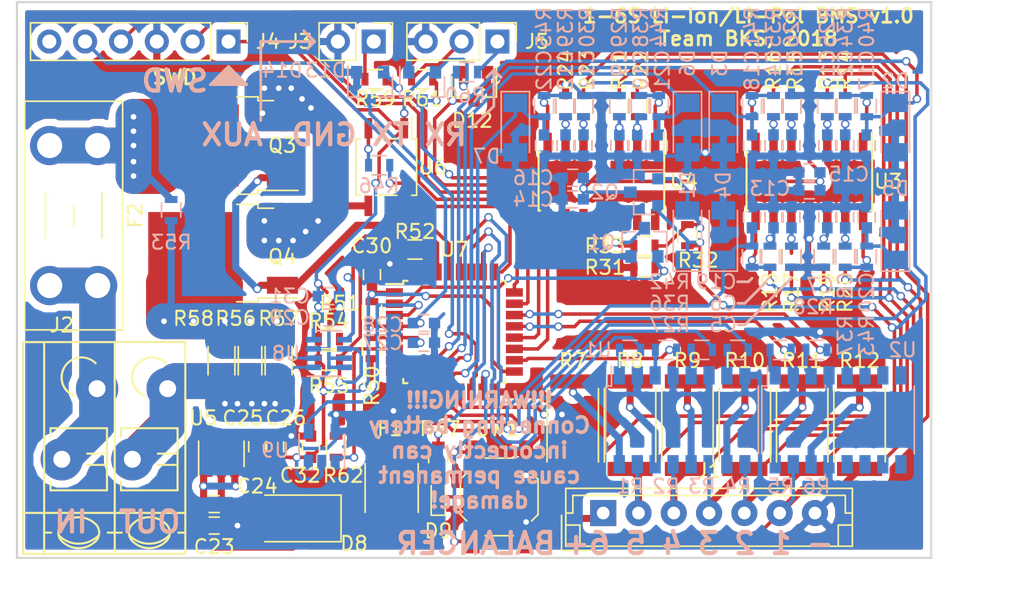
<source format=kicad_pcb>
(kicad_pcb (version 4) (host pcbnew 4.0.7)
  (layers (0 F.Cu signal) (31 B.Cu signal) (34 B.Paste user) (35 F.Paste user) (36 B.SilkS user) (37 F.SilkS user) (38 B.Mask user) (39 F.Mask user) (44 Edge.Cuts user))
  (net 0 "")
  (net 1 "Net-(C1-Pad2)")
  (net 2 GND)
  (net 3 "Net-(C2-Pad1)")
  (net 4 "Net-(C3-Pad2)")
  (net 5 "Net-(C4-Pad1)")
  (net 6 "Net-(C5-Pad2)")
  (net 7 "Net-(C6-Pad1)")
  (net 8 "Net-(C7-Pad2)")
  (net 9 "Net-(C8-Pad1)")
  (net 10 "Net-(C9-Pad2)")
  (net 11 "Net-(C10-Pad1)")
  (net 12 "Net-(C11-Pad2)")
  (net 13 "Net-(C12-Pad1)")
  (net 14 "Net-(C13-Pad2)")
  (net 15 /U_AKU1)
  (net 16 /U_AKU2)
  (net 17 /U_AKU3)
  (net 18 /U_AKU4)
  (net 19 /U_AKU5)
  (net 20 /U_AKU6)
  (net 21 "Net-(C23-Pad2)")
  (net 22 VCC)
  (net 23 "Net-(C27-Pad1)")
  (net 24 /NRST)
  (net 25 +BATT)
  (net 26 "Net-(D1-Pad2)")
  (net 27 "Net-(D9-Pad2)")
  (net 28 /UART_RX)
  (net 29 /UART_TX)
  (net 30 "Net-(D14-Pad2)")
  (net 31 /EXT_ON)
  (net 32 "Net-(F2-Pad1)")
  (net 33 "Net-(F2-Pad2)")
  (net 34 "Net-(J1-Pad2)")
  (net 35 "Net-(J1-Pad3)")
  (net 36 "Net-(J1-Pad4)")
  (net 37 "Net-(J1-Pad5)")
  (net 38 "Net-(J2-Pad2)")
  (net 39 "Net-(J3-Pad1)")
  (net 40 /SWCLK)
  (net 41 /SWDIO)
  (net 42 "Net-(J5-Pad1)")
  (net 43 "Net-(J5-Pad2)")
  (net 44 /LM_ON)
  (net 45 "Net-(Q1-Pad3)")
  (net 46 "Net-(Q3-Pad1)")
  (net 47 "Net-(Q3-Pad3)")
  (net 48 "Net-(Q4-Pad2)")
  (net 49 "Net-(R1-Pad1)")
  (net 50 /BAL_AKU1)
  (net 51 "Net-(R2-Pad1)")
  (net 52 /BAL_AKU2)
  (net 53 "Net-(R3-Pad1)")
  (net 54 /BAL_AKU3)
  (net 55 "Net-(R4-Pad1)")
  (net 56 /BAL_AKU4)
  (net 57 "Net-(R5-Pad1)")
  (net 58 /BAL_AKU5)
  (net 59 "Net-(R6-Pad1)")
  (net 60 /BAL_AKU6)
  (net 61 "Net-(R7-Pad2)")
  (net 62 "Net-(R8-Pad2)")
  (net 63 "Net-(R9-Pad2)")
  (net 64 "Net-(R10-Pad2)")
  (net 65 "Net-(R11-Pad2)")
  (net 66 "Net-(R12-Pad2)")
  (net 67 "Net-(R34-Pad1)")
  (net 68 "Net-(R35-Pad1)")
  (net 69 "Net-(R36-Pad1)")
  (net 70 "Net-(R37-Pad1)")
  (net 71 "Net-(R38-Pad1)")
  (net 72 "Net-(R39-Pad1)")
  (net 73 "Net-(R46-Pad1)")
  (net 74 /MOSFET_ON)
  (net 75 "Net-(R47-Pad1)")
  (net 76 "Net-(R52-Pad1)")
  (net 77 /INA_SCL)
  (net 78 /INA_SDA)
  (net 79 "Net-(R62-Pad1)")
  (net 80 "Net-(SW1-Pad1)")
  (net 81 "Net-(U7-Pad3)")
  (net 82 /1S)
  (net 83 "Net-(J4-Pad6)")
  (module Capacitors_SMD:C_0603 (layer B.Cu) (at 99.314 48.26 90)
    (fp_text reference C1 (at 5.842 0 90) (layer B.SilkS) (effects (justify mirror)))
    (fp_text value 100n)
    (pad 2 smd rect (at 0.75 0 90) (size 0.8 0.75) (layers B.Cu B.Paste B.Mask) (net 1 "Net-(C1-Pad2)"))
    (pad 1 smd rect (at -0.75 0 90) (size 0.8 0.75) (layers B.Cu B.Paste B.Mask) (net 2 GND))
  )
  (module Capacitors_SMD:C_0603 (layer B.Cu) (at 100.584 48.26 270)
    (fp_text reference C2 (at -5.842 0 270) (layer B.SilkS) (effects (justify mirror)))
    (fp_text value 100n)
    (pad 2 smd rect (at 0.75 0 270) (size 0.8 0.75) (layers B.Cu B.Paste B.Mask) (net 2 GND))
    (pad 1 smd rect (at -0.75 0 270) (size 0.8 0.75) (layers B.Cu B.Paste B.Mask) (net 3 "Net-(C2-Pad1)"))
  )
  (module Capacitors_SMD:C_0603 (layer B.Cu) (at 96.774 48.26 90)
    (fp_text reference C3 (at 5.842 0.254 90) (layer B.SilkS) (effects (justify mirror)))
    (fp_text value 100n)
    (pad 2 smd rect (at 0.75 0 90) (size 0.8 0.75) (layers B.Cu B.Paste B.Mask) (net 4 "Net-(C3-Pad2)"))
    (pad 1 smd rect (at -0.75 0 90) (size 0.8 0.75) (layers B.Cu B.Paste B.Mask) (net 2 GND))
  )
  (module Capacitors_SMD:C_0603 (layer B.Cu) (at 95.504 48.26 270)
    (fp_text reference C4 (at -5.842 0 270) (layer B.SilkS) (effects (justify mirror)))
    (fp_text value 100n)
    (pad 2 smd rect (at 0.75 0 270) (size 0.8 0.75) (layers B.Cu B.Paste B.Mask) (net 2 GND))
    (pad 1 smd rect (at -0.75 0 270) (size 0.8 0.75) (layers B.Cu B.Paste B.Mask) (net 5 "Net-(C4-Pad1)"))
  )
  (module Capacitors_SMD:C_0603 (layer B.Cu) (at 96.774 53.34 270)
    (fp_text reference C5 (at 7.62 4.826 360) (layer B.SilkS) (effects (justify mirror)))
    (fp_text value 100n)
    (pad 2 smd rect (at 0.75 0 270) (size 0.8 0.75) (layers B.Cu B.Paste B.Mask) (net 6 "Net-(C5-Pad2)"))
    (pad 1 smd rect (at -0.75 0 270) (size 0.8 0.75) (layers B.Cu B.Paste B.Mask) (net 2 GND))
  )
  (module Capacitors_SMD:C_0603 (layer B.Cu) (at 95.504 53.34 90)
    (fp_text reference C6 (at -6.096 -3.556 180) (layer B.SilkS) (effects (justify mirror)))
    (fp_text value 100n)
    (pad 2 smd rect (at 0.75 0 90) (size 0.8 0.75) (layers B.Cu B.Paste B.Mask) (net 2 GND))
    (pad 1 smd rect (at -0.75 0 90) (size 0.8 0.75) (layers B.Cu B.Paste B.Mask) (net 7 "Net-(C6-Pad1)"))
  )
  (module Capacitors_SMD:C_0603 (layer B.Cu) (at 99.314 53.34 270)
    (fp_text reference C7 (at 4.826 0.508 360) (layer B.SilkS) (effects (justify mirror)))
    (fp_text value 100n)
    (pad 2 smd rect (at 0.75 0 270) (size 0.8 0.75) (layers B.Cu B.Paste B.Mask) (net 8 "Net-(C7-Pad2)"))
    (pad 1 smd rect (at -0.75 0 270) (size 0.8 0.75) (layers B.Cu B.Paste B.Mask) (net 2 GND))
  )
  (module Capacitors_SMD:C_0603 (layer B.Cu) (at 100.584 53.34 90)
    (fp_text reference C8 (at -4.826 0 90) (layer B.SilkS) (effects (justify mirror)))
    (fp_text value 100n)
    (pad 2 smd rect (at 0.75 0 90) (size 0.8 0.75) (layers B.Cu B.Paste B.Mask) (net 2 GND))
    (pad 1 smd rect (at -0.75 0 90) (size 0.8 0.75) (layers B.Cu B.Paste B.Mask) (net 9 "Net-(C8-Pad1)"))
  )
  (module Capacitors_SMD:C_0603 (layer B.Cu) (at 84.582 48.26 90)
    (fp_text reference C9 (at 5.842 0 90) (layer B.SilkS) (effects (justify mirror)))
    (fp_text value 100n)
    (pad 2 smd rect (at 0.75 0 90) (size 0.8 0.75) (layers B.Cu B.Paste B.Mask) (net 10 "Net-(C9-Pad2)"))
    (pad 1 smd rect (at -0.75 0 90) (size 0.8 0.75) (layers B.Cu B.Paste B.Mask) (net 2 GND))
  )
  (module Capacitors_SMD:C_0603 (layer B.Cu) (at 85.852 48.26 270)
    (fp_text reference C10 (at -5.334 -0.254 270) (layer B.SilkS) (effects (justify mirror)))
    (fp_text value 100n)
    (pad 2 smd rect (at 0.75 0 270) (size 0.8 0.75) (layers B.Cu B.Paste B.Mask) (net 2 GND))
    (pad 1 smd rect (at -0.75 0 270) (size 0.8 0.75) (layers B.Cu B.Paste B.Mask) (net 11 "Net-(C10-Pad1)"))
  )
  (module Capacitors_SMD:C_0603 (layer B.Cu) (at 82.042 48.26 90)
    (fp_text reference C11 (at 5.334 0.254 90) (layer B.SilkS) (effects (justify mirror)))
    (fp_text value 100n)
    (pad 2 smd rect (at 0.75 0 90) (size 0.8 0.75) (layers B.Cu B.Paste B.Mask) (net 12 "Net-(C11-Pad2)"))
    (pad 1 smd rect (at -0.75 0 90) (size 0.8 0.75) (layers B.Cu B.Paste B.Mask) (net 2 GND))
  )
  (module Capacitors_SMD:C_0603 (layer B.Cu) (at 80.772 48.26 270)
    (fp_text reference C12 (at -5.334 0 270) (layer B.SilkS) (effects (justify mirror)))
    (fp_text value 100n)
    (pad 2 smd rect (at 0.75 0 270) (size 0.8 0.75) (layers B.Cu B.Paste B.Mask) (net 2 GND))
    (pad 1 smd rect (at -0.75 0 270) (size 0.8 0.75) (layers B.Cu B.Paste B.Mask) (net 13 "Net-(C12-Pad1)"))
  )
  (module Capacitors_SMD:C_0603 (layer B.Cu) (at 98.044 51.435)
    (fp_text reference C13 (at -2.794 -0.127) (layer B.SilkS) (effects (justify mirror)))
    (fp_text value 1u)
    (pad 2 smd rect (at 0.75 0) (size 0.8 0.75) (layers B.Cu B.Paste B.Mask) (net 14 "Net-(C13-Pad2)"))
    (pad 1 smd rect (at -0.75 0) (size 0.8 0.75) (layers B.Cu B.Paste B.Mask) (net 2 GND))
  )
  (module Capacitors_SMD:C_0603 (layer B.Cu) (at 81.28 52.07)
    (fp_text reference C14 (at -2.794 0) (layer B.SilkS) (effects (justify mirror)))
    (fp_text value 1u)
    (pad 2 smd rect (at 0.75 0) (size 0.8 0.75) (layers B.Cu B.Paste B.Mask) (net 14 "Net-(C13-Pad2)"))
    (pad 1 smd rect (at -0.75 0) (size 0.8 0.75) (layers B.Cu B.Paste B.Mask) (net 2 GND))
  )
  (module Capacitors_SMD:C_0603 (layer B.Cu) (at 98.044 50.165 180)
    (fp_text reference C15 (at -2.794 -0.127 180) (layer B.SilkS) (effects (justify mirror)))
    (fp_text value 100n)
    (pad 2 smd rect (at 0.75 0 180) (size 0.8 0.75) (layers B.Cu B.Paste B.Mask) (net 2 GND))
    (pad 1 smd rect (at -0.75 0 180) (size 0.8 0.75) (layers B.Cu B.Paste B.Mask) (net 14 "Net-(C13-Pad2)"))
  )
  (module Capacitors_SMD:C_0603 (layer B.Cu) (at 81.28 50.546 180)
    (fp_text reference C16 (at 2.794 0 180) (layer B.SilkS) (effects (justify mirror)))
    (fp_text value 100n)
    (pad 2 smd rect (at 0.75 0 180) (size 0.8 0.75) (layers B.Cu B.Paste B.Mask) (net 2 GND))
    (pad 1 smd rect (at -0.75 0 180) (size 0.8 0.75) (layers B.Cu B.Paste B.Mask) (net 14 "Net-(C13-Pad2)"))
  )
  (module Capacitors_SMD:C_0603 (layer B.Cu) (at 102.108 48.26 270)
    (fp_text reference C17 (at -5.334 0 270) (layer B.SilkS) (effects (justify mirror)))
    (fp_text value 100n)
    (pad 2 smd rect (at 0.75 0 270) (size 0.8 0.75) (layers B.Cu B.Paste B.Mask) (net 2 GND))
    (pad 1 smd rect (at -0.75 0 270) (size 0.8 0.75) (layers B.Cu B.Paste B.Mask) (net 20 /U_AKU6))
  )
  (module Capacitors_SMD:C_0603 (layer B.Cu) (at 93.98 48.26 270)
    (fp_text reference C18 (at -5.334 0 270) (layer B.SilkS) (effects (justify mirror)))
    (fp_text value 100n)
    (pad 2 smd rect (at 0.75 0 270) (size 0.8 0.75) (layers B.Cu B.Paste B.Mask) (net 2 GND))
    (pad 1 smd rect (at -0.75 0 270) (size 0.8 0.75) (layers B.Cu B.Paste B.Mask) (net 19 /U_AKU5))
  )
  (module Capacitors_SMD:C_0603 (layer B.Cu) (at 93.98 53.34 90)
    (fp_text reference C19 (at -4.572 -2.54 180) (layer B.SilkS) (effects (justify mirror)))
    (fp_text value 100n)
    (pad 2 smd rect (at 0.75 0 90) (size 0.8 0.75) (layers B.Cu B.Paste B.Mask) (net 2 GND))
    (pad 1 smd rect (at -0.75 0 90) (size 0.8 0.75) (layers B.Cu B.Paste B.Mask) (net 18 /U_AKU4))
  )
  (module Capacitors_SMD:C_0603 (layer B.Cu) (at 102.108 53.34 90)
    (fp_text reference C20 (at -5.334 0 90) (layer B.SilkS) (effects (justify mirror)))
    (fp_text value 100n)
    (pad 2 smd rect (at 0.75 0 90) (size 0.8 0.75) (layers B.Cu B.Paste B.Mask) (net 2 GND))
    (pad 1 smd rect (at -0.75 0 90) (size 0.8 0.75) (layers B.Cu B.Paste B.Mask) (net 17 /U_AKU3))
  )
  (module Capacitors_SMD:C_0603 (layer B.Cu) (at 87.376 48.26 270)
    (fp_text reference C21 (at -5.334 -0.254 270) (layer B.SilkS) (effects (justify mirror)))
    (fp_text value 100n)
    (pad 2 smd rect (at 0.75 0 270) (size 0.8 0.75) (layers B.Cu B.Paste B.Mask) (net 2 GND))
    (pad 1 smd rect (at -0.75 0 270) (size 0.8 0.75) (layers B.Cu B.Paste B.Mask) (net 16 /U_AKU2))
  )
  (module Capacitors_SMD:C_0603 (layer B.Cu) (at 79.248 48.26 270)
    (fp_text reference C22 (at -5.334 0 270) (layer B.SilkS) (effects (justify mirror)))
    (fp_text value 100n)
    (pad 2 smd rect (at 0.75 0 270) (size 0.8 0.75) (layers B.Cu B.Paste B.Mask) (net 2 GND))
    (pad 1 smd rect (at -0.75 0 270) (size 0.8 0.75) (layers B.Cu B.Paste B.Mask) (net 15 /U_AKU1))
  )
  (module Capacitors_SMD:C_0603 (layer F.Cu) (at 55.88 75.184 180)
    (fp_text reference C23 (at 0 -1.5 180) (layer F.SilkS))
    (fp_text value 1u)
    (pad 2 smd rect (at 0.75 0 180) (size 0.8 0.75) (layers F.Cu F.Paste F.Mask) (net 21 "Net-(C23-Pad2)"))
    (pad 1 smd rect (at -0.75 0 180) (size 0.8 0.75) (layers F.Cu F.Paste F.Mask) (net 2 GND))
  )
  (module Capacitors_SMD:C_0603 (layer F.Cu) (at 55.88 73.66)
    (fp_text reference C24 (at 3.048 -1.27) (layer F.SilkS))
    (fp_text value 100n)
    (pad 2 smd rect (at 0.75 0) (size 0.8 0.75) (layers F.Cu F.Paste F.Mask) (net 2 GND))
    (pad 1 smd rect (at -0.75 0) (size 0.8 0.75) (layers F.Cu F.Paste F.Mask) (net 21 "Net-(C23-Pad2)"))
  )
  (module Capacitors_SMD:C_0603 (layer F.Cu) (at 58.928 69.596 90)
    (fp_text reference C25 (at 2.032 -1.016 180) (layer F.SilkS))
    (fp_text value 100n)
    (pad 2 smd rect (at 0.75 0 90) (size 0.8 0.75) (layers F.Cu F.Paste F.Mask) (net 2 GND))
    (pad 1 smd rect (at -0.75 0 90) (size 0.8 0.75) (layers F.Cu F.Paste F.Mask) (net 22 VCC))
  )
  (module Capacitors_SMD:C_0603 (layer F.Cu) (at 60.198 69.596 270)
    (fp_text reference C26 (at -2.032 -0.762 360) (layer F.SilkS))
    (fp_text value 1u)
    (pad 2 smd rect (at 0.75 0 270) (size 0.8 0.75) (layers F.Cu F.Paste F.Mask) (net 22 VCC))
    (pad 1 smd rect (at -0.75 0 270) (size 0.8 0.75) (layers F.Cu F.Paste F.Mask) (net 2 GND))
  )
  (module Capacitors_SMD:C_0603 (layer B.Cu) (at 70.739 62.23)
    (fp_text reference C27 (at -2.921 0) (layer B.SilkS) (effects (justify mirror)))
    (fp_text value 100n)
    (pad 2 smd rect (at 0.75 0) (size 0.8 0.75) (layers B.Cu B.Paste B.Mask) (net 2 GND))
    (pad 1 smd rect (at -0.75 0) (size 0.8 0.75) (layers B.Cu B.Paste B.Mask) (net 23 "Net-(C27-Pad1)"))
  )
  (module Capacitors_SMD:C_0603 (layer B.Cu) (at 70.739 60.833)
    (fp_text reference C28 (at -2.921 0.127) (layer B.SilkS) (effects (justify mirror)))
    (fp_text value 100n)
    (pad 2 smd rect (at 0.75 0) (size 0.8 0.75) (layers B.Cu B.Paste B.Mask) (net 2 GND))
    (pad 1 smd rect (at -0.75 0) (size 0.8 0.75) (layers B.Cu B.Paste B.Mask) (net 24 /NRST))
  )
  (module Capacitors_SMD:C_0603 (layer B.Cu) (at 64.008 60.452)
    (fp_text reference C29 (at -2.794 0) (layer B.SilkS) (effects (justify mirror)))
    (fp_text value 100n)
    (pad 2 smd rect (at 0.75 0) (size 0.8 0.75) (layers B.Cu B.Paste B.Mask) (net 2 GND))
    (pad 1 smd rect (at -0.75 0) (size 0.8 0.75) (layers B.Cu B.Paste B.Mask) (net 22 VCC))
  )
  (module Capacitors_SMD:C_0603 (layer F.Cu) (at 67.056 57.404 90)
    (fp_text reference C30 (at 2.032 0 180) (layer F.SilkS))
    (fp_text value 1u)
    (pad 2 smd rect (at 0.75 0 90) (size 0.8 0.75) (layers F.Cu F.Paste F.Mask) (net 2 GND))
    (pad 1 smd rect (at -0.75 0 90) (size 0.8 0.75) (layers F.Cu F.Paste F.Mask) (net 22 VCC))
  )
  (module Capacitors_SMD:C_0603 (layer B.Cu) (at 64.008 58.928 180)
    (fp_text reference C31 (at 2.794 0 180) (layer B.SilkS) (effects (justify mirror)))
    (fp_text value 1u)
    (pad 2 smd rect (at 0.75 0 180) (size 0.8 0.75) (layers B.Cu B.Paste B.Mask) (net 22 VCC))
    (pad 1 smd rect (at -0.75 0 180) (size 0.8 0.75) (layers B.Cu B.Paste B.Mask) (net 2 GND))
  )
  (module Capacitors_SMD:C_0603 (layer F.Cu) (at 62.738 69.596 270)
    (fp_text reference C32 (at 2.032 0.762 360) (layer F.SilkS))
    (fp_text value 100n)
    (pad 2 smd rect (at 0.75 0 270) (size 0.8 0.75) (layers F.Cu F.Paste F.Mask) (net 22 VCC))
    (pad 1 smd rect (at -0.75 0 270) (size 0.8 0.75) (layers F.Cu F.Paste F.Mask) (net 2 GND))
  )
  (module Diodes_SMD:D_MiniMELF (layer B.Cu) (at 89.408 54.61 90)
    (fp_text reference D1 (at 3.556 0 90) (layer B.SilkS) (effects (justify mirror)))
    (fp_text value 16V0)
    (pad 1 smd rect (at -1.75 0 90) (size 1.3 1.7) (layers B.Cu B.Paste B.Mask) (net 25 +BATT))
    (pad 2 smd rect (at 1.75 0 90) (size 1.3 1.7) (layers B.Cu B.Paste B.Mask) (net 26 "Net-(D1-Pad2)"))
  )
  (module Diodes_SMD:D_MiniMELF (layer B.Cu) (at 104.14 46.99 270)
    (fp_text reference D2 (at -3.302 0 360) (layer B.SilkS) (effects (justify mirror)))
    (fp_text value 3V0)
    (pad 1 smd rect (at -1.75 0 270) (size 1.3 1.7) (layers B.Cu B.Paste B.Mask) (net 20 /U_AKU6))
    (pad 2 smd rect (at 1.75 0 270) (size 1.3 1.7) (layers B.Cu B.Paste B.Mask) (net 2 GND))
  )
  (module Diodes_SMD:D_MiniMELF (layer B.Cu) (at 91.948 46.99 270)
    (fp_text reference D3 (at -4.572 0.254 270) (layer B.SilkS) (effects (justify mirror)))
    (fp_text value 3V0)
    (pad 1 smd rect (at -1.75 0 270) (size 1.3 1.7) (layers B.Cu B.Paste B.Mask) (net 19 /U_AKU5))
    (pad 2 smd rect (at 1.75 0 270) (size 1.3 1.7) (layers B.Cu B.Paste B.Mask) (net 2 GND))
  )
  (module Diodes_SMD:D_MiniMELF (layer B.Cu) (at 91.948 54.61 90)
    (fp_text reference D4 (at 3.556 0 90) (layer B.SilkS) (effects (justify mirror)))
    (fp_text value 3V0)
    (pad 1 smd rect (at -1.75 0 90) (size 1.3 1.7) (layers B.Cu B.Paste B.Mask) (net 18 /U_AKU4))
    (pad 2 smd rect (at 1.75 0 90) (size 1.3 1.7) (layers B.Cu B.Paste B.Mask) (net 2 GND))
  )
  (module Diodes_SMD:D_MiniMELF (layer B.Cu) (at 104.14 54.61 90)
    (fp_text reference D5 (at 3.302 0 360) (layer B.SilkS) (effects (justify mirror)))
    (fp_text value 3V0)
    (pad 1 smd rect (at -1.75 0 90) (size 1.3 1.7) (layers B.Cu B.Paste B.Mask) (net 17 /U_AKU3))
    (pad 2 smd rect (at 1.75 0 90) (size 1.3 1.7) (layers B.Cu B.Paste B.Mask) (net 2 GND))
  )
  (module Diodes_SMD:D_MiniMELF (layer B.Cu) (at 89.408 46.99 270)
    (fp_text reference D6 (at -4.572 0 270) (layer B.SilkS) (effects (justify mirror)))
    (fp_text value 3V0)
    (pad 1 smd rect (at -1.75 0 270) (size 1.3 1.7) (layers B.Cu B.Paste B.Mask) (net 16 /U_AKU2))
    (pad 2 smd rect (at 1.75 0 270) (size 1.3 1.7) (layers B.Cu B.Paste B.Mask) (net 2 GND))
  )
  (module Diodes_SMD:D_MiniMELF (layer B.Cu) (at 77.216 46.99 270)
    (fp_text reference D7 (at 2.032 2.032 540) (layer B.SilkS) (effects (justify mirror)))
    (fp_text value 3V0)
    (pad 1 smd rect (at -1.75 0 270) (size 1.3 1.7) (layers B.Cu B.Paste B.Mask) (net 15 /U_AKU1))
    (pad 2 smd rect (at 1.75 0 270) (size 1.3 1.7) (layers B.Cu B.Paste B.Mask) (net 2 GND))
  )
  (module Diodes_SMD:D_SMA (layer F.Cu) (at 61.468 74.676 180)
    (fp_text reference D8 (at -4.318 -1.778 180) (layer F.SilkS))
    (fp_text value D_Schottky)
    (pad 1 smd rect (at -2 0 180) (size 2.5 1.8) (layers F.Cu F.Paste F.Mask) (net 21 "Net-(C23-Pad2)"))
    (pad 2 smd rect (at 2 0 180) (size 2.5 1.8) (layers F.Cu F.Paste F.Mask) (net 2 GND))
  )
  (module LEDs:LED_0603 (layer F.Cu) (at 71.755 73.152 90)
    (fp_text reference D9 (at -2.413 0 180) (layer F.SilkS))
    (fp_text value RED)
    (pad 2 smd rect (at 0.8 0 270) (size 0.8 0.8) (layers F.Cu F.Paste F.Mask) (net 27 "Net-(D9-Pad2)"))
    (pad 1 smd rect (at -0.8 0 270) (size 0.8 0.8) (layers F.Cu F.Paste F.Mask) (net 2 GND))
  )
  (module TO_SOT_Packages_SMD:SOT-23 (layer F.Cu) (at 74.295 44.069 270)
    (fp_text reference D12 (at 2.413 0.127 360) (layer F.SilkS))
    (fp_text value BAV99)
    (pad 1 smd rect (at -1 -0.95 270) (size 0.9 0.8) (layers F.Cu F.Paste F.Mask) (net 2 GND))
    (pad 2 smd rect (at -1 0.95 270) (size 0.9 0.8) (layers F.Cu F.Paste F.Mask) (net 22 VCC))
    (pad 3 smd rect (at 1 0 270) (size 0.9 0.8) (layers F.Cu F.Paste F.Mask) (net 28 /UART_RX))
  )
  (module TO_SOT_Packages_SMD:SOT-23 (layer B.Cu) (at 70.612 44.069 270)
    (fp_text reference D13 (at -1.143 6.858 360) (layer B.SilkS) (effects (justify mirror)))
    (fp_text value BAV99)
    (pad 1 smd rect (at -1 0.95 270) (size 0.9 0.8) (layers B.Cu B.Paste B.Mask) (net 2 GND))
    (pad 2 smd rect (at -1 -0.95 270) (size 0.9 0.8) (layers B.Cu B.Paste B.Mask) (net 22 VCC))
    (pad 3 smd rect (at 1 0 270) (size 0.9 0.8) (layers B.Cu B.Paste B.Mask) (net 29 /UART_TX))
  )
  (module TO_SOT_Packages_SMD:SOT-23 (layer B.Cu) (at 66.929 44.069 270)
    (fp_text reference D14 (at -1.143 6.223 360) (layer B.SilkS) (effects (justify mirror)))
    (fp_text value BAV99)
    (pad 1 smd rect (at -1 0.95 270) (size 0.9 0.8) (layers B.Cu B.Paste B.Mask) (net 2 GND))
    (pad 2 smd rect (at -1 -0.95 270) (size 0.9 0.8) (layers B.Cu B.Paste B.Mask) (net 30 "Net-(D14-Pad2)"))
    (pad 3 smd rect (at 1 0 270) (size 0.9 0.8) (layers B.Cu B.Paste B.Mask) (net 31 /EXT_ON))
  )
  (module Resistors_SMD:R_1812 (layer F.Cu) (at 68.453 72.517 90)
    (fp_text reference F1 (at 4.191 -0.127 180) (layer F.SilkS))
    (fp_text value Polyfuse)
    (pad 1 smd rect (at -2.44 0 90) (size 1.6 3.5) (layers F.Cu F.Paste F.Mask) (net 21 "Net-(C23-Pad2)"))
    (pad 2 smd rect (at 2.44 0 90) (size 1.6 3.5) (layers F.Cu F.Paste F.Mask) (net 82 /1S))
  )
  (module Fuse_Holders_and_Fuses:BladeFuse-Mini_Keystone_3568 (layer F.Cu) (at 47.625 48.26 270)
    (fp_text reference F2 (at 4.96 -2.67 270) (layer F.SilkS))
    (fp_text value 15A)
    (pad 1 thru_hole circle (at 0 0 270) (size 2.78 2.78) (drill 1.78) (layers *.Cu *.Mask) (net 32 "Net-(F2-Pad1)"))
    (pad 1 thru_hole circle (at 0 3.4 270) (size 2.78 2.78) (drill 1.78) (layers *.Cu *.Mask) (net 32 "Net-(F2-Pad1)"))
    (pad 2 thru_hole circle (at 9.92 0 270) (size 2.78 2.78) (drill 1.78) (layers *.Cu *.Mask) (net 33 "Net-(F2-Pad2)"))
    (pad 2 thru_hole circle (at 9.92 3.4 270) (size 2.78 2.78) (drill 1.78) (layers *.Cu *.Mask) (net 33 "Net-(F2-Pad2)"))
  )
  (module Connectors_JST:JST_EH_B07B-EH-A_07x2.50mm_Straight (layer F.Cu) (at 83.439 74.295)
    (fp_text reference J1 (at 7.5 -3) (layer F.SilkS))
    (fp_text value BALANCER)
    (pad 1 thru_hole rect (at 0 0) (size 1.85 1.85) (drill 0.9) (layers *.Cu *.Mask) (net 25 +BATT))
    (pad 2 thru_hole circle (at 2.5 0) (size 1.85 1.85) (drill 0.9) (layers *.Cu *.Mask) (net 34 "Net-(J1-Pad2)"))
    (pad 3 thru_hole circle (at 5 0) (size 1.85 1.85) (drill 0.9) (layers *.Cu *.Mask) (net 35 "Net-(J1-Pad3)"))
    (pad 4 thru_hole circle (at 7.5 0) (size 1.85 1.85) (drill 0.9) (layers *.Cu *.Mask) (net 36 "Net-(J1-Pad4)"))
    (pad 5 thru_hole circle (at 10 0) (size 1.85 1.85) (drill 0.9) (layers *.Cu *.Mask) (net 37 "Net-(J1-Pad5)"))
    (pad 6 thru_hole circle (at 12.5 0) (size 1.85 1.85) (drill 0.9) (layers *.Cu *.Mask) (net 82 /1S))
    (pad 7 thru_hole circle (at 15 0) (size 1.85 1.85) (drill 0.9) (layers *.Cu *.Mask) (net 2 GND))
  )
  (module TerminalBlocks_WAGO:TerminalBlock_WAGO-804_RM5mm_2pol (layer F.Cu) (at 45.085 70.485)
    (fp_text reference J2 (at 0 -9.5) (layer F.SilkS))
    (fp_text value POWER)
    (pad 2 thru_hole circle (at 7.49936 -5.00126) (size 3 3) (drill 1.2) (layers *.Cu *.Mask) (net 38 "Net-(J2-Pad2)"))
    (pad 2 thru_hole circle (at 5 0) (size 3 3) (drill 1.2) (layers *.Cu *.Mask) (net 38 "Net-(J2-Pad2)"))
    (pad 1 thru_hole circle (at 0 0) (size 3 3) (drill 1.2) (layers *.Cu *.Mask) (net 33 "Net-(F2-Pad2)"))
    (pad 1 thru_hole circle (at 2.49936 -5.00126) (size 3 3) (drill 1.2) (layers *.Cu *.Mask) (net 33 "Net-(F2-Pad2)"))
  )
  (module Pin_Headers:Pin_Header_Straight_1x02_Pitch2.54mm (layer F.Cu) (at 67.183 40.894 270)
    (fp_text reference J3 (at 0 5.207 360) (layer F.SilkS))
    (fp_text value EXT_ON)
    (pad 1 thru_hole rect (at 0 0 270) (size 1.7 1.7) (drill 1) (layers *.Cu *.Mask) (net 39 "Net-(J3-Pad1)"))
    (pad 2 thru_hole oval (at 0 2.54 270) (size 1.7 1.7) (drill 1) (layers *.Cu *.Mask) (net 2 GND))
  )
  (module Pin_Headers:Pin_Header_Straight_1x06_Pitch2.54mm (layer F.Cu) (at 56.896 40.894 270)
    (fp_text reference J4 (at 0 -2.794 360) (layer F.SilkS))
    (fp_text value SWD)
    (pad 1 thru_hole rect (at 0 0 270) (size 1.7 1.7) (drill 1) (layers *.Cu *.Mask) (net 22 VCC))
    (pad 2 thru_hole oval (at 0 2.54 270) (size 1.7 1.7) (drill 1) (layers *.Cu *.Mask) (net 40 /SWCLK))
    (pad 3 thru_hole oval (at 0 5.08 270) (size 1.7 1.7) (drill 1) (layers *.Cu *.Mask) (net 2 GND))
    (pad 4 thru_hole oval (at 0 7.62 270) (size 1.7 1.7) (drill 1) (layers *.Cu *.Mask) (net 41 /SWDIO))
    (pad 5 thru_hole oval (at 0 10.16 270) (size 1.7 1.7) (drill 1) (layers *.Cu *.Mask) (net 24 /NRST))
    (pad 6 thru_hole oval (at 0 12.7 270) (size 1.7 1.7) (drill 1) (layers *.Cu *.Mask) (net 83 "Net-(J4-Pad6)"))
  )
  (module Pin_Headers:Pin_Header_Straight_1x03_Pitch2.54mm (layer F.Cu) (at 75.946 40.894 270)
    (fp_text reference J5 (at 0 -2.794 360) (layer F.SilkS))
    (fp_text value UART)
    (pad 1 thru_hole rect (at 0 0 270) (size 1.7 1.7) (drill 1) (layers *.Cu *.Mask) (net 42 "Net-(J5-Pad1)"))
    (pad 2 thru_hole oval (at 0 2.54 270) (size 1.7 1.7) (drill 1) (layers *.Cu *.Mask) (net 43 "Net-(J5-Pad2)"))
    (pad 3 thru_hole oval (at 0 5.08 270) (size 1.7 1.7) (drill 1) (layers *.Cu *.Mask) (net 2 GND))
  )
  (module TO_SOT_Packages_SMD:SOT-23 (layer B.Cu) (at 86.36 55.118 90)
    (fp_text reference Q1 (at 0 -3.048 180) (layer B.SilkS) (effects (justify mirror)))
    (fp_text value 2N7002)
    (pad 1 smd rect (at -1 0.95 90) (size 0.9 0.8) (layers B.Cu B.Paste B.Mask) (net 44 /LM_ON))
    (pad 2 smd rect (at -1 -0.95 90) (size 0.9 0.8) (layers B.Cu B.Paste B.Mask) (net 2 GND))
    (pad 3 smd rect (at 1 0 90) (size 0.9 0.8) (layers B.Cu B.Paste B.Mask) (net 45 "Net-(Q1-Pad3)"))
  )
  (module TO_SOT_Packages_SMD:SOT-23 (layer B.Cu) (at 86.36 51.562 180)
    (fp_text reference Q2 (at 2.794 0 180) (layer B.SilkS) (effects (justify mirror)))
    (fp_text value BSS84)
    (pad 1 smd rect (at -1 0.95 180) (size 0.9 0.8) (layers B.Cu B.Paste B.Mask) (net 26 "Net-(D1-Pad2)"))
    (pad 2 smd rect (at -1 -0.95 180) (size 0.9 0.8) (layers B.Cu B.Paste B.Mask) (net 25 +BATT))
    (pad 3 smd rect (at 1 0 180) (size 0.9 0.8) (layers B.Cu B.Paste B.Mask) (net 14 "Net-(C13-Pad2)"))
  )
  (module TO_SOT_Packages_SMD:TO-252-2 (layer F.Cu) (at 56.515 48.26 180)
    (fp_text reference Q3 (at -4.191 0 180) (layer F.SilkS))
    (fp_text value IRLR7833)
    (pad 1 smd rect (at -4.2 -2.28 180) (size 2.2 1.2) (layers F.Cu F.Paste F.Mask) (net 46 "Net-(Q3-Pad1)"))
    (pad 3 smd rect (at -4.2 2.28 180) (size 2.2 1.2) (layers F.Cu F.Paste F.Mask) (net 47 "Net-(Q3-Pad3)"))
    (pad 2 smd rect (at 2.1 0 180) (size 6.4 5.8) (layers F.Cu F.Mask) (net 32 "Net-(F2-Pad1)"))
    (pad 2 smd rect (at 3.775 1.525 180) (size 3.05 2.75) (layers F.Cu F.Paste) (net 32 "Net-(F2-Pad1)"))
    (pad 2 smd rect (at 0.425 -1.525 180) (size 3.05 2.75) (layers F.Cu F.Paste) (net 32 "Net-(F2-Pad1)"))
    (pad 2 smd rect (at 3.775 -1.525 180) (size 3.05 2.75) (layers F.Cu F.Paste) (net 32 "Net-(F2-Pad1)"))
    (pad 2 smd rect (at 0.425 1.525 180) (size 3.05 2.75) (layers F.Cu F.Paste) (net 32 "Net-(F2-Pad1)"))
  )
  (module TO_SOT_Packages_SMD:TO-252-2 (layer F.Cu) (at 56.515 55.88 180)
    (fp_text reference Q4 (at -4.191 -0.254 180) (layer F.SilkS))
    (fp_text value IRLR7833)
    (pad 1 smd rect (at -4.2 -2.28 180) (size 2.2 1.2) (layers F.Cu F.Paste F.Mask) (net 46 "Net-(Q3-Pad1)"))
    (pad 3 smd rect (at -4.2 2.28 180) (size 2.2 1.2) (layers F.Cu F.Paste F.Mask) (net 47 "Net-(Q3-Pad3)"))
    (pad 2 smd rect (at 2.1 0 180) (size 6.4 5.8) (layers F.Cu F.Mask) (net 48 "Net-(Q4-Pad2)"))
    (pad 2 smd rect (at 3.775 1.525 180) (size 3.05 2.75) (layers F.Cu F.Paste) (net 48 "Net-(Q4-Pad2)"))
    (pad 2 smd rect (at 0.425 -1.525 180) (size 3.05 2.75) (layers F.Cu F.Paste) (net 48 "Net-(Q4-Pad2)"))
    (pad 2 smd rect (at 3.775 -1.525 180) (size 3.05 2.75) (layers F.Cu F.Paste) (net 48 "Net-(Q4-Pad2)"))
    (pad 2 smd rect (at 0.425 1.525 180) (size 3.05 2.75) (layers F.Cu F.Paste) (net 48 "Net-(Q4-Pad2)"))
  )
  (module Resistors_SMD:R_0603 (layer B.Cu) (at 85.344 62.738)
    (fp_text reference R1 (at 0 9.652) (layer B.SilkS) (effects (justify mirror)))
    (fp_text value 220R)
    (pad 1 smd rect (at -0.75 0) (size 0.5 0.9) (layers B.Cu B.Paste B.Mask) (net 49 "Net-(R1-Pad1)"))
    (pad 2 smd rect (at 0.75 0) (size 0.5 0.9) (layers B.Cu B.Paste B.Mask) (net 60 /BAL_AKU6))
  )
  (module Resistors_SMD:R_0603 (layer B.Cu) (at 87.884 62.738)
    (fp_text reference R2 (at 0 9.652) (layer B.SilkS) (effects (justify mirror)))
    (fp_text value 220R)
    (pad 1 smd rect (at -0.75 0) (size 0.5 0.9) (layers B.Cu B.Paste B.Mask) (net 51 "Net-(R2-Pad1)"))
    (pad 2 smd rect (at 0.75 0) (size 0.5 0.9) (layers B.Cu B.Paste B.Mask) (net 58 /BAL_AKU5))
  )
  (module Resistors_SMD:R_0603 (layer B.Cu) (at 90.424 62.738)
    (fp_text reference R3 (at 0 9.652) (layer B.SilkS) (effects (justify mirror)))
    (fp_text value 220R)
    (pad 1 smd rect (at -0.75 0) (size 0.5 0.9) (layers B.Cu B.Paste B.Mask) (net 53 "Net-(R3-Pad1)"))
    (pad 2 smd rect (at 0.75 0) (size 0.5 0.9) (layers B.Cu B.Paste B.Mask) (net 56 /BAL_AKU4))
  )
  (module Resistors_SMD:R_0603 (layer B.Cu) (at 92.964 62.738)
    (fp_text reference R4 (at 0 9.652) (layer B.SilkS) (effects (justify mirror)))
    (fp_text value 220R)
    (pad 1 smd rect (at -0.75 0) (size 0.5 0.9) (layers B.Cu B.Paste B.Mask) (net 55 "Net-(R4-Pad1)"))
    (pad 2 smd rect (at 0.75 0) (size 0.5 0.9) (layers B.Cu B.Paste B.Mask) (net 54 /BAL_AKU3))
  )
  (module Resistors_SMD:R_0603 (layer B.Cu) (at 96.012 62.738)
    (fp_text reference R5 (at 0 9.652) (layer B.SilkS) (effects (justify mirror)))
    (fp_text value 220R)
    (pad 1 smd rect (at -0.75 0) (size 0.5 0.9) (layers B.Cu B.Paste B.Mask) (net 57 "Net-(R5-Pad1)"))
    (pad 2 smd rect (at 0.75 0) (size 0.5 0.9) (layers B.Cu B.Paste B.Mask) (net 52 /BAL_AKU2))
  )
  (module Resistors_SMD:R_0603 (layer B.Cu) (at 98.552 62.738)
    (fp_text reference R6 (at 0 9.652) (layer B.SilkS) (effects (justify mirror)))
    (fp_text value 220R)
    (pad 1 smd rect (at -0.75 0) (size 0.5 0.9) (layers B.Cu B.Paste B.Mask) (net 59 "Net-(R6-Pad1)"))
    (pad 2 smd rect (at 0.75 0) (size 0.5 0.9) (layers B.Cu B.Paste B.Mask) (net 50 /BAL_AKU1))
  )
  (module Resistors_SMD:R_2512 (layer F.Cu) (at 81.28 68.072 90)
    (fp_text reference R7 (at 4.572 0 180) (layer F.SilkS))
    (fp_text value 56R)
    (pad 1 smd rect (at -3.1 0 90) (size 1 3.2) (layers F.Cu F.Paste F.Mask) (net 25 +BATT))
    (pad 2 smd rect (at 3.1 0 90) (size 1 3.2) (layers F.Cu F.Paste F.Mask) (net 61 "Net-(R7-Pad2)"))
  )
  (module Resistors_SMD:R_2512 (layer F.Cu) (at 85.344 68.072 90)
    (fp_text reference R8 (at 4.572 0 180) (layer F.SilkS))
    (fp_text value 56R)
    (pad 1 smd rect (at -3.1 0 90) (size 1 3.2) (layers F.Cu F.Paste F.Mask) (net 34 "Net-(J1-Pad2)"))
    (pad 2 smd rect (at 3.1 0 90) (size 1 3.2) (layers F.Cu F.Paste F.Mask) (net 62 "Net-(R8-Pad2)"))
  )
  (module Resistors_SMD:R_2512 (layer F.Cu) (at 89.408 68.072 90)
    (fp_text reference R9 (at 4.572 0 180) (layer F.SilkS))
    (fp_text value 56R)
    (pad 1 smd rect (at -3.1 0 90) (size 1 3.2) (layers F.Cu F.Paste F.Mask) (net 35 "Net-(J1-Pad3)"))
    (pad 2 smd rect (at 3.1 0 90) (size 1 3.2) (layers F.Cu F.Paste F.Mask) (net 63 "Net-(R9-Pad2)"))
  )
  (module Resistors_SMD:R_2512 (layer F.Cu) (at 93.472 68.072 90)
    (fp_text reference R10 (at 4.572 0 180) (layer F.SilkS))
    (fp_text value 56R)
    (pad 1 smd rect (at -3.1 0 90) (size 1 3.2) (layers F.Cu F.Paste F.Mask) (net 36 "Net-(J1-Pad4)"))
    (pad 2 smd rect (at 3.1 0 90) (size 1 3.2) (layers F.Cu F.Paste F.Mask) (net 64 "Net-(R10-Pad2)"))
  )
  (module Resistors_SMD:R_2512 (layer F.Cu) (at 97.536 68.072 90)
    (fp_text reference R11 (at 4.572 0 360) (layer F.SilkS))
    (fp_text value 56R)
    (pad 1 smd rect (at -3.1 0 90) (size 1 3.2) (layers F.Cu F.Paste F.Mask) (net 37 "Net-(J1-Pad5)"))
    (pad 2 smd rect (at 3.1 0 90) (size 1 3.2) (layers F.Cu F.Paste F.Mask) (net 65 "Net-(R11-Pad2)"))
  )
  (module Resistors_SMD:R_2512 (layer F.Cu) (at 101.6 68.072 90)
    (fp_text reference R12 (at 4.572 0 180) (layer F.SilkS))
    (fp_text value 56R)
    (pad 1 smd rect (at -3.1 0 90) (size 1 3.2) (layers F.Cu F.Paste F.Mask) (net 82 /1S))
    (pad 2 smd rect (at 3.1 0 90) (size 1 3.2) (layers F.Cu F.Paste F.Mask) (net 66 "Net-(R12-Pad2)"))
  )
  (module Resistors_SMD:R_0603 (layer F.Cu) (at 99.314 45.466 90)
    (fp_text reference R13 (at 2.54 0 90) (layer F.SilkS))
    (fp_text value 680k)
    (pad 1 smd rect (at -0.75 0 90) (size 0.5 0.9) (layers F.Cu F.Paste F.Mask) (net 1 "Net-(C1-Pad2)"))
    (pad 2 smd rect (at 0.75 0 90) (size 0.5 0.9) (layers F.Cu F.Paste F.Mask) (net 25 +BATT))
  )
  (module Resistors_SMD:R_0603 (layer F.Cu) (at 100.584 45.466 90)
    (fp_text reference R14 (at 2.54 0 90) (layer F.SilkS))
    (fp_text value 680k)
    (pad 1 smd rect (at -0.75 0 90) (size 0.5 0.9) (layers F.Cu F.Paste F.Mask) (net 3 "Net-(C2-Pad1)"))
    (pad 2 smd rect (at 0.75 0 90) (size 0.5 0.9) (layers F.Cu F.Paste F.Mask) (net 34 "Net-(J1-Pad2)"))
  )
  (module Resistors_SMD:R_0603 (layer F.Cu) (at 96.774 45.466 90)
    (fp_text reference R15 (at 2.54 0.254 90) (layer F.SilkS))
    (fp_text value 680k)
    (pad 1 smd rect (at -0.75 0 90) (size 0.5 0.9) (layers F.Cu F.Paste F.Mask) (net 4 "Net-(C3-Pad2)"))
    (pad 2 smd rect (at 0.75 0 90) (size 0.5 0.9) (layers F.Cu F.Paste F.Mask) (net 34 "Net-(J1-Pad2)"))
  )
  (module Resistors_SMD:R_0603 (layer F.Cu) (at 95.504 45.466 90)
    (fp_text reference R16 (at 2.54 0 90) (layer F.SilkS))
    (fp_text value 680k)
    (pad 1 smd rect (at -0.75 0 90) (size 0.5 0.9) (layers F.Cu F.Paste F.Mask) (net 5 "Net-(C4-Pad1)"))
    (pad 2 smd rect (at 0.75 0 90) (size 0.5 0.9) (layers F.Cu F.Paste F.Mask) (net 35 "Net-(J1-Pad3)"))
  )
  (module Resistors_SMD:R_0603 (layer F.Cu) (at 96.774 56.134 270)
    (fp_text reference R17 (at 2.54 0 270) (layer F.SilkS))
    (fp_text value 680k)
    (pad 1 smd rect (at -0.75 0 270) (size 0.5 0.9) (layers F.Cu F.Paste F.Mask) (net 6 "Net-(C5-Pad2)"))
    (pad 2 smd rect (at 0.75 0 270) (size 0.5 0.9) (layers F.Cu F.Paste F.Mask) (net 35 "Net-(J1-Pad3)"))
  )
  (module Resistors_SMD:R_0603 (layer F.Cu) (at 95.25 56.134 270)
    (fp_text reference R18 (at 2.54 0 270) (layer F.SilkS))
    (fp_text value 680k)
    (pad 1 smd rect (at -0.75 0 270) (size 0.5 0.9) (layers F.Cu F.Paste F.Mask) (net 7 "Net-(C6-Pad1)"))
    (pad 2 smd rect (at 0.75 0 270) (size 0.5 0.9) (layers F.Cu F.Paste F.Mask) (net 36 "Net-(J1-Pad4)"))
  )
  (module Resistors_SMD:R_0603 (layer F.Cu) (at 99.06 56.134 270)
    (fp_text reference R19 (at 2.54 -0.254 270) (layer F.SilkS))
    (fp_text value 680k)
    (pad 1 smd rect (at -0.75 0 270) (size 0.5 0.9) (layers F.Cu F.Paste F.Mask) (net 8 "Net-(C7-Pad2)"))
    (pad 2 smd rect (at 0.75 0 270) (size 0.5 0.9) (layers F.Cu F.Paste F.Mask) (net 36 "Net-(J1-Pad4)"))
  )
  (module Resistors_SMD:R_0603 (layer F.Cu) (at 100.584 56.134 270)
    (fp_text reference R20 (at 2.54 0 270) (layer F.SilkS))
    (fp_text value 680k)
    (pad 1 smd rect (at -0.75 0 270) (size 0.5 0.9) (layers F.Cu F.Paste F.Mask) (net 9 "Net-(C8-Pad1)"))
    (pad 2 smd rect (at 0.75 0 270) (size 0.5 0.9) (layers F.Cu F.Paste F.Mask) (net 37 "Net-(J1-Pad5)"))
  )
  (module Resistors_SMD:R_0603 (layer F.Cu) (at 84.582 45.466 90)
    (fp_text reference R21 (at 2.54 0 90) (layer F.SilkS))
    (fp_text value 680k)
    (pad 1 smd rect (at -0.75 0 90) (size 0.5 0.9) (layers F.Cu F.Paste F.Mask) (net 10 "Net-(C9-Pad2)"))
    (pad 2 smd rect (at 0.75 0 90) (size 0.5 0.9) (layers F.Cu F.Paste F.Mask) (net 37 "Net-(J1-Pad5)"))
  )
  (module Resistors_SMD:R_0603 (layer F.Cu) (at 85.852 45.466 90)
    (fp_text reference R22 (at 2.54 0.254 90) (layer F.SilkS))
    (fp_text value 680k)
    (pad 1 smd rect (at -0.75 0 90) (size 0.5 0.9) (layers F.Cu F.Paste F.Mask) (net 11 "Net-(C10-Pad1)"))
    (pad 2 smd rect (at 0.75 0 90) (size 0.5 0.9) (layers F.Cu F.Paste F.Mask) (net 82 /1S))
  )
  (module Resistors_SMD:R_0603 (layer F.Cu) (at 82.042 45.466 90)
    (fp_text reference R23 (at 2.54 0.254 90) (layer F.SilkS))
    (fp_text value 680k)
    (pad 1 smd rect (at -0.75 0 90) (size 0.5 0.9) (layers F.Cu F.Paste F.Mask) (net 12 "Net-(C11-Pad2)"))
    (pad 2 smd rect (at 0.75 0 90) (size 0.5 0.9) (layers F.Cu F.Paste F.Mask) (net 82 /1S))
  )
  (module Resistors_SMD:R_0603 (layer F.Cu) (at 80.772 45.466 90)
    (fp_text reference R24 (at 2.54 0 90) (layer F.SilkS))
    (fp_text value 680k)
    (pad 1 smd rect (at -0.75 0 90) (size 0.5 0.9) (layers F.Cu F.Paste F.Mask) (net 13 "Net-(C12-Pad1)"))
    (pad 2 smd rect (at 0.75 0 90) (size 0.5 0.9) (layers F.Cu F.Paste F.Mask) (net 2 GND))
  )
  (module Resistors_SMD:R_0603 (layer B.Cu) (at 99.314 45.466 270)
    (fp_text reference R25 (at -5.588 0 270) (layer B.SilkS) (effects (justify mirror)))
    (fp_text value 330k)
    (pad 1 smd rect (at -0.75 0 270) (size 0.5 0.9) (layers B.Cu B.Paste B.Mask) (net 2 GND))
    (pad 2 smd rect (at 0.75 0 270) (size 0.5 0.9) (layers B.Cu B.Paste B.Mask) (net 1 "Net-(C1-Pad2)"))
  )
  (module Resistors_SMD:R_0603 (layer B.Cu) (at 96.774 45.466 270)
    (fp_text reference R26 (at -5.588 0 270) (layer B.SilkS) (effects (justify mirror)))
    (fp_text value 330k)
    (pad 1 smd rect (at -0.75 0 270) (size 0.5 0.9) (layers B.Cu B.Paste B.Mask) (net 2 GND))
    (pad 2 smd rect (at 0.75 0 270) (size 0.5 0.9) (layers B.Cu B.Paste B.Mask) (net 4 "Net-(C3-Pad2)"))
  )
  (module Resistors_SMD:R_0603 (layer B.Cu) (at 96.774 56.134 90)
    (fp_text reference R27 (at -4.826 -8.636 180) (layer B.SilkS) (effects (justify mirror)))
    (fp_text value 330k)
    (pad 1 smd rect (at -0.75 0 90) (size 0.5 0.9) (layers B.Cu B.Paste B.Mask) (net 2 GND))
    (pad 2 smd rect (at 0.75 0 90) (size 0.5 0.9) (layers B.Cu B.Paste B.Mask) (net 6 "Net-(C5-Pad2)"))
  )
  (module Resistors_SMD:R_0603 (layer B.Cu) (at 99.06 56.134 90)
    (fp_text reference R28 (at -3.556 -0.762 180) (layer B.SilkS) (effects (justify mirror)))
    (fp_text value 330k)
    (pad 1 smd rect (at -0.75 0 90) (size 0.5 0.9) (layers B.Cu B.Paste B.Mask) (net 2 GND))
    (pad 2 smd rect (at 0.75 0 90) (size 0.5 0.9) (layers B.Cu B.Paste B.Mask) (net 8 "Net-(C7-Pad2)"))
  )
  (module Resistors_SMD:R_0603 (layer B.Cu) (at 84.582 45.466 270)
    (fp_text reference R29 (at -5.588 0 270) (layer B.SilkS) (effects (justify mirror)))
    (fp_text value 330k)
    (pad 1 smd rect (at -0.75 0 270) (size 0.5 0.9) (layers B.Cu B.Paste B.Mask) (net 2 GND))
    (pad 2 smd rect (at 0.75 0 270) (size 0.5 0.9) (layers B.Cu B.Paste B.Mask) (net 10 "Net-(C9-Pad2)"))
  )
  (module Resistors_SMD:R_0603 (layer B.Cu) (at 82.042 45.466 270)
    (fp_text reference R30 (at -5.588 -0.254 270) (layer B.SilkS) (effects (justify mirror)))
    (fp_text value 330k)
    (pad 1 smd rect (at -0.75 0 270) (size 0.5 0.9) (layers B.Cu B.Paste B.Mask) (net 2 GND))
    (pad 2 smd rect (at 0.75 0 270) (size 0.5 0.9) (layers B.Cu B.Paste B.Mask) (net 12 "Net-(C11-Pad2)"))
  )
  (module Resistors_SMD:R_0603 (layer F.Cu) (at 86.36 56.896)
    (fp_text reference R31 (at -2.794 0) (layer F.SilkS))
    (fp_text value 1M)
    (pad 1 smd rect (at -0.75 0) (size 0.5 0.9) (layers F.Cu F.Paste F.Mask) (net 2 GND))
    (pad 2 smd rect (at 0.75 0) (size 0.5 0.9) (layers F.Cu F.Paste F.Mask) (net 44 /LM_ON))
  )
  (module Resistors_SMD:R_0603 (layer F.Cu) (at 89.408 54.61 90)
    (fp_text reference R32 (at -1.778 0.762 180) (layer F.SilkS))
    (fp_text value 1M)
    (pad 1 smd rect (at -0.75 0 90) (size 0.5 0.9) (layers F.Cu F.Paste F.Mask) (net 25 +BATT))
    (pad 2 smd rect (at 0.75 0 90) (size 0.5 0.9) (layers F.Cu F.Paste F.Mask) (net 26 "Net-(D1-Pad2)"))
  )
  (module Resistors_SMD:R_0603 (layer F.Cu) (at 86.36 55.372 180)
    (fp_text reference R33 (at 2.794 0 180) (layer F.SilkS))
    (fp_text value 1k)
    (pad 1 smd rect (at -0.75 0 180) (size 0.5 0.9) (layers F.Cu F.Paste F.Mask) (net 26 "Net-(D1-Pad2)"))
    (pad 2 smd rect (at 0.75 0 180) (size 0.5 0.9) (layers F.Cu F.Paste F.Mask) (net 45 "Net-(Q1-Pad3)"))
  )
  (module Resistors_SMD:R_0603 (layer B.Cu) (at 100.584 45.466 270)
    (fp_text reference R34 (at -5.588 0 270) (layer B.SilkS) (effects (justify mirror)))
    (fp_text value 330k)
    (pad 1 smd rect (at -0.75 0 270) (size 0.5 0.9) (layers B.Cu B.Paste B.Mask) (net 67 "Net-(R34-Pad1)"))
    (pad 2 smd rect (at 0.75 0 270) (size 0.5 0.9) (layers B.Cu B.Paste B.Mask) (net 3 "Net-(C2-Pad1)"))
  )
  (module Resistors_SMD:R_0603 (layer B.Cu) (at 95.504 45.466 270)
    (fp_text reference R35 (at -5.588 0 270) (layer B.SilkS) (effects (justify mirror)))
    (fp_text value 330k)
    (pad 1 smd rect (at -0.75 0 270) (size 0.5 0.9) (layers B.Cu B.Paste B.Mask) (net 68 "Net-(R35-Pad1)"))
    (pad 2 smd rect (at 0.75 0 270) (size 0.5 0.9) (layers B.Cu B.Paste B.Mask) (net 5 "Net-(C4-Pad1)"))
  )
  (module Resistors_SMD:R_0603 (layer B.Cu) (at 95.25 56.134 90)
    (fp_text reference R36 (at -3.302 -7.112 180) (layer B.SilkS) (effects (justify mirror)))
    (fp_text value 330k)
    (pad 1 smd rect (at -0.75 0 90) (size 0.5 0.9) (layers B.Cu B.Paste B.Mask) (net 69 "Net-(R36-Pad1)"))
    (pad 2 smd rect (at 0.75 0 90) (size 0.5 0.9) (layers B.Cu B.Paste B.Mask) (net 7 "Net-(C6-Pad1)"))
  )
  (module Resistors_SMD:R_0603 (layer B.Cu) (at 100.584 56.134 90)
    (fp_text reference R37 (at -5.588 0 90) (layer B.SilkS) (effects (justify mirror)))
    (fp_text value 330k)
    (pad 1 smd rect (at -0.75 0 90) (size 0.5 0.9) (layers B.Cu B.Paste B.Mask) (net 70 "Net-(R37-Pad1)"))
    (pad 2 smd rect (at 0.75 0 90) (size 0.5 0.9) (layers B.Cu B.Paste B.Mask) (net 9 "Net-(C8-Pad1)"))
  )
  (module Resistors_SMD:R_0603 (layer B.Cu) (at 86.106 45.466 270)
    (fp_text reference R38 (at -5.588 0 270) (layer B.SilkS) (effects (justify mirror)))
    (fp_text value 330k)
    (pad 1 smd rect (at -0.75 0 270) (size 0.5 0.9) (layers B.Cu B.Paste B.Mask) (net 71 "Net-(R38-Pad1)"))
    (pad 2 smd rect (at 0.75 0 270) (size 0.5 0.9) (layers B.Cu B.Paste B.Mask) (net 11 "Net-(C10-Pad1)"))
  )
  (module Resistors_SMD:R_0603 (layer B.Cu) (at 80.772 45.466 270)
    (fp_text reference R39 (at -5.588 0 270) (layer B.SilkS) (effects (justify mirror)))
    (fp_text value 330k)
    (pad 1 smd rect (at -0.75 0 270) (size 0.5 0.9) (layers B.Cu B.Paste B.Mask) (net 72 "Net-(R39-Pad1)"))
    (pad 2 smd rect (at 0.75 0 270) (size 0.5 0.9) (layers B.Cu B.Paste B.Mask) (net 13 "Net-(C12-Pad1)"))
  )
  (module Resistors_SMD:R_0603 (layer B.Cu) (at 102.108 45.466 90)
    (fp_text reference R40 (at 5.588 0 90) (layer B.SilkS) (effects (justify mirror)))
    (fp_text value 4k7)
    (pad 1 smd rect (at -0.75 0 90) (size 0.5 0.9) (layers B.Cu B.Paste B.Mask) (net 20 /U_AKU6))
    (pad 2 smd rect (at 0.75 0 90) (size 0.5 0.9) (layers B.Cu B.Paste B.Mask) (net 67 "Net-(R34-Pad1)"))
  )
  (module Resistors_SMD:R_0603 (layer B.Cu) (at 93.98 45.466 90)
    (fp_text reference R41 (at 5.588 0 90) (layer B.SilkS) (effects (justify mirror)))
    (fp_text value 4k7)
    (pad 1 smd rect (at -0.75 0 90) (size 0.5 0.9) (layers B.Cu B.Paste B.Mask) (net 19 /U_AKU5))
    (pad 2 smd rect (at 0.75 0 90) (size 0.5 0.9) (layers B.Cu B.Paste B.Mask) (net 68 "Net-(R35-Pad1)"))
  )
  (module Resistors_SMD:R_0603 (layer B.Cu) (at 93.98 56.134 270)
    (fp_text reference R42 (at 1.778 5.842 360) (layer B.SilkS) (effects (justify mirror)))
    (fp_text value 4k7)
    (pad 1 smd rect (at -0.75 0 270) (size 0.5 0.9) (layers B.Cu B.Paste B.Mask) (net 18 /U_AKU4))
    (pad 2 smd rect (at 0.75 0 270) (size 0.5 0.9) (layers B.Cu B.Paste B.Mask) (net 69 "Net-(R36-Pad1)"))
  )
  (module Resistors_SMD:R_0603 (layer B.Cu) (at 102.108 56.134 270)
    (fp_text reference R43 (at 5.588 0 270) (layer B.SilkS) (effects (justify mirror)))
    (fp_text value 4k7)
    (pad 1 smd rect (at -0.75 0 270) (size 0.5 0.9) (layers B.Cu B.Paste B.Mask) (net 17 /U_AKU3))
    (pad 2 smd rect (at 0.75 0 270) (size 0.5 0.9) (layers B.Cu B.Paste B.Mask) (net 70 "Net-(R37-Pad1)"))
  )
  (module Resistors_SMD:R_0603 (layer B.Cu) (at 87.376 45.466 90)
    (fp_text reference R44 (at 5.588 0 90) (layer B.SilkS) (effects (justify mirror)))
    (fp_text value 4k7)
    (pad 1 smd rect (at -0.75 0 90) (size 0.5 0.9) (layers B.Cu B.Paste B.Mask) (net 16 /U_AKU2))
    (pad 2 smd rect (at 0.75 0 90) (size 0.5 0.9) (layers B.Cu B.Paste B.Mask) (net 71 "Net-(R38-Pad1)"))
  )
  (module Resistors_SMD:R_0603 (layer B.Cu) (at 79.248 45.466 90)
    (fp_text reference R45 (at 5.588 0 90) (layer B.SilkS) (effects (justify mirror)))
    (fp_text value 4k7)
    (pad 1 smd rect (at -0.75 0 90) (size 0.5 0.9) (layers B.Cu B.Paste B.Mask) (net 15 /U_AKU1))
    (pad 2 smd rect (at 0.75 0 90) (size 0.5 0.9) (layers B.Cu B.Paste B.Mask) (net 72 "Net-(R39-Pad1)"))
  )
  (module Resistors_SMD:R_0603 (layer B.Cu) (at 67.564 49.657)
    (fp_text reference R46 (at 0 1.45) (layer B.SilkS) (effects (justify mirror)))
    (fp_text value 220R)
    (pad 1 smd rect (at -0.75 0) (size 0.5 0.9) (layers B.Cu B.Paste B.Mask) (net 73 "Net-(R46-Pad1)"))
    (pad 2 smd rect (at 0.75 0) (size 0.5 0.9) (layers B.Cu B.Paste B.Mask) (net 74 /MOSFET_ON))
  )
  (module Resistors_SMD:R_0603 (layer F.Cu) (at 71.755 70.231 270)
    (fp_text reference R47 (at -1.905 -0.127 360) (layer F.SilkS))
    (fp_text value 330R)
    (pad 1 smd rect (at -0.75 0 270) (size 0.5 0.9) (layers F.Cu F.Paste F.Mask) (net 75 "Net-(R47-Pad1)"))
    (pad 2 smd rect (at 0.75 0 270) (size 0.5 0.9) (layers F.Cu F.Paste F.Mask) (net 27 "Net-(D9-Pad2)"))
  )
  (module Resistors_SMD:R_0603 (layer F.Cu) (at 67.056 62.611 90)
    (fp_text reference R50 (at -2.667 0 90) (layer F.SilkS))
    (fp_text value 10R)
    (pad 1 smd rect (at -0.75 0 90) (size 0.5 0.9) (layers F.Cu F.Paste F.Mask) (net 22 VCC))
    (pad 2 smd rect (at 0.75 0 90) (size 0.5 0.9) (layers F.Cu F.Paste F.Mask) (net 23 "Net-(C27-Pad1)"))
  )
  (module Resistors_SMD:R_0603 (layer F.Cu) (at 67.056 60.071 270)
    (fp_text reference R51 (at -0.635 2.286 360) (layer F.SilkS))
    (fp_text value 4k7)
    (pad 1 smd rect (at -0.75 0 270) (size 0.5 0.9) (layers F.Cu F.Paste F.Mask) (net 22 VCC))
    (pad 2 smd rect (at 0.75 0 270) (size 0.5 0.9) (layers F.Cu F.Paste F.Mask) (net 24 /NRST))
  )
  (module Resistors_SMD:R_0603 (layer F.Cu) (at 70.104 55.626 180)
    (fp_text reference R52 (at 0 1.27 180) (layer F.SilkS))
    (fp_text value 4k7)
    (pad 1 smd rect (at -0.75 0 180) (size 0.5 0.9) (layers F.Cu F.Paste F.Mask) (net 76 "Net-(R52-Pad1)"))
    (pad 2 smd rect (at 0.75 0 180) (size 0.5 0.9) (layers F.Cu F.Paste F.Mask) (net 2 GND))
  )
  (module Resistors_SMD:R_0603 (layer B.Cu) (at 52.832 52.832 90)
    (fp_text reference R53 (at -2.286 0 180) (layer B.SilkS) (effects (justify mirror)))
    (fp_text value 100K)
    (pad 1 smd rect (at -0.75 0 90) (size 0.5 0.9) (layers B.Cu B.Paste B.Mask) (net 48 "Net-(Q4-Pad2)"))
    (pad 2 smd rect (at 0.75 0 90) (size 0.5 0.9) (layers B.Cu B.Paste B.Mask) (net 32 "Net-(F2-Pad1)"))
  )
  (module Resistors_SMD:R_0603 (layer F.Cu) (at 64.008 61.976 180)
    (fp_text reference R54 (at 0 1.27 180) (layer F.SilkS))
    (fp_text value 4k7)
    (pad 1 smd rect (at -0.75 0 180) (size 0.5 0.9) (layers F.Cu F.Paste F.Mask) (net 77 /INA_SCL))
    (pad 2 smd rect (at 0.75 0 180) (size 0.5 0.9) (layers F.Cu F.Paste F.Mask) (net 22 VCC))
  )
  (module Resistors_SMD:R_0603 (layer F.Cu) (at 64.008 63.5 180)
    (fp_text reference R55 (at 0 -1.778 180) (layer F.SilkS))
    (fp_text value 4k7)
    (pad 1 smd rect (at -0.75 0 180) (size 0.5 0.9) (layers F.Cu F.Paste F.Mask) (net 78 /INA_SDA))
    (pad 2 smd rect (at 0.75 0 180) (size 0.5 0.9) (layers F.Cu F.Paste F.Mask) (net 22 VCC))
  )
  (module Resistors_SMD:R_1206 (layer F.Cu) (at 58.42 63.5 90)
    (fp_text reference R56 (at 2.9845 -1.016 180) (layer F.SilkS))
    (fp_text value 0R03)
    (pad 1 smd rect (at -1.45 0 90) (size 0.9 1.7) (layers F.Cu F.Paste F.Mask) (net 38 "Net-(J2-Pad2)"))
    (pad 2 smd rect (at 1.45 0 90) (size 0.9 1.7) (layers F.Cu F.Paste F.Mask) (net 48 "Net-(Q4-Pad2)"))
  )
  (module Resistors_SMD:R_1206 (layer F.Cu) (at 60.325 63.5 90)
    (fp_text reference R57 (at 2.9845 0.127 360) (layer F.SilkS))
    (fp_text value 0R03)
    (pad 1 smd rect (at -1.45 0 90) (size 0.9 1.7) (layers F.Cu F.Paste F.Mask) (net 38 "Net-(J2-Pad2)"))
    (pad 2 smd rect (at 1.45 0 90) (size 0.9 1.7) (layers F.Cu F.Paste F.Mask) (net 48 "Net-(Q4-Pad2)"))
  )
  (module Resistors_SMD:R_1206 (layer F.Cu) (at 56.515 63.5 90)
    (fp_text reference R58 (at 2.9845 -2.0955 180) (layer F.SilkS))
    (fp_text value 0R03)
    (pad 1 smd rect (at -1.45 0 90) (size 0.9 1.7) (layers F.Cu F.Paste F.Mask) (net 38 "Net-(J2-Pad2)"))
    (pad 2 smd rect (at 1.45 0 90) (size 0.9 1.7) (layers F.Cu F.Paste F.Mask) (net 48 "Net-(Q4-Pad2)"))
  )
  (module Resistors_SMD:R_0603 (layer F.Cu) (at 67.31 43.561)
    (fp_text reference R59 (at 0 1.397) (layer F.SilkS))
    (fp_text value 1k)
    (pad 1 smd rect (at -0.75 0) (size 0.5 0.9) (layers F.Cu F.Paste F.Mask) (net 39 "Net-(J3-Pad1)"))
    (pad 2 smd rect (at 0.75 0) (size 0.5 0.9) (layers F.Cu F.Paste F.Mask) (net 30 "Net-(D14-Pad2)"))
  )
  (module Resistors_SMD:R_0603 (layer B.Cu) (at 73.787 43.053 180)
    (fp_text reference R60 (at 0.127 -1.651 180) (layer B.SilkS) (effects (justify mirror)))
    (fp_text value 1k)
    (pad 1 smd rect (at -0.75 0 180) (size 0.5 0.9) (layers B.Cu B.Paste B.Mask) (net 42 "Net-(J5-Pad1)"))
    (pad 2 smd rect (at 0.75 0 180) (size 0.5 0.9) (layers B.Cu B.Paste B.Mask) (net 28 /UART_RX))
  )
  (module Resistors_SMD:R_0603 (layer F.Cu) (at 70.612 43.561)
    (fp_text reference R61 (at 0 1.397) (layer F.SilkS))
    (fp_text value 1k)
    (pad 1 smd rect (at -0.75 0) (size 0.5 0.9) (layers F.Cu F.Paste F.Mask) (net 43 "Net-(J5-Pad2)"))
    (pad 2 smd rect (at 0.75 0) (size 0.5 0.9) (layers F.Cu F.Paste F.Mask) (net 29 /UART_TX))
  )
  (module Resistors_SMD:R_0603 (layer F.Cu) (at 64.516 69.596 90)
    (fp_text reference R62 (at -2.032 0.508 180) (layer F.SilkS))
    (fp_text value 1M)
    (pad 1 smd rect (at -0.75 0 90) (size 0.5 0.9) (layers F.Cu F.Paste F.Mask) (net 79 "Net-(R62-Pad1)"))
    (pad 2 smd rect (at 0.75 0 90) (size 0.5 0.9) (layers F.Cu F.Paste F.Mask) (net 2 GND))
  )
  (module JS_ElectroMechanical:Button_SMD_5.2mm (layer F.Cu) (at 76.073 73.152 90)
    (fp_text reference SW1 (at 4.826 -0.127 180) (layer F.SilkS))
    (fp_text value SW_Push)
    (pad 1 smd rect (at -3.15 -1.9 90) (size 1.7 1) (layers F.Cu F.Paste F.Mask) (net 80 "Net-(SW1-Pad1)"))
    (pad 1 smd rect (at 3.15 -1.9 90) (size 1.7 1) (layers F.Cu F.Paste F.Mask) (net 80 "Net-(SW1-Pad1)"))
    (pad 2 smd rect (at -3.15 1.9 90) (size 1.7 1) (layers F.Cu F.Paste F.Mask) (net 2 GND))
    (pad 2 smd rect (at 3.15 1.9 90) (size 1.7 1) (layers F.Cu F.Paste F.Mask) (net 2 GND))
  )
  (module Housings_SSOP:SOP-16_4.4x10.4mm_Pitch1.27mm (layer B.Cu) (at 89.027 67.691 270)
    (fp_text reference U1 (at -4.953 5.969 360) (layer B.SilkS) (effects (justify mirror)))
    (fp_text value TCMD4000)
    (pad 1 smd rect (at -3.15 4.45 270) (size 1.3 0.8) (layers B.Cu B.Paste B.Mask) (net 49 "Net-(R1-Pad1)"))
    (pad 2 smd rect (at -3.15 3.17 270) (size 1.3 0.8) (layers B.Cu B.Paste B.Mask) (net 2 GND))
    (pad 3 smd rect (at -3.15 1.91 270) (size 1.3 0.8) (layers B.Cu B.Paste B.Mask) (net 51 "Net-(R2-Pad1)"))
    (pad 4 smd rect (at -3.15 0.64 270) (size 1.3 0.8) (layers B.Cu B.Paste B.Mask) (net 2 GND))
    (pad 5 smd rect (at -3.15 -0.64 270) (size 1.3 0.8) (layers B.Cu B.Paste B.Mask) (net 53 "Net-(R3-Pad1)"))
    (pad 6 smd rect (at -3.15 -1.91 270) (size 1.3 0.8) (layers B.Cu B.Paste B.Mask) (net 2 GND))
    (pad 7 smd rect (at -3.15 -3.17 270) (size 1.3 0.8) (layers B.Cu B.Paste B.Mask) (net 55 "Net-(R4-Pad1)"))
    (pad 8 smd rect (at -3.15 -4.45 270) (size 1.3 0.8) (layers B.Cu B.Paste B.Mask) (net 2 GND))
    (pad 9 smd rect (at 3.15 -4.45 270) (size 1.3 0.8) (layers B.Cu B.Paste B.Mask) (net 37 "Net-(J1-Pad5)"))
    (pad 10 smd rect (at 3.15 -3.17 270) (size 1.3 0.8) (layers B.Cu B.Paste B.Mask) (net 64 "Net-(R10-Pad2)"))
    (pad 11 smd rect (at 3.15 -1.91 270) (size 1.3 0.8) (layers B.Cu B.Paste B.Mask) (net 36 "Net-(J1-Pad4)"))
    (pad 12 smd rect (at 3.15 -0.64 270) (size 1.3 0.8) (layers B.Cu B.Paste B.Mask) (net 63 "Net-(R9-Pad2)"))
    (pad 13 smd rect (at 3.15 0.64 270) (size 1.3 0.8) (layers B.Cu B.Paste B.Mask) (net 35 "Net-(J1-Pad3)"))
    (pad 14 smd rect (at 3.15 1.91 270) (size 1.3 0.8) (layers B.Cu B.Paste B.Mask) (net 62 "Net-(R8-Pad2)"))
    (pad 15 smd rect (at 3.15 3.17 270) (size 1.3 0.8) (layers B.Cu B.Paste B.Mask) (net 34 "Net-(J1-Pad2)"))
    (pad 16 smd rect (at 3.15 4.45 270) (size 1.3 0.8) (layers B.Cu B.Paste B.Mask) (net 61 "Net-(R7-Pad2)"))
  )
  (module Housings_SSOP:SOP-16_4.4x10.4mm_Pitch1.27mm (layer B.Cu) (at 100.076 67.691 270)
    (fp_text reference U2 (at -4.953 -4.572 360) (layer B.SilkS) (effects (justify mirror)))
    (fp_text value TCMD4000)
    (pad 1 smd rect (at -3.15 4.45 270) (size 1.3 0.8) (layers B.Cu B.Paste B.Mask) (net 57 "Net-(R5-Pad1)"))
    (pad 2 smd rect (at -3.15 3.17 270) (size 1.3 0.8) (layers B.Cu B.Paste B.Mask) (net 2 GND))
    (pad 3 smd rect (at -3.15 1.91 270) (size 1.3 0.8) (layers B.Cu B.Paste B.Mask) (net 59 "Net-(R6-Pad1)"))
    (pad 4 smd rect (at -3.15 0.64 270) (size 1.3 0.8) (layers B.Cu B.Paste B.Mask) (net 2 GND))
    (pad 5 smd rect (at -3.15 -0.64 270) (size 1.3 0.8) (layers B.Cu B.Paste B.Mask))
    (pad 6 smd rect (at -3.15 -1.91 270) (size 1.3 0.8) (layers B.Cu B.Paste B.Mask))
    (pad 7 smd rect (at -3.15 -3.17 270) (size 1.3 0.8) (layers B.Cu B.Paste B.Mask))
    (pad 8 smd rect (at -3.15 -4.45 270) (size 1.3 0.8) (layers B.Cu B.Paste B.Mask))
    (pad 9 smd rect (at 3.15 -4.45 270) (size 1.3 0.8) (layers B.Cu B.Paste B.Mask))
    (pad 10 smd rect (at 3.15 -3.17 270) (size 1.3 0.8) (layers B.Cu B.Paste B.Mask))
    (pad 11 smd rect (at 3.15 -1.91 270) (size 1.3 0.8) (layers B.Cu B.Paste B.Mask))
    (pad 12 smd rect (at 3.15 -0.64 270) (size 1.3 0.8) (layers B.Cu B.Paste B.Mask))
    (pad 13 smd rect (at 3.15 0.64 270) (size 1.3 0.8) (layers B.Cu B.Paste B.Mask) (net 2 GND))
    (pad 14 smd rect (at 3.15 1.91 270) (size 1.3 0.8) (layers B.Cu B.Paste B.Mask) (net 66 "Net-(R12-Pad2)"))
    (pad 15 smd rect (at 3.15 3.17 270) (size 1.3 0.8) (layers B.Cu B.Paste B.Mask) (net 82 /1S))
    (pad 16 smd rect (at 3.15 4.45 270) (size 1.3 0.8) (layers B.Cu B.Paste B.Mask) (net 65 "Net-(R11-Pad2)"))
  )
  (module Housings_SOIC:SOIC-14_3.9x8.7mm_Pitch1.27mm (layer F.Cu) (at 98.044 50.8 270)
    (fp_text reference U3 (at 0 -5.588 360) (layer F.SilkS))
    (fp_text value LM324)
    (pad 1 smd rect (at -2.7 -3.81 270) (size 1.5 0.6) (layers F.Cu F.Paste F.Mask) (net 67 "Net-(R34-Pad1)"))
    (pad 2 smd rect (at -2.7 -2.54 270) (size 1.5 0.6) (layers F.Cu F.Paste F.Mask) (net 3 "Net-(C2-Pad1)"))
    (pad 3 smd rect (at -2.7 -1.27 270) (size 1.5 0.6) (layers F.Cu F.Paste F.Mask) (net 1 "Net-(C1-Pad2)"))
    (pad 4 smd rect (at -2.7 0 270) (size 1.5 0.6) (layers F.Cu F.Paste F.Mask) (net 14 "Net-(C13-Pad2)"))
    (pad 5 smd rect (at -2.7 1.27 270) (size 1.5 0.6) (layers F.Cu F.Paste F.Mask) (net 4 "Net-(C3-Pad2)"))
    (pad 6 smd rect (at -2.7 2.54 270) (size 1.5 0.6) (layers F.Cu F.Paste F.Mask) (net 5 "Net-(C4-Pad1)"))
    (pad 7 smd rect (at -2.7 3.81 270) (size 1.5 0.6) (layers F.Cu F.Paste F.Mask) (net 68 "Net-(R35-Pad1)"))
    (pad 8 smd rect (at 2.7 3.81 270) (size 1.5 0.6) (layers F.Cu F.Paste F.Mask) (net 69 "Net-(R36-Pad1)"))
    (pad 9 smd rect (at 2.7 2.54 270) (size 1.5 0.6) (layers F.Cu F.Paste F.Mask) (net 7 "Net-(C6-Pad1)"))
    (pad 10 smd rect (at 2.7 1.27 270) (size 1.5 0.6) (layers F.Cu F.Paste F.Mask) (net 6 "Net-(C5-Pad2)"))
    (pad 11 smd rect (at 2.7 0 270) (size 1.5 0.6) (layers F.Cu F.Paste F.Mask) (net 2 GND))
    (pad 12 smd rect (at 2.7 -1.27 270) (size 1.5 0.6) (layers F.Cu F.Paste F.Mask) (net 8 "Net-(C7-Pad2)"))
    (pad 13 smd rect (at 2.7 -2.54 270) (size 1.5 0.6) (layers F.Cu F.Paste F.Mask) (net 9 "Net-(C8-Pad1)"))
    (pad 14 smd rect (at 2.7 -3.81 270) (size 1.5 0.6) (layers F.Cu F.Paste F.Mask) (net 70 "Net-(R37-Pad1)"))
  )
  (module Housings_SOIC:SOIC-14_3.9x8.7mm_Pitch1.27mm (layer F.Cu) (at 83.312 50.8 270)
    (fp_text reference U4 (at 0 -5.842 360) (layer F.SilkS))
    (fp_text value LM324)
    (pad 1 smd rect (at -2.7 -3.81 270) (size 1.5 0.6) (layers F.Cu F.Paste F.Mask) (net 71 "Net-(R38-Pad1)"))
    (pad 2 smd rect (at -2.7 -2.54 270) (size 1.5 0.6) (layers F.Cu F.Paste F.Mask) (net 11 "Net-(C10-Pad1)"))
    (pad 3 smd rect (at -2.7 -1.27 270) (size 1.5 0.6) (layers F.Cu F.Paste F.Mask) (net 10 "Net-(C9-Pad2)"))
    (pad 4 smd rect (at -2.7 0 270) (size 1.5 0.6) (layers F.Cu F.Paste F.Mask) (net 14 "Net-(C13-Pad2)"))
    (pad 5 smd rect (at -2.7 1.27 270) (size 1.5 0.6) (layers F.Cu F.Paste F.Mask) (net 12 "Net-(C11-Pad2)"))
    (pad 6 smd rect (at -2.7 2.54 270) (size 1.5 0.6) (layers F.Cu F.Paste F.Mask) (net 13 "Net-(C12-Pad1)"))
    (pad 7 smd rect (at -2.7 3.81 270) (size 1.5 0.6) (layers F.Cu F.Paste F.Mask) (net 72 "Net-(R39-Pad1)"))
    (pad 8 smd rect (at 2.7 3.81 270) (size 1.5 0.6) (layers F.Cu F.Paste F.Mask))
    (pad 9 smd rect (at 2.7 2.54 270) (size 1.5 0.6) (layers F.Cu F.Paste F.Mask))
    (pad 10 smd rect (at 2.7 1.27 270) (size 1.5 0.6) (layers F.Cu F.Paste F.Mask))
    (pad 11 smd rect (at 2.7 0 270) (size 1.5 0.6) (layers F.Cu F.Paste F.Mask) (net 2 GND))
    (pad 12 smd rect (at 2.7 -1.27 270) (size 1.5 0.6) (layers F.Cu F.Paste F.Mask))
    (pad 13 smd rect (at 2.7 -2.54 270) (size 1.5 0.6) (layers F.Cu F.Paste F.Mask))
    (pad 14 smd rect (at 2.7 -3.81 270) (size 1.5 0.6) (layers F.Cu F.Paste F.Mask))
  )
  (module TO_SOT_Packages_SMD:SOT-23-5 (layer F.Cu) (at 56.388 70.104 90)
    (fp_text reference U5 (at 2.54 -1.27 180) (layer F.SilkS))
    (fp_text value TPS783)
    (pad 1 smd rect (at -1.1 -0.95 90) (size 1.06 0.65) (layers F.Cu F.Paste F.Mask) (net 21 "Net-(C23-Pad2)"))
    (pad 2 smd rect (at -1.1 0 90) (size 1.06 0.65) (layers F.Cu F.Paste F.Mask) (net 2 GND))
    (pad 3 smd rect (at -1.1 0.95 90) (size 1.06 0.65) (layers F.Cu F.Paste F.Mask) (net 21 "Net-(C23-Pad2)"))
    (pad 4 smd rect (at 1.1 0.95 90) (size 1.06 0.65) (layers F.Cu F.Paste F.Mask) (net 2 GND))
    (pad 5 smd rect (at 1.1 -0.95 90) (size 1.06 0.65) (layers F.Cu F.Paste F.Mask) (net 22 VCC))
  )
  (module Housings_SSOP:SOP-4_3.8x4.1mm_Pitch2.54mm (layer F.Cu) (at 68.072 49.784 270)
    (fp_text reference U6 (at 0 -3.302 360) (layer F.SilkS))
    (fp_text value VOM1271)
    (pad 1 smd rect (at -2.75 -1.27 270) (size 1.45 0.55) (layers F.Cu F.Paste F.Mask) (net 22 VCC))
    (pad 2 smd rect (at -2.75 1.27 270) (size 1.45 0.55) (layers F.Cu F.Paste F.Mask) (net 73 "Net-(R46-Pad1)"))
    (pad 3 smd rect (at 2.75 1.27 270) (size 1.45 0.55) (layers F.Cu F.Paste F.Mask) (net 47 "Net-(Q3-Pad3)"))
    (pad 4 smd rect (at 2.75 -1.27 270) (size 1.45 0.55) (layers F.Cu F.Paste F.Mask) (net 46 "Net-(Q3-Pad1)"))
  )
  (module Housings_QFP:LQFP-32_7x7mm_Pitch0.8mm (layer F.Cu) (at 72.898 61.468)
    (fp_text reference U7 (at 0 -5.85) (layer F.SilkS))
    (fp_text value STM32L051K8)
    (pad 1 smd rect (at -4.25 -2.8) (size 1.2 0.6) (layers F.Cu F.Paste F.Mask) (net 22 VCC))
    (pad 2 smd rect (at -4.25 -2) (size 1.2 0.6) (layers F.Cu F.Paste F.Mask) (net 44 /LM_ON))
    (pad 3 smd rect (at -4.25 -1.2) (size 1.2 0.6) (layers F.Cu F.Paste F.Mask) (net 81 "Net-(U7-Pad3)"))
    (pad 4 smd rect (at -4.25 -0.4) (size 1.2 0.6) (layers F.Cu F.Paste F.Mask) (net 24 /NRST))
    (pad 5 smd rect (at -4.25 0.4) (size 1.2 0.6) (layers F.Cu F.Paste F.Mask) (net 23 "Net-(C27-Pad1)"))
    (pad 6 smd rect (at -4.25 1.2) (size 1.2 0.6) (layers F.Cu F.Paste F.Mask) (net 79 "Net-(R62-Pad1)"))
    (pad 7 smd rect (at -4.25 2) (size 1.2 0.6) (layers F.Cu F.Paste F.Mask) (net 20 /U_AKU6))
    (pad 8 smd rect (at -4.25 2.8) (size 1.2 0.6) (layers F.Cu F.Paste F.Mask) (net 19 /U_AKU5))
    (pad 9 smd rect (at -2.8 4.25 90) (size 1.2 0.6) (layers F.Cu F.Paste F.Mask) (net 18 /U_AKU4))
    (pad 10 smd rect (at -2 4.25 90) (size 1.2 0.6) (layers F.Cu F.Paste F.Mask) (net 17 /U_AKU3))
    (pad 11 smd rect (at -1.2 4.25 90) (size 1.2 0.6) (layers F.Cu F.Paste F.Mask) (net 16 /U_AKU2))
    (pad 12 smd rect (at -0.4 4.25 90) (size 1.2 0.6) (layers F.Cu F.Paste F.Mask) (net 15 /U_AKU1))
    (pad 13 smd rect (at 0.4 4.25 90) (size 1.2 0.6) (layers F.Cu F.Paste F.Mask) (net 60 /BAL_AKU6))
    (pad 14 smd rect (at 1.2 4.25 90) (size 1.2 0.6) (layers F.Cu F.Paste F.Mask) (net 31 /EXT_ON))
    (pad 15 smd rect (at 2 4.25 90) (size 1.2 0.6) (layers F.Cu F.Paste F.Mask) (net 80 "Net-(SW1-Pad1)"))
    (pad 16 smd rect (at 2.8 4.25 90) (size 1.2 0.6) (layers F.Cu F.Paste F.Mask) (net 2 GND))
    (pad 17 smd rect (at 4.25 2.8) (size 1.2 0.6) (layers F.Cu F.Paste F.Mask) (net 22 VCC))
    (pad 18 smd rect (at 4.25 2) (size 1.2 0.6) (layers F.Cu F.Paste F.Mask) (net 58 /BAL_AKU5))
    (pad 19 smd rect (at 4.25 1.2) (size 1.2 0.6) (layers F.Cu F.Paste F.Mask) (net 29 /UART_TX))
    (pad 20 smd rect (at 4.25 0.4) (size 1.2 0.6) (layers F.Cu F.Paste F.Mask) (net 28 /UART_RX))
    (pad 21 smd rect (at 4.25 -0.4) (size 1.2 0.6) (layers F.Cu F.Paste F.Mask) (net 52 /BAL_AKU2))
    (pad 22 smd rect (at 4.25 -1.2) (size 1.2 0.6) (layers F.Cu F.Paste F.Mask) (net 50 /BAL_AKU1))
    (pad 23 smd rect (at 4.25 -2) (size 1.2 0.6) (layers F.Cu F.Paste F.Mask) (net 41 /SWDIO))
    (pad 24 smd rect (at 4.25 -2.8) (size 1.2 0.6) (layers F.Cu F.Paste F.Mask) (net 40 /SWCLK))
    (pad 25 smd rect (at 2.8 -4.25 90) (size 1.2 0.6) (layers F.Cu F.Paste F.Mask) (net 74 /MOSFET_ON))
    (pad 26 smd rect (at 2 -4.25 90) (size 1.2 0.6) (layers F.Cu F.Paste F.Mask) (net 75 "Net-(R47-Pad1)"))
    (pad 27 smd rect (at 1.2 -4.25 90) (size 1.2 0.6) (layers F.Cu F.Paste F.Mask) (net 56 /BAL_AKU4))
    (pad 28 smd rect (at 0.4 -4.25 90) (size 1.2 0.6) (layers F.Cu F.Paste F.Mask) (net 54 /BAL_AKU3))
    (pad 29 smd rect (at -0.4 -4.25 90) (size 1.2 0.6) (layers F.Cu F.Paste F.Mask) (net 77 /INA_SCL))
    (pad 30 smd rect (at -1.2 -4.25 90) (size 1.2 0.6) (layers F.Cu F.Paste F.Mask) (net 78 /INA_SDA))
    (pad 31 smd rect (at -2 -4.25 90) (size 1.2 0.6) (layers F.Cu F.Paste F.Mask) (net 76 "Net-(R52-Pad1)"))
    (pad 32 smd rect (at -2.8 -4.25 90) (size 1.2 0.6) (layers F.Cu F.Paste F.Mask) (net 2 GND))
  )
  (module TO_SOT_Packages_SMD:SOT-23-8 (layer B.Cu) (at 64.008 62.992)
    (fp_text reference U8 (at -3.048 0) (layer B.SilkS) (effects (justify mirror)))
    (fp_text value INA219)
    (pad 1 smd rect (at -1.1 0.98) (size 1.06 0.4) (layers B.Cu B.Paste B.Mask) (net 38 "Net-(J2-Pad2)"))
    (pad 2 smd rect (at -1.1 0.33) (size 1.06 0.4) (layers B.Cu B.Paste B.Mask) (net 48 "Net-(Q4-Pad2)"))
    (pad 3 smd rect (at -1.1 -0.33) (size 1.06 0.4) (layers B.Cu B.Paste B.Mask) (net 2 GND))
    (pad 4 smd rect (at -1.1 -0.98) (size 1.06 0.4) (layers B.Cu B.Paste B.Mask) (net 22 VCC))
    (pad 5 smd rect (at 1.1 -0.98) (size 1.06 0.4) (layers B.Cu B.Paste B.Mask) (net 77 /INA_SCL))
    (pad 6 smd rect (at 1.1 -0.33) (size 1.06 0.4) (layers B.Cu B.Paste B.Mask) (net 78 /INA_SDA))
    (pad 7 smd rect (at 1.1 0.33) (size 1.06 0.4) (layers B.Cu B.Paste B.Mask) (net 2 GND))
    (pad 8 smd rect (at 1.1 0.98) (size 1.06 0.4) (layers B.Cu B.Paste B.Mask) (net 2 GND))
  )
  (module TO_SOT_Packages_SMD:SOT-23-5 (layer B.Cu) (at 63.5 69.596 90)
    (fp_text reference U9 (at -0.254 -3.302 180) (layer B.SilkS) (effects (justify mirror)))
    (fp_text value TMP36)
    (pad 1 smd rect (at -1.1 0.95 90) (size 1.06 0.65) (layers B.Cu B.Paste B.Mask) (net 79 "Net-(R62-Pad1)"))
    (pad 2 smd rect (at -1.1 0 90) (size 1.06 0.65) (layers B.Cu B.Paste B.Mask) (net 22 VCC))
    (pad 3 smd rect (at -1.1 -0.95 90) (size 1.06 0.65) (layers B.Cu B.Paste B.Mask))
    (pad 4 smd rect (at 1.1 -0.95 90) (size 1.06 0.65) (layers B.Cu B.Paste B.Mask) (net 81 "Net-(U7-Pad3)"))
    (pad 5 smd rect (at 1.1 0.95 90) (size 1.06 0.65) (layers B.Cu B.Paste B.Mask) (net 2 GND))
  )
  (gr_line (start 93.472 60.96) (end 92.964 60.96) (angle 90) (layer B.SilkS) (width 0.2))
  (gr_line (start 96.774 57.658) (end 93.472 60.96) (angle 90) (layer B.SilkS) (width 0.2))
  (gr_line (start 93.472 59.436) (end 92.964 59.436) (angle 90) (layer B.SilkS) (width 0.2))
  (gr_line (start 95.25 57.658) (end 93.472 59.436) (angle 90) (layer B.SilkS) (width 0.2))
  (gr_line (start 93.726 57.912) (end 92.964 57.912) (angle 90) (layer B.SilkS) (width 0.2))
  (gr_line (start 93.98 57.658) (end 93.726 57.912) (angle 90) (layer B.SilkS) (width 0.2))
  (gr_line (start 62.992 40.894) (end 62.484 40.386) (angle 90) (layer B.SilkS) (width 0.2))
  (gr_line (start 62.992 40.894) (end 62.484 41.402) (angle 90) (layer B.SilkS) (width 0.2))
  (gr_line (start 62.992 40.894) (end 62.23 40.132) (angle 90) (layer B.SilkS) (width 0.2))
  (gr_line (start 59.182 40.894) (end 62.992 40.894) (angle 90) (layer B.SilkS) (width 0.2))
  (gr_line (start 59.182 46.482) (end 59.182 40.894) (angle 90) (layer B.SilkS) (width 0.2))
  (gr_text "!!!WARNING!!!\nConnecting battery\nincorrectly can\ncause permanent\ndamage!" (at 74.676 69.85) (layer B.SilkS) (effects (font (size 1.1 1.1) (thickness 0.25)) (justify mirror)))
  (gr_line (start 56.134 43.942) (end 55.88 43.688) (angle 90) (layer B.SilkS) (width 0.2))
  (gr_line (start 56.388 43.942) (end 56.134 43.942) (angle 90) (layer B.SilkS) (width 0.2))
  (gr_line (start 56.134 43.688) (end 56.388 43.942) (angle 90) (layer B.SilkS) (width 0.2))
  (gr_line (start 56.388 43.434) (end 56.134 43.688) (angle 90) (layer B.SilkS) (width 0.2))
  (gr_line (start 56.896 43.942) (end 56.388 43.434) (angle 90) (layer B.SilkS) (width 0.2))
  (gr_line (start 56.642 43.942) (end 56.896 43.942) (angle 90) (layer B.SilkS) (width 0.2))
  (gr_line (start 56.134 43.434) (end 56.642 43.942) (angle 90) (layer B.SilkS) (width 0.2))
  (gr_line (start 56.388 43.18) (end 56.134 43.434) (angle 90) (layer B.SilkS) (width 0.2))
  (gr_line (start 57.15 43.942) (end 56.388 43.18) (angle 90) (layer B.SilkS) (width 0.2))
  (gr_line (start 57.404 43.942) (end 57.15 43.942) (angle 90) (layer B.SilkS) (width 0.2))
  (gr_line (start 56.642 43.18) (end 57.404 43.942) (angle 90) (layer B.SilkS) (width 0.2))
  (gr_line (start 56.896 42.926) (end 56.642 43.18) (angle 90) (layer B.SilkS) (width 0.2))
  (gr_line (start 57.912 43.942) (end 56.896 42.926) (angle 90) (layer B.SilkS) (width 0.2))
  (gr_line (start 57.658 43.942) (end 57.912 43.942) (angle 90) (layer B.SilkS) (width 0.2))
  (gr_line (start 56.642 42.926) (end 57.658 43.942) (angle 90) (layer B.SilkS) (width 0.2))
  (gr_line (start 56.896 42.672) (end 56.642 42.926) (angle 90) (layer B.SilkS) (width 0.2))
  (gr_line (start 58.166 43.942) (end 56.896 42.672) (angle 90) (layer B.SilkS) (width 0.2))
  (gr_line (start 55.626 43.942) (end 58.166 43.942) (angle 90) (layer B.SilkS) (width 0.2))
  (gr_line (start 56.896 42.672) (end 55.626 43.942) (angle 90) (layer B.SilkS) (width 0.2))
  (gr_text SWD (at 53.086 43.688) (layer B.SilkS) (effects (font (size 1.5 1.5) (thickness 0.3)) (justify mirror)))
  (gr_text AUX (at 57.15 47.498) (layer B.SilkS) (effects (font (size 1.5 1.5) (thickness 0.3)) (justify mirror)))
  (gr_line (start 75.692 42.926) (end 76.2 43.434) (angle 90) (layer B.SilkS) (width 0.2))
  (gr_line (start 75.692 42.926) (end 75.184 43.434) (angle 90) (layer B.SilkS) (width 0.2))
  (gr_line (start 75.692 45.466) (end 75.692 42.926) (angle 90) (layer B.SilkS) (width 0.2))
  (gr_line (start 74.168 46.99) (end 75.692 45.466) (angle 90) (layer B.SilkS) (width 0.2))
  (gr_text "RX TX GND" (at 67.564 47.498) (layer B.SilkS) (effects (font (size 1.5 1.5) (thickness 0.3)) (justify mirror)))
  (gr_text BALANCER (at 74.422 76.454) (layer B.SilkS) (effects (font (size 1.5 1.5) (thickness 0.3)) (justify mirror)))
  (gr_text "- 1 2 3 4 5 6+" (at 90.17 76.454) (layer B.SilkS) (effects (font (size 1.5 1.5) (thickness 0.3)) (justify mirror)))
  (gr_text "OUT  IN" (at 49.022 74.93) (layer B.SilkS) (effects (font (size 1.5 1.5) (thickness 0.3)) (justify mirror)))
  (gr_text "1-6S Li-Ion/Li-Pol BMS v1.0\nTeam BKS, 2018" (at 93.726 39.878) (layer F.SilkS) (effects (font (size 1 1) (thickness 0.2))))
  (gr_text SWD (at 53.086 43.434) (layer F.SilkS) (effects (font (size 1 1) (thickness 0.2))))
  (gr_line (start 56.642 42.926) (end 56.896 42.926) (angle 90) (layer F.SilkS) (width 0.2))
  (gr_line (start 56.134 43.942) (end 55.88 43.688) (angle 90) (layer F.SilkS) (width 0.2))
  (gr_line (start 56.388 43.942) (end 56.134 43.942) (angle 90) (layer F.SilkS) (width 0.2))
  (gr_line (start 56.134 43.688) (end 56.388 43.942) (angle 90) (layer F.SilkS) (width 0.2))
  (gr_line (start 56.134 43.434) (end 56.134 43.688) (angle 90) (layer F.SilkS) (width 0.2))
  (gr_line (start 56.642 43.942) (end 56.134 43.434) (angle 90) (layer F.SilkS) (width 0.2))
  (gr_line (start 56.896 43.942) (end 56.642 43.942) (angle 90) (layer F.SilkS) (width 0.2))
  (gr_line (start 56.388 43.434) (end 56.896 43.942) (angle 90) (layer F.SilkS) (width 0.2))
  (gr_line (start 56.642 43.18) (end 56.388 43.434) (angle 90) (layer F.SilkS) (width 0.2))
  (gr_line (start 57.404 43.942) (end 56.642 43.18) (angle 90) (layer F.SilkS) (width 0.2))
  (gr_line (start 57.15 43.942) (end 57.404 43.942) (angle 90) (layer F.SilkS) (width 0.2))
  (gr_line (start 56.388 43.18) (end 57.15 43.942) (angle 90) (layer F.SilkS) (width 0.2))
  (gr_line (start 56.642 42.926) (end 56.388 43.18) (angle 90) (layer F.SilkS) (width 0.2))
  (gr_line (start 57.658 43.942) (end 56.642 42.926) (angle 90) (layer F.SilkS) (width 0.2))
  (gr_line (start 57.912 43.942) (end 57.658 43.942) (angle 90) (layer F.SilkS) (width 0.2))
  (gr_line (start 56.896 42.926) (end 57.912 43.942) (angle 90) (layer F.SilkS) (width 0.2))
  (gr_line (start 56.896 42.672) (end 56.896 42.926) (angle 90) (layer F.SilkS) (width 0.2))
  (gr_line (start 58.166 43.942) (end 56.896 42.672) (angle 90) (layer F.SilkS) (width 0.2))
  (gr_line (start 55.626 43.942) (end 58.166 43.942) (angle 90) (layer F.SilkS) (width 0.2))
  (gr_line (start 56.896 42.672) (end 55.626 43.942) (angle 90) (layer F.SilkS) (width 0.2))
  (gr_line (start 106.68 38.1) (end 106.68 41.91) (angle 90) (layer Edge.Cuts) (width 0.15))
  (gr_line (start 41.91 38.1) (end 106.68 38.1) (angle 90) (layer Edge.Cuts) (width 0.15))
  (gr_line (start 41.91 41.91) (end 41.91 38.1) (angle 90) (layer Edge.Cuts) (width 0.15))
  (gr_line (start 41.91 77.47) (end 41.91 41.91) (angle 90) (layer Edge.Cuts) (width 0.15))
  (gr_line (start 106.68 77.47) (end 41.91 77.47) (angle 90) (layer Edge.Cuts) (width 0.15))
  (gr_line (start 106.68 41.91) (end 106.68 77.47) (angle 90) (layer Edge.Cuts) (width 0.15))
  (segment (start 99.314 46.736) (end 99.314 47.51) (width 0.25) (layer B.Cu) (net 1))
  (segment (start 99.314 48.1) (end 99.314 46.736) (width 0.25) (layer F.Cu) (net 1))
  (via (at 99.314 46.736) (size 0.6) (drill 0.4) (layers F.Cu B.Cu) (net 1))
  (segment (start 99.314 46.216) (end 99.314 48.1) (width 0.25) (layer F.Cu) (net 1))
  (segment (start 99.314 47.51) (end 99.314 46.216) (width 0.25) (layer B.Cu) (net 1))
  (segment (start 91.948 48.74) (end 90.706 48.74) (width 0.25) (layer B.Cu) (net 2))
  (via (at 90.678 48.768) (size 0.6) (drill 0.4) (layers F.Cu B.Cu) (net 2))
  (segment (start 90.706 48.74) (end 90.678 48.768) (width 0.25) (layer B.Cu) (net 2))
  (segment (start 68.879999 67.355999) (end 68.58 67.056) (width 0.25) (layer F.Cu) (net 2))
  (segment (start 75.565 68.453) (end 72.771 68.453) (width 0.25) (layer F.Cu) (net 2))
  (segment (start 77.114 70.002) (end 75.565 68.453) (width 0.25) (layer F.Cu) (net 2))
  (segment (start 77.973 70.002) (end 77.114 70.002) (width 0.25) (layer F.Cu) (net 2))
  (segment (start 68.280001 67.355999) (end 68.58 67.056) (width 0.25) (layer B.Cu) (net 2))
  (segment (start 67.14 68.496) (end 68.280001 67.355999) (width 0.25) (layer B.Cu) (net 2))
  (segment (start 64.45 68.496) (end 67.14 68.496) (width 0.25) (layer B.Cu) (net 2))
  (segment (start 71.489 64.147) (end 68.879999 66.756001) (width 0.25) (layer B.Cu) (net 2))
  (segment (start 72.771 68.453) (end 72.263 67.945) (width 0.25) (layer F.Cu) (net 2))
  (segment (start 71.489 62.23) (end 71.489 64.147) (width 0.25) (layer B.Cu) (net 2))
  (segment (start 69.469 67.945) (end 68.879999 67.355999) (width 0.25) (layer F.Cu) (net 2))
  (segment (start 72.263 67.945) (end 69.469 67.945) (width 0.25) (layer F.Cu) (net 2))
  (segment (start 68.879999 66.756001) (end 68.58 67.056) (width 0.25) (layer B.Cu) (net 2))
  (via (at 68.58 67.056) (size 0.6) (drill 0.4) (layers F.Cu B.Cu) (net 2))
  (segment (start 98.044 54.864) (end 98.044 60.706) (width 0.25) (layer F.Cu) (net 2))
  (via (at 98.806 61.468) (size 0.6) (drill 0.4) (layers F.Cu B.Cu) (net 2))
  (segment (start 98.044 60.706) (end 98.806 61.468) (width 0.25) (layer F.Cu) (net 2))
  (segment (start 64.516 68.846) (end 64.516 67.31) (width 0.25) (layer F.Cu) (net 2))
  (via (at 64.516 67.31) (size 0.6) (drill 0.4) (layers F.Cu B.Cu) (net 2))
  (segment (start 61.341 68.834) (end 61.341 68.199) (width 0.25) (layer B.Cu) (net 2))
  (segment (start 64.45 68.496) (end 64.45 69.154) (width 0.25) (layer B.Cu) (net 2))
  (via (at 61.341 68.834) (size 0.6) (drill 0.4) (layers F.Cu B.Cu) (net 2))
  (segment (start 62.23 69.723) (end 61.341 68.834) (width 0.25) (layer B.Cu) (net 2))
  (segment (start 63.881 69.723) (end 62.23 69.723) (width 0.25) (layer B.Cu) (net 2))
  (segment (start 64.45 69.154) (end 63.881 69.723) (width 0.25) (layer B.Cu) (net 2))
  (segment (start 64.008 64.262) (end 64.008 63.754) (width 0.25) (layer B.Cu) (net 2))
  (segment (start 62.357 65.913) (end 64.008 64.262) (width 0.25) (layer B.Cu) (net 2))
  (segment (start 62.357 67.183) (end 62.357 65.913) (width 0.25) (layer B.Cu) (net 2))
  (segment (start 61.341 68.199) (end 62.357 67.183) (width 0.25) (layer B.Cu) (net 2))
  (segment (start 87.376 49.01) (end 89.138 49.01) (width 0.25) (layer B.Cu) (net 2))
  (segment (start 89.138 49.01) (end 89.408 48.74) (width 0.25) (layer B.Cu) (net 2))
  (segment (start 99.436 64.541) (end 99.436 64.013) (width 0.25) (layer B.Cu) (net 2))
  (segment (start 71.489 60.833) (end 72.136 60.186) (width 0.25) (layer B.Cu) (net 2))
  (segment (start 77.973 70.002) (end 77.978 70.007) (width 0.25) (layer F.Cu) (net 2))
  (segment (start 77.978 70.007) (end 77.978 71.628) (width 0.25) (layer F.Cu) (net 2))
  (segment (start 77.978 74.93) (end 77.978 76.297) (width 0.25) (layer F.Cu) (net 2))
  (via (at 77.978 74.93) (size 0.6) (drill 0.4) (layers F.Cu B.Cu) (net 2))
  (segment (start 77.978 71.628) (end 77.978 74.93) (width 0.25) (layer B.Cu) (net 2))
  (via (at 77.978 71.628) (size 0.6) (drill 0.4) (layers F.Cu B.Cu) (net 2))
  (segment (start 77.978 76.297) (end 77.973 76.302) (width 0.25) (layer F.Cu) (net 2))
  (segment (start 77.973 69.855) (end 80.518 67.31) (width 0.25) (layer F.Cu) (net 2))
  (segment (start 79.18 65.718) (end 80.518 67.056) (width 0.25) (layer F.Cu) (net 2))
  (segment (start 80.518 67.056) (end 80.518 67.31) (width 0.25) (layer F.Cu) (net 2))
  (via (at 80.518 67.31) (size 0.6) (drill 0.4) (layers F.Cu B.Cu) (net 2))
  (segment (start 79.18 65.718) (end 75.698 65.718) (width 0.25) (layer F.Cu) (net 2))
  (segment (start 77.973 69.855) (end 77.973 70.002) (width 0.25) (layer F.Cu) (net 2))
  (segment (start 64.008 62.865) (end 64.008 61.202) (width 0.25) (layer B.Cu) (net 2))
  (segment (start 64.008 61.202) (end 64.758 60.452) (width 0.25) (layer B.Cu) (net 2))
  (segment (start 82.042 44.716) (end 82.042 44.704) (width 0.25) (layer B.Cu) (net 2))
  (segment (start 82.042 44.704) (end 81.28 43.942) (width 0.25) (layer B.Cu) (net 2))
  (segment (start 80.772 43.815) (end 80.772 43.942) (width 0.25) (layer F.Cu) (net 2))
  (via (at 80.772 43.942) (size 0.6) (drill 0.4) (layers F.Cu B.Cu) (net 2))
  (segment (start 80.772 44.716) (end 80.772 43.815) (width 0.25) (layer F.Cu) (net 2))
  (segment (start 81.28 43.942) (end 80.772 43.942) (width 0.25) (layer B.Cu) (net 2))
  (segment (start 84.582 44.716) (end 82.042 44.716) (width 0.25) (layer B.Cu) (net 2))
  (segment (start 99.314 44.716) (end 96.774 44.716) (width 0.25) (layer B.Cu) (net 2))
  (segment (start 96.774 52.59) (end 97.675 52.59) (width 0.25) (layer B.Cu) (net 2))
  (via (at 98.044 54.864) (size 0.6) (drill 0.4) (layers F.Cu B.Cu) (net 2))
  (segment (start 98.044 54.864) (end 98.044 53.5) (width 0.25) (layer F.Cu) (net 2))
  (segment (start 98.044 52.959) (end 98.044 54.864) (width 0.25) (layer B.Cu) (net 2))
  (segment (start 97.675 52.59) (end 98.044 52.959) (width 0.25) (layer B.Cu) (net 2))
  (segment (start 59.468 74.676) (end 58.96 75.184) (width 0.25) (layer F.Cu) (net 2))
  (segment (start 58.96 75.184) (end 57.531 75.184) (width 0.25) (layer F.Cu) (net 2))
  (via (at 57.531 75.184) (size 0.6) (drill 0.4) (layers F.Cu B.Cu) (net 2))
  (segment (start 68.326 56.642) (end 68.961 57.277) (width 0.25) (layer F.Cu) (net 2))
  (segment (start 68.961 57.277) (end 70.039 57.277) (width 0.25) (layer F.Cu) (net 2))
  (segment (start 70.039 57.277) (end 70.098 57.218) (width 0.25) (layer F.Cu) (net 2))
  (segment (start 67.056 56.654) (end 68.314 56.654) (width 0.25) (layer F.Cu) (net 2))
  (segment (start 64.77 58.293) (end 64.262 57.785) (width 0.25) (layer B.Cu) (net 2))
  (segment (start 64.262 57.785) (end 64.262 57.277) (width 0.25) (layer B.Cu) (net 2))
  (segment (start 64.262 57.277) (end 64.897 56.642) (width 0.25) (layer B.Cu) (net 2))
  (segment (start 64.897 56.642) (end 68.326 56.642) (width 0.25) (layer B.Cu) (net 2))
  (via (at 68.326 56.642) (size 0.6) (drill 0.4) (layers F.Cu B.Cu) (net 2))
  (via (at 64.77 59.69) (size 0.6) (drill 0.4) (layers F.Cu B.Cu) (net 2))
  (segment (start 64.77 58.293) (end 64.77 59.69) (width 0.25) (layer B.Cu) (net 2))
  (segment (start 68.314 56.654) (end 68.326 56.642) (width 0.25) (layer F.Cu) (net 2))
  (segment (start 69.354 55.626) (end 70.098 56.37) (width 0.25) (layer F.Cu) (net 2))
  (segment (start 70.098 56.37) (end 70.098 57.218) (width 0.25) (layer F.Cu) (net 2))
  (segment (start 65.108 63.972) (end 64.044 63.972) (width 0.25) (layer B.Cu) (net 2))
  (segment (start 64.008 63.936) (end 64.008 63.754) (width 0.25) (layer B.Cu) (net 2))
  (segment (start 64.008 63.754) (end 64.008 62.865) (width 0.25) (layer B.Cu) (net 2))
  (segment (start 64.044 63.972) (end 64.008 63.936) (width 0.25) (layer B.Cu) (net 2))
  (segment (start 62.908 62.662) (end 63.957 62.662) (width 0.25) (layer B.Cu) (net 2))
  (segment (start 64.059 63.322) (end 65.108 63.322) (width 0.25) (layer B.Cu) (net 2))
  (segment (start 64.008 63.373) (end 64.059 63.322) (width 0.25) (layer B.Cu) (net 2))
  (segment (start 64.008 62.713) (end 64.008 62.865) (width 0.25) (layer B.Cu) (net 2))
  (segment (start 64.008 62.865) (end 64.008 63.373) (width 0.25) (layer B.Cu) (net 2))
  (segment (start 63.957 62.662) (end 64.008 62.713) (width 0.25) (layer B.Cu) (net 2))
  (segment (start 56.63 75.184) (end 58.96 75.184) (width 0.5) (layer F.Cu) (net 2))
  (segment (start 57.338 69.004) (end 58.77 69.004) (width 0.5) (layer F.Cu) (net 2))
  (segment (start 58.77 69.004) (end 58.928 68.846) (width 0.5) (layer F.Cu) (net 2))
  (segment (start 56.388 71.204) (end 56.388 73.418) (width 0.5) (layer F.Cu) (net 2))
  (segment (start 56.388 73.418) (end 56.63 73.66) (width 0.5) (layer F.Cu) (net 2))
  (segment (start 100.584 46.216) (end 100.584 46.736) (width 0.25) (layer F.Cu) (net 3))
  (via (at 100.584 46.736) (size 0.6) (drill 0.4) (layers F.Cu B.Cu) (net 3))
  (segment (start 100.584 46.216) (end 100.584 48.1) (width 0.25) (layer F.Cu) (net 3))
  (segment (start 100.596 46.216) (end 100.584 46.228) (width 0.25) (layer B.Cu) (net 3))
  (segment (start 100.584 47.51) (end 100.584 46.736) (width 0.25) (layer B.Cu) (net 3))
  (segment (start 100.584 46.736) (end 100.584 46.228) (width 0.25) (layer B.Cu) (net 3))
  (segment (start 96.774 46.216) (end 96.774 46.736) (width 0.25) (layer F.Cu) (net 4))
  (segment (start 96.774 46.216) (end 96.774 46.736) (width 0.25) (layer B.Cu) (net 4))
  (via (at 96.774 46.736) (size 0.6) (drill 0.4) (layers F.Cu B.Cu) (net 4))
  (segment (start 96.774 48.1) (end 96.774 46.736) (width 0.25) (layer F.Cu) (net 4))
  (segment (start 96.774 47.51) (end 96.774 46.216) (width 0.25) (layer B.Cu) (net 4))
  (segment (start 95.504 46.216) (end 95.504 46.736) (width 0.25) (layer F.Cu) (net 5))
  (segment (start 95.504 46.736) (end 95.504 46.216) (width 0.25) (layer B.Cu) (net 5))
  (segment (start 95.492 46.724) (end 95.504 46.736) (width 0.25) (layer B.Cu) (net 5))
  (via (at 95.504 46.736) (size 0.6) (drill 0.4) (layers F.Cu B.Cu) (net 5))
  (segment (start 95.504 47.51) (end 95.504 46.736) (width 0.25) (layer B.Cu) (net 5))
  (segment (start 95.504 48.1) (end 95.504 46.736) (width 0.25) (layer F.Cu) (net 5))
  (segment (start 96.774 53.5) (end 96.774 55.88) (width 0.25) (layer F.Cu) (net 6))
  (segment (start 96.774 54.864) (end 96.774 55.384) (width 0.25) (layer B.Cu) (net 6))
  (via (at 96.774 54.864) (size 0.6) (drill 0.4) (layers F.Cu B.Cu) (net 6))
  (segment (start 96.774 55.88) (end 96.774 54.864) (width 0.25) (layer F.Cu) (net 6))
  (segment (start 96.774 53.5) (end 96.774 55.384) (width 0.25) (layer F.Cu) (net 6))
  (segment (start 96.774 54.09) (end 96.774 55.384) (width 0.25) (layer B.Cu) (net 6))
  (segment (start 95.504 54.09) (end 95.504 54.61) (width 0.25) (layer B.Cu) (net 7))
  (segment (start 95.25 54.864) (end 95.25 55.384) (width 0.25) (layer F.Cu) (net 7))
  (via (at 95.25 54.864) (size 0.6) (drill 0.4) (layers F.Cu B.Cu) (net 7))
  (segment (start 95.504 54.61) (end 95.25 54.864) (width 0.25) (layer B.Cu) (net 7))
  (segment (start 95.504 53.5) (end 95.504 55.13) (width 0.25) (layer F.Cu) (net 7))
  (segment (start 95.504 55.13) (end 95.25 55.384) (width 0.25) (layer F.Cu) (net 7))
  (segment (start 95.504 55.13) (end 95.25 55.384) (width 0.25) (layer F.Cu) (net 7))
  (segment (start 95.504 54.09) (end 95.504 55.13) (width 0.25) (layer B.Cu) (net 7))
  (segment (start 95.504 55.13) (end 95.25 55.384) (width 0.25) (layer B.Cu) (net 7))
  (segment (start 99.06 54.864) (end 99.06 55.384) (width 0.25) (layer F.Cu) (net 8))
  (segment (start 99.06 54.864) (end 99.314 54.61) (width 0.25) (layer B.Cu) (net 8))
  (segment (start 99.314 54.61) (end 99.314 54.09) (width 0.25) (layer B.Cu) (net 8))
  (segment (start 99.06 55.384) (end 99.06 54.864) (width 0.25) (layer B.Cu) (net 8))
  (segment (start 99.314 53.5) (end 99.314 54.61) (width 0.25) (layer F.Cu) (net 8))
  (segment (start 99.314 54.61) (end 99.06 54.864) (width 0.25) (layer F.Cu) (net 8))
  (segment (start 99.06 55.384) (end 99.06 54.864) (width 0.25) (layer B.Cu) (net 8))
  (via (at 99.06 54.864) (size 0.6) (drill 0.4) (layers F.Cu B.Cu) (net 8))
  (segment (start 99.314 54.61) (end 99.06 54.864) (width 0.25) (layer F.Cu) (net 8))
  (segment (start 100.584 55.384) (end 100.584 54.864) (width 0.25) (layer F.Cu) (net 9))
  (segment (start 100.584 54.09) (end 100.584 55.384) (width 0.25) (layer B.Cu) (net 9))
  (segment (start 100.584 54.864) (end 100.584 54.09) (width 0.25) (layer B.Cu) (net 9))
  (segment (start 100.584 53.5) (end 100.584 54.864) (width 0.25) (layer F.Cu) (net 9))
  (segment (start 100.584 54.864) (end 100.584 55.384) (width 0.25) (layer B.Cu) (net 9))
  (via (at 100.584 54.864) (size 0.6) (drill 0.4) (layers F.Cu B.Cu) (net 9))
  (segment (start 84.582 46.216) (end 84.582 46.99) (width 0.25) (layer B.Cu) (net 10))
  (segment (start 84.582 47.51) (end 84.582 46.99) (width 0.25) (layer B.Cu) (net 10))
  (segment (start 84.582 46.99) (end 84.582 48.1) (width 0.25) (layer F.Cu) (net 10))
  (via (at 84.582 46.99) (size 0.6) (drill 0.4) (layers F.Cu B.Cu) (net 10))
  (segment (start 84.582 48.1) (end 84.582 46.216) (width 0.25) (layer F.Cu) (net 10))
  (segment (start 85.852 46.99) (end 85.852 46.47) (width 0.25) (layer B.Cu) (net 11))
  (segment (start 85.852 46.47) (end 86.106 46.216) (width 0.25) (layer B.Cu) (net 11))
  (via (at 85.852 46.99) (size 0.6) (drill 0.4) (layers F.Cu B.Cu) (net 11))
  (segment (start 85.852 46.99) (end 85.852 47.51) (width 0.25) (layer B.Cu) (net 11))
  (segment (start 85.852 48.1) (end 85.852 46.99) (width 0.25) (layer F.Cu) (net 11))
  (segment (start 85.852 46.99) (end 85.852 46.216) (width 0.25) (layer F.Cu) (net 11))
  (segment (start 82.042 46.216) (end 82.042 47.51) (width 0.25) (layer B.Cu) (net 12))
  (segment (start 82.042 46.216) (end 82.042 48.1) (width 0.25) (layer F.Cu) (net 12))
  (via (at 82.042 46.736) (size 0.6) (drill 0.4) (layers F.Cu B.Cu) (net 12))
  (segment (start 82.042 46.736) (end 82.042 46.216) (width 0.25) (layer B.Cu) (net 12))
  (segment (start 82.042 48.1) (end 82.042 46.736) (width 0.25) (layer F.Cu) (net 12))
  (segment (start 82.042 46.736) (end 82.042 46.216) (width 0.25) (layer F.Cu) (net 12))
  (segment (start 80.772 46.216) (end 80.772 46.736) (width 0.25) (layer B.Cu) (net 13))
  (via (at 80.772 46.736) (size 0.6) (drill 0.4) (layers F.Cu B.Cu) (net 13))
  (segment (start 80.772 46.736) (end 80.772 47.51) (width 0.25) (layer B.Cu) (net 13))
  (segment (start 80.772 48.1) (end 80.772 46.736) (width 0.25) (layer F.Cu) (net 13))
  (segment (start 80.772 46.736) (end 80.772 46.216) (width 0.25) (layer F.Cu) (net 13))
  (segment (start 98.806 50.8) (end 82.55 50.8) (width 0.25) (layer F.Cu) (net 14))
  (segment (start 82.55 50.8) (end 82.042 51.308) (width 0.25) (layer F.Cu) (net 14))
  (segment (start 85.36 51.562) (end 82.296 51.562) (width 0.25) (layer B.Cu) (net 14))
  (segment (start 82.296 51.562) (end 82.042 51.308) (width 0.25) (layer B.Cu) (net 14))
  (segment (start 82.042 51.308) (end 82.042 52.058) (width 0.25) (layer B.Cu) (net 14))
  (segment (start 82.042 52.058) (end 82.03 52.07) (width 0.25) (layer B.Cu) (net 14))
  (segment (start 83.312 48.1) (end 83.312 50.038) (width 0.25) (layer F.Cu) (net 14))
  (segment (start 83.312 50.038) (end 82.042 51.308) (width 0.25) (layer F.Cu) (net 14))
  (segment (start 82.03 51.296) (end 82.03 50.546) (width 0.25) (layer B.Cu) (net 14))
  (segment (start 82.042 51.308) (end 82.03 51.296) (width 0.25) (layer B.Cu) (net 14))
  (via (at 82.042 51.308) (size 0.6) (drill 0.4) (layers F.Cu B.Cu) (net 14))
  (segment (start 98.806 50.8) (end 98.806 50.177) (width 0.25) (layer B.Cu) (net 14))
  (segment (start 98.806 50.177) (end 98.794 50.165) (width 0.25) (layer B.Cu) (net 14))
  (segment (start 98.044 48.1) (end 98.044 49.403) (width 0.25) (layer F.Cu) (net 14))
  (segment (start 98.794 50.812) (end 98.794 51.435) (width 0.25) (layer B.Cu) (net 14))
  (segment (start 98.806 50.8) (end 98.794 50.812) (width 0.25) (layer B.Cu) (net 14))
  (via (at 98.806 50.8) (size 0.6) (drill 0.4) (layers F.Cu B.Cu) (net 14))
  (segment (start 98.806 50.165) (end 98.806 50.8) (width 0.25) (layer F.Cu) (net 14))
  (segment (start 98.044 49.403) (end 98.806 50.165) (width 0.25) (layer F.Cu) (net 14))
  (segment (start 74.549 48.807) (end 74.549 63.49061) (width 0.25) (layer B.Cu) (net 15))
  (segment (start 77.216 45.24) (end 77.216 46.14) (width 0.25) (layer B.Cu) (net 15))
  (segment (start 74.549 63.49061) (end 73.66 64.37961) (width 0.25) (layer B.Cu) (net 15))
  (segment (start 77.216 46.14) (end 74.549 48.807) (width 0.25) (layer B.Cu) (net 15))
  (segment (start 73.66 64.37961) (end 73.66 64.389) (width 0.25) (layer B.Cu) (net 15))
  (segment (start 72.977 64.389) (end 73.235736 64.389) (width 0.25) (layer F.Cu) (net 15))
  (segment (start 72.498 65.718) (end 72.498 64.868) (width 0.25) (layer F.Cu) (net 15))
  (segment (start 72.498 64.868) (end 72.977 64.389) (width 0.25) (layer F.Cu) (net 15))
  (segment (start 73.235736 64.389) (end 73.66 64.389) (width 0.25) (layer F.Cu) (net 15))
  (via (at 73.66 64.389) (size 0.6) (drill 0.4) (layers F.Cu B.Cu) (net 15))
  (segment (start 79.248 46.216) (end 78.192 46.216) (width 0.25) (layer B.Cu) (net 15))
  (segment (start 78.192 46.216) (end 77.216 45.24) (width 0.25) (layer B.Cu) (net 15))
  (segment (start 79.248 47.51) (end 79.248 46.216) (width 0.25) (layer B.Cu) (net 15))
  (segment (start 73.268995 63.297005) (end 73.393339 63.297005) (width 0.25) (layer F.Cu) (net 16))
  (segment (start 74.098989 63.015619) (end 73.817603 63.297005) (width 0.25) (layer B.Cu) (net 16))
  (segment (start 89.408 45.24) (end 89.208 45.24) (width 0.25) (layer B.Cu) (net 16))
  (segment (start 71.698 64.868) (end 73.268995 63.297005) (width 0.25) (layer F.Cu) (net 16))
  (segment (start 76.991215 43.191022) (end 74.098989 46.083248) (width 0.25) (layer B.Cu) (net 16))
  (via (at 73.817603 63.297005) (size 0.6) (drill 0.4) (layers F.Cu B.Cu) (net 16))
  (segment (start 89.208 45.24) (end 87.159022 43.191022) (width 0.25) (layer B.Cu) (net 16))
  (segment (start 74.098989 46.083248) (end 74.098989 63.015619) (width 0.25) (layer B.Cu) (net 16))
  (segment (start 73.393339 63.297005) (end 73.817603 63.297005) (width 0.25) (layer F.Cu) (net 16))
  (segment (start 87.159022 43.191022) (end 76.991215 43.191022) (width 0.25) (layer B.Cu) (net 16))
  (segment (start 71.698 65.718) (end 71.698 64.868) (width 0.25) (layer F.Cu) (net 16))
  (segment (start 87.376 46.216) (end 88.432 46.216) (width 0.25) (layer B.Cu) (net 16))
  (segment (start 88.432 46.216) (end 89.408 45.24) (width 0.25) (layer B.Cu) (net 16))
  (segment (start 87.376 46.216) (end 87.376 47.51) (width 0.25) (layer B.Cu) (net 16))
  (segment (start 104.070989 60.521011) (end 83.625399 60.521011) (width 0.25) (layer B.Cu) (net 17))
  (segment (start 83.625399 60.521011) (end 77.47 66.67641) (width 0.25) (layer B.Cu) (net 17))
  (segment (start 105.791 58.801) (end 104.070989 60.521011) (width 0.25) (layer B.Cu) (net 17))
  (segment (start 104.14 56.36) (end 104.34 56.36) (width 0.25) (layer B.Cu) (net 17))
  (segment (start 104.34 56.36) (end 105.791 57.811) (width 0.25) (layer B.Cu) (net 17))
  (segment (start 105.791 57.811) (end 105.791 58.801) (width 0.25) (layer B.Cu) (net 17))
  (segment (start 77.47 66.67641) (end 77.47 67.901736) (width 0.25) (layer B.Cu) (net 17))
  (segment (start 77.47 67.901736) (end 77.47 68.326) (width 0.25) (layer B.Cu) (net 17))
  (segment (start 71.1895 66.8595) (end 72.8285 66.8595) (width 0.25) (layer F.Cu) (net 17))
  (segment (start 72.8285 66.8595) (end 73.336989 67.367989) (width 0.25) (layer F.Cu) (net 17))
  (segment (start 73.336989 67.367989) (end 76.936253 67.367989) (width 0.25) (layer F.Cu) (net 17))
  (segment (start 76.936253 67.367989) (end 77.47 67.901736) (width 0.25) (layer F.Cu) (net 17))
  (segment (start 70.898 66.568) (end 71.1895 66.8595) (width 0.25) (layer F.Cu) (net 17))
  (segment (start 70.898 65.718) (end 70.898 66.568) (width 0.25) (layer F.Cu) (net 17))
  (segment (start 77.47 67.901736) (end 77.47 68.326) (width 0.25) (layer F.Cu) (net 17))
  (via (at 77.47 68.326) (size 0.6) (drill 0.4) (layers F.Cu B.Cu) (net 17))
  (segment (start 102.108 55.384) (end 103.164 55.384) (width 0.25) (layer B.Cu) (net 17))
  (segment (start 103.164 55.384) (end 104.14 56.36) (width 0.25) (layer B.Cu) (net 17))
  (segment (start 102.108 54.09) (end 102.108 55.384) (width 0.25) (layer B.Cu) (net 17))
  (segment (start 91.948 56.36) (end 91.948 58.547) (width 0.25) (layer B.Cu) (net 18))
  (segment (start 90.874011 59.620989) (end 83.889011 59.620989) (width 0.25) (layer B.Cu) (net 18))
  (segment (start 91.948 58.547) (end 90.874011 59.620989) (width 0.25) (layer B.Cu) (net 18))
  (segment (start 83.889011 59.620989) (end 76.640021 66.869979) (width 0.25) (layer B.Cu) (net 18))
  (segment (start 76.640021 66.869979) (end 76.640021 67.901736) (width 0.25) (layer B.Cu) (net 18))
  (segment (start 76.640021 67.901736) (end 76.640021 68.326) (width 0.25) (layer B.Cu) (net 18))
  (segment (start 70.98 67.45) (end 72.657 67.45) (width 0.25) (layer F.Cu) (net 18))
  (segment (start 72.657 67.45) (end 73.025 67.818) (width 0.25) (layer F.Cu) (net 18))
  (segment (start 73.025 67.818) (end 76.2 67.818) (width 0.25) (layer F.Cu) (net 18))
  (segment (start 76.640021 68.258021) (end 76.640021 68.326) (width 0.25) (layer F.Cu) (net 18))
  (segment (start 70.098 65.718) (end 70.098 66.568) (width 0.25) (layer F.Cu) (net 18))
  (segment (start 70.098 66.568) (end 70.98 67.45) (width 0.25) (layer F.Cu) (net 18))
  (segment (start 76.2 67.818) (end 76.640021 68.258021) (width 0.25) (layer F.Cu) (net 18))
  (via (at 76.640021 68.326) (size 0.6) (drill 0.4) (layers F.Cu B.Cu) (net 18))
  (segment (start 93.98 55.384) (end 92.924 55.384) (width 0.25) (layer B.Cu) (net 18))
  (segment (start 92.924 55.384) (end 91.948 56.36) (width 0.25) (layer B.Cu) (net 18))
  (segment (start 93.98 54.09) (end 93.98 55.13) (width 0.25) (layer B.Cu) (net 18))
  (segment (start 93.98 55.13) (end 93.726 55.384) (width 0.25) (layer B.Cu) (net 18))
  (segment (start 73.279 62.611) (end 73.406 62.611) (width 0.25) (layer F.Cu) (net 19))
  (segment (start 73.648978 45.896848) (end 73.648978 62.368022) (width 0.25) (layer B.Cu) (net 19))
  (segment (start 76.804815 42.741011) (end 73.648978 45.896848) (width 0.25) (layer B.Cu) (net 19))
  (segment (start 68.648 64.268) (end 71.622 64.268) (width 0.25) (layer F.Cu) (net 19))
  (segment (start 73.648978 62.368022) (end 73.406 62.611) (width 0.25) (layer B.Cu) (net 19))
  (segment (start 89.249011 42.741011) (end 76.804815 42.741011) (width 0.25) (layer B.Cu) (net 19))
  (segment (start 91.948 45.24) (end 91.748 45.24) (width 0.25) (layer B.Cu) (net 19))
  (segment (start 71.622 64.268) (end 73.279 62.611) (width 0.25) (layer F.Cu) (net 19))
  (segment (start 91.748 45.24) (end 89.249011 42.741011) (width 0.25) (layer B.Cu) (net 19))
  (via (at 73.406 62.611) (size 0.6) (drill 0.4) (layers F.Cu B.Cu) (net 19))
  (segment (start 93.98 46.216) (end 92.924 46.216) (width 0.25) (layer B.Cu) (net 19))
  (segment (start 92.924 46.216) (end 91.948 45.24) (width 0.25) (layer B.Cu) (net 19))
  (segment (start 93.98 46.216) (end 93.98 47.51) (width 0.25) (layer B.Cu) (net 19))
  (segment (start 94.234 45.986) (end 93.98 45.986) (width 0.25) (layer B.Cu) (net 19))
  (segment (start 73.198967 61.802033) (end 73.198967 61.929033) (width 0.25) (layer B.Cu) (net 20))
  (segment (start 105.382 45.24) (end 105.664 44.958) (width 0.25) (layer B.Cu) (net 20))
  (via (at 105.664 44.958) (size 0.6) (drill 0.4) (layers F.Cu B.Cu) (net 20))
  (segment (start 104.14 45.24) (end 105.382 45.24) (width 0.25) (layer B.Cu) (net 20))
  (segment (start 105.664 44.958) (end 105.664 43.307) (width 0.25) (layer F.Cu) (net 20))
  (via (at 104.902 42.291) (size 0.6) (drill 0.4) (layers F.Cu B.Cu) (net 20))
  (segment (start 104.902 42.291) (end 105.664 43.053) (width 0.25) (layer F.Cu) (net 20))
  (segment (start 105.664 43.053) (end 105.664 43.307) (width 0.25) (layer F.Cu) (net 20))
  (segment (start 73.198967 45.677263) (end 73.198967 61.802033) (width 0.25) (layer B.Cu) (net 20))
  (segment (start 76.58523 42.291) (end 73.198967 45.677263) (width 0.25) (layer B.Cu) (net 20))
  (segment (start 104.14 42.291) (end 104.902 42.291) (width 0.25) (layer B.Cu) (net 20))
  (segment (start 104.14 42.291) (end 76.58523 42.291) (width 0.25) (layer B.Cu) (net 20))
  (segment (start 71.528127 63.472873) (end 70.099479 63.472873) (width 0.25) (layer F.Cu) (net 20))
  (segment (start 72.517 62.484) (end 71.528127 63.472873) (width 0.25) (layer F.Cu) (net 20))
  (via (at 72.517 62.484) (size 0.6) (drill 0.4) (layers F.Cu B.Cu) (net 20))
  (segment (start 72.644 62.484) (end 72.517 62.484) (width 0.25) (layer B.Cu) (net 20))
  (segment (start 73.198967 61.929033) (end 72.644 62.484) (width 0.25) (layer B.Cu) (net 20))
  (segment (start 68.648 63.468) (end 70.094606 63.468) (width 0.25) (layer F.Cu) (net 20))
  (segment (start 70.094606 63.468) (end 70.099479 63.472873) (width 0.25) (layer F.Cu) (net 20))
  (segment (start 102.108 46.216) (end 103.164 46.216) (width 0.25) (layer B.Cu) (net 20))
  (segment (start 103.164 46.216) (end 104.14 45.24) (width 0.25) (layer B.Cu) (net 20))
  (segment (start 102.108 46.216) (end 102.108 47.51) (width 0.25) (layer B.Cu) (net 20))
  (segment (start 63.468 74.676) (end 63.749 74.957) (width 0.25) (layer F.Cu) (net 21))
  (segment (start 63.749 74.957) (end 68.453 74.957) (width 0.25) (layer F.Cu) (net 21))
  (segment (start 55.13 73.66) (end 55.13 72.402) (width 0.25) (layer F.Cu) (net 21))
  (segment (start 55.13 72.402) (end 55.118 72.39) (width 0.25) (layer F.Cu) (net 21))
  (segment (start 55.13 75.184) (end 55.13 73.66) (width 0.25) (layer F.Cu) (net 21))
  (segment (start 57.338 71.204) (end 57.338 72.324) (width 0.5) (layer F.Cu) (net 21))
  (segment (start 57.338 72.324) (end 57.404 72.39) (width 0.5) (layer F.Cu) (net 21))
  (via (at 57.404 72.39) (size 0.6) (drill 0.4) (layers F.Cu B.Cu) (net 21))
  (segment (start 57.404 72.39) (end 55.118 72.39) (width 0.5) (layer B.Cu) (net 21))
  (via (at 55.118 72.39) (size 0.6) (drill 0.4) (layers F.Cu B.Cu) (net 21))
  (segment (start 55.118 72.39) (end 55.13 72.39) (width 0.5) (layer F.Cu) (net 21))
  (segment (start 55.438 71.204) (end 55.13 71.512) (width 0.5) (layer F.Cu) (net 21))
  (segment (start 55.13 71.512) (end 55.13 72.39) (width 0.5) (layer F.Cu) (net 21))
  (segment (start 55.13 72.39) (end 55.13 73.152) (width 0.5) (layer F.Cu) (net 21))
  (segment (start 55.88 76.708) (end 55.13 75.958) (width 0.5) (layer F.Cu) (net 21))
  (segment (start 61.436 76.708) (end 55.88 76.708) (width 0.5) (layer F.Cu) (net 21))
  (segment (start 63.468 74.676) (end 61.436 76.708) (width 0.5) (layer F.Cu) (net 21))
  (segment (start 55.13 75.958) (end 55.13 74.676) (width 0.5) (layer F.Cu) (net 21))
  (segment (start 55.13 74.676) (end 55.13 73.152) (width 0.5) (layer F.Cu) (net 21))
  (segment (start 77.148 64.268) (end 77.148 64.262) (width 0.25) (layer F.Cu) (net 22))
  (segment (start 77.148 64.262) (end 76.327 64.262) (width 0.25) (layer F.Cu) (net 22))
  (segment (start 76.327 64.262) (end 75.565 63.5) (width 0.25) (layer F.Cu) (net 22))
  (segment (start 75.565 63.5) (end 75.565 59.69) (width 0.25) (layer F.Cu) (net 22))
  (segment (start 75.565 59.69) (end 74.803 58.928) (width 0.25) (layer F.Cu) (net 22))
  (segment (start 74.803 58.928) (end 70.866 58.928) (width 0.25) (layer F.Cu) (net 22))
  (segment (start 63.5 70.696) (end 63.5 71.628) (width 0.25) (layer B.Cu) (net 22))
  (segment (start 61.722 71.501) (end 61.722 70.358) (width 0.25) (layer B.Cu) (net 22))
  (segment (start 62.103 71.882) (end 61.722 71.501) (width 0.25) (layer B.Cu) (net 22))
  (segment (start 63.246 71.882) (end 62.103 71.882) (width 0.25) (layer B.Cu) (net 22))
  (segment (start 63.5 71.628) (end 63.246 71.882) (width 0.25) (layer B.Cu) (net 22))
  (via (at 63.258 59.69) (size 0.6) (drill 0.4) (layers F.Cu B.Cu) (net 22))
  (segment (start 63.258 59.69) (end 63.258 61.976) (width 0.25) (layer F.Cu) (net 22))
  (segment (start 67.056 58.801) (end 66.802 59.055) (width 0.25) (layer B.Cu) (net 22))
  (segment (start 66.802 65.024) (end 66.421 65.405) (width 0.25) (layer B.Cu) (net 22))
  (segment (start 66.802 59.055) (end 66.802 65.024) (width 0.25) (layer B.Cu) (net 22))
  (segment (start 69.342 47.034) (end 67.564 48.812) (width 0.25) (layer F.Cu) (net 22))
  (segment (start 63.119 57.912) (end 63.246 58.039) (width 0.25) (layer B.Cu) (net 22))
  (segment (start 63.119 57.277) (end 63.119 57.912) (width 0.25) (layer B.Cu) (net 22))
  (segment (start 67.31 53.086) (end 63.119 57.277) (width 0.25) (layer B.Cu) (net 22))
  (segment (start 67.31 50.927) (end 67.31 53.086) (width 0.25) (layer B.Cu) (net 22))
  (via (at 67.31 50.927) (size 0.6) (drill 0.4) (layers F.Cu B.Cu) (net 22))
  (segment (start 67.564 50.673) (end 67.31 50.927) (width 0.25) (layer F.Cu) (net 22))
  (segment (start 67.564 48.812) (end 67.564 50.673) (width 0.25) (layer F.Cu) (net 22))
  (via (at 67.056 58.801) (size 0.6) (drill 0.4) (layers F.Cu B.Cu) (net 22))
  (segment (start 70.739 58.801) (end 67.056 58.801) (width 0.25) (layer B.Cu) (net 22))
  (segment (start 70.866 58.928) (end 70.739 58.801) (width 0.25) (layer B.Cu) (net 22))
  (via (at 70.866 58.928) (size 0.6) (drill 0.4) (layers F.Cu B.Cu) (net 22))
  (segment (start 67.056 58.801) (end 67.062 58.801) (width 0.25) (layer F.Cu) (net 22))
  (segment (start 67.062 58.801) (end 67.056 58.801) (width 0.25) (layer F.Cu) (net 22))
  (segment (start 67.056 58.801) (end 67.062 58.801) (width 0.25) (layer F.Cu) (net 22))
  (segment (start 67.056 63.361) (end 67.056 64.77) (width 0.25) (layer F.Cu) (net 22))
  (segment (start 67.056 64.77) (end 66.421 65.405) (width 0.25) (layer F.Cu) (net 22))
  (via (at 66.421 65.405) (size 0.6) (drill 0.4) (layers F.Cu B.Cu) (net 22))
  (via (at 63.627 65.659) (size 0.6) (drill 0.4) (layers F.Cu B.Cu) (net 22))
  (segment (start 66.421 65.405) (end 66.167 65.659) (width 0.25) (layer B.Cu) (net 22))
  (segment (start 66.167 65.659) (end 63.627 65.659) (width 0.25) (layer B.Cu) (net 22))
  (segment (start 71.562 43.069) (end 72.467 42.164) (width 0.25) (layer B.Cu) (net 22))
  (segment (start 73.345 43.881) (end 73.345 43.069) (width 0.25) (layer F.Cu) (net 22))
  (segment (start 73.533 44.069) (end 73.345 43.881) (width 0.25) (layer F.Cu) (net 22))
  (via (at 73.533 44.069) (size 0.6) (drill 0.4) (layers F.Cu B.Cu) (net 22))
  (segment (start 73.787 43.815) (end 73.533 44.069) (width 0.25) (layer B.Cu) (net 22))
  (segment (start 73.787 42.418) (end 73.787 43.815) (width 0.25) (layer B.Cu) (net 22))
  (segment (start 73.533 42.164) (end 73.787 42.418) (width 0.25) (layer B.Cu) (net 22))
  (segment (start 72.467 42.164) (end 73.533 42.164) (width 0.25) (layer B.Cu) (net 22))
  (segment (start 69.342 47.034) (end 69.342 45.974) (width 0.25) (layer F.Cu) (net 22))
  (segment (start 70.993 43.18) (end 71.451 43.18) (width 0.25) (layer B.Cu) (net 22))
  (segment (start 69.342 44.831) (end 70.993 43.18) (width 0.25) (layer B.Cu) (net 22))
  (segment (start 69.342 45.974) (end 69.342 44.831) (width 0.25) (layer B.Cu) (net 22))
  (via (at 69.342 45.974) (size 0.6) (drill 0.4) (layers F.Cu B.Cu) (net 22))
  (segment (start 71.451 43.18) (end 71.562 43.069) (width 0.25) (layer B.Cu) (net 22))
  (segment (start 61.08418 40.894) (end 65.9212 45.731022) (width 0.25) (layer F.Cu) (net 22))
  (segment (start 65.9212 45.731022) (end 67.514022 45.731022) (width 0.25) (layer F.Cu) (net 22))
  (segment (start 67.514022 45.731022) (end 68.817 47.034) (width 0.25) (layer F.Cu) (net 22))
  (segment (start 56.896 40.894) (end 61.08418 40.894) (width 0.25) (layer F.Cu) (net 22))
  (segment (start 68.817 47.034) (end 69.342 47.034) (width 0.25) (layer F.Cu) (net 22))
  (segment (start 67.062 58.668) (end 67.062 58.801) (width 0.25) (layer F.Cu) (net 22))
  (segment (start 67.062 58.801) (end 67.062 59.315) (width 0.25) (layer F.Cu) (net 22))
  (segment (start 67.062 59.315) (end 67.056 59.321) (width 0.25) (layer F.Cu) (net 22))
  (segment (start 68.648 58.668) (end 67.062 58.668) (width 0.25) (layer F.Cu) (net 22))
  (segment (start 67.056 58.662) (end 67.056 58.154) (width 0.25) (layer F.Cu) (net 22))
  (segment (start 67.062 58.668) (end 67.056 58.662) (width 0.25) (layer F.Cu) (net 22))
  (segment (start 63.258 63.5) (end 63.627 63.869) (width 0.25) (layer F.Cu) (net 22))
  (segment (start 63.627 69.457) (end 62.738 70.346) (width 0.25) (layer F.Cu) (net 22))
  (segment (start 63.627 63.869) (end 63.627 65.659) (width 0.25) (layer F.Cu) (net 22))
  (segment (start 63.627 65.659) (end 63.627 69.457) (width 0.25) (layer F.Cu) (net 22))
  (segment (start 61.722 70.219) (end 61.849 70.346) (width 0.25) (layer F.Cu) (net 22))
  (segment (start 61.722 70.231) (end 61.722 70.358) (width 0.25) (layer B.Cu) (net 22))
  (segment (start 61.226 70.358) (end 61.297736 70.358) (width 0.25) (layer F.Cu) (net 22))
  (segment (start 61.214 70.346) (end 61.226 70.358) (width 0.25) (layer F.Cu) (net 22))
  (segment (start 61.297736 70.358) (end 61.722 70.358) (width 0.25) (layer F.Cu) (net 22))
  (via (at 61.722 70.358) (size 0.6) (drill 0.4) (layers F.Cu B.Cu) (net 22))
  (segment (start 63.258 61.976) (end 63.258 63.5) (width 0.25) (layer F.Cu) (net 22))
  (segment (start 62.944 61.976) (end 62.908 62.012) (width 0.25) (layer B.Cu) (net 22))
  (segment (start 63.258 58.051) (end 63.258 58.928) (width 0.25) (layer B.Cu) (net 22))
  (segment (start 63.246 58.039) (end 63.258 58.051) (width 0.25) (layer B.Cu) (net 22))
  (via (at 63.246 58.039) (size 0.6) (drill 0.4) (layers F.Cu B.Cu) (net 22))
  (segment (start 63.875 58.668) (end 63.246 58.039) (width 0.25) (layer F.Cu) (net 22))
  (segment (start 61.214 70.346) (end 61.214 70.358) (width 0.25) (layer F.Cu) (net 22))
  (segment (start 61.214 70.358) (end 61.214 70.346) (width 0.25) (layer F.Cu) (net 22))
  (segment (start 62.992 70.346) (end 61.849 70.346) (width 0.25) (layer F.Cu) (net 22))
  (segment (start 61.849 70.346) (end 61.214 70.346) (width 0.25) (layer F.Cu) (net 22))
  (segment (start 61.214 70.346) (end 60.198 70.346) (width 0.25) (layer F.Cu) (net 22))
  (segment (start 63.258 60.452) (end 63.258 59.69) (width 0.25) (layer B.Cu) (net 22))
  (segment (start 63.258 59.69) (end 63.258 58.928) (width 0.25) (layer B.Cu) (net 22))
  (segment (start 62.908 62.012) (end 62.908 60.802) (width 0.25) (layer B.Cu) (net 22))
  (segment (start 62.908 60.802) (end 63.258 60.452) (width 0.25) (layer B.Cu) (net 22))
  (segment (start 58.928 70.346) (end 60.198 70.346) (width 0.5) (layer F.Cu) (net 22))
  (segment (start 55.438 69.004) (end 55.438 69.662) (width 0.5) (layer F.Cu) (net 22))
  (segment (start 55.88 70.104) (end 58.686 70.104) (width 0.5) (layer F.Cu) (net 22))
  (segment (start 55.438 69.662) (end 55.88 70.104) (width 0.5) (layer F.Cu) (net 22))
  (segment (start 58.686 70.104) (end 58.928 70.346) (width 0.5) (layer F.Cu) (net 22))
  (segment (start 67.056 61.861) (end 68.641 61.861) (width 0.25) (layer F.Cu) (net 23))
  (segment (start 68.641 61.861) (end 68.648 61.868) (width 0.25) (layer F.Cu) (net 23))
  (segment (start 70.485 62.23) (end 69.989 62.23) (width 0.25) (layer B.Cu) (net 23))
  (via (at 70.485 62.23) (size 0.6) (drill 0.4) (layers F.Cu B.Cu) (net 23))
  (segment (start 70.612 62.23) (end 70.485 62.23) (width 0.25) (layer F.Cu) (net 23))
  (segment (start 70.25 61.868) (end 70.612 62.23) (width 0.25) (layer F.Cu) (net 23))
  (segment (start 68.648 61.868) (end 70.25 61.868) (width 0.25) (layer F.Cu) (net 23))
  (segment (start 69.989 60.833) (end 72.263 58.559) (width 0.25) (layer B.Cu) (net 24))
  (segment (start 72.263 58.559) (end 72.263 52.07) (width 0.25) (layer B.Cu) (net 24))
  (segment (start 72.263 52.07) (end 71.374 51.181) (width 0.25) (layer B.Cu) (net 24))
  (segment (start 71.374 51.181) (end 62.611 42.418) (width 0.25) (layer B.Cu) (net 24))
  (segment (start 46.736 40.894) (end 48.26 42.418) (width 0.25) (layer B.Cu) (net 24))
  (segment (start 62.611 42.418) (end 62.484 42.418) (width 0.25) (layer B.Cu) (net 24))
  (segment (start 48.26 42.418) (end 62.611 42.418) (width 0.25) (layer B.Cu) (net 24))
  (segment (start 68.648 61.068) (end 67.303 61.068) (width 0.25) (layer F.Cu) (net 24))
  (segment (start 67.303 61.068) (end 67.056 60.821) (width 0.25) (layer F.Cu) (net 24))
  (segment (start 68.648 61.068) (end 70.25 61.068) (width 0.25) (layer F.Cu) (net 24))
  (segment (start 70.485 60.833) (end 69.989 60.833) (width 0.25) (layer B.Cu) (net 24))
  (via (at 70.485 60.833) (size 0.6) (drill 0.4) (layers F.Cu B.Cu) (net 24))
  (segment (start 70.25 61.068) (end 70.485 60.833) (width 0.25) (layer F.Cu) (net 24))
  (segment (start 102.489 59.69) (end 92.075 59.69) (width 0.25) (layer B.Cu) (net 25))
  (segment (start 103.898341 61.099341) (end 102.489 59.69) (width 0.25) (layer F.Cu) (net 25))
  (via (at 102.489 59.69) (size 0.6) (drill 0.4) (layers F.Cu B.Cu) (net 25))
  (segment (start 103.898341 61.146021) (end 103.898341 61.099341) (width 0.25) (layer F.Cu) (net 25))
  (segment (start 90.297 57.912) (end 90.297 55.118) (width 0.25) (layer F.Cu) (net 25))
  (segment (start 91.948 59.563) (end 90.297 57.912) (width 0.25) (layer F.Cu) (net 25))
  (via (at 91.948 59.563) (size 0.6) (drill 0.4) (layers F.Cu B.Cu) (net 25))
  (segment (start 92.075 59.69) (end 91.948 59.563) (width 0.25) (layer B.Cu) (net 25))
  (segment (start 103.898341 61.146021) (end 104.070998 61.318678) (width 0.25) (layer F.Cu) (net 25))
  (segment (start 104.070998 65.855011) (end 104.070998 65.855002) (width 0.25) (layer F.Cu) (net 25))
  (segment (start 104.070998 61.318678) (end 104.070998 65.855011) (width 0.25) (layer F.Cu) (net 25))
  (segment (start 103.898341 61.146021) (end 103.906573 61.146021) (width 0.25) (layer F.Cu) (net 25))
  (segment (start 105.537 46.228) (end 105.537 56.769) (width 0.25) (layer B.Cu) (net 25))
  (segment (start 106.299 57.531) (end 106.299 59.169626) (width 0.25) (layer B.Cu) (net 25))
  (segment (start 105.537 56.769) (end 106.299 57.531) (width 0.25) (layer B.Cu) (net 25))
  (segment (start 106.426 44.323) (end 106.426 45.339) (width 0.25) (layer B.Cu) (net 25))
  (segment (start 105.918 43.815) (end 106.426 44.323) (width 0.25) (layer B.Cu) (net 25))
  (segment (start 104.322605 61.146021) (end 103.898341 61.146021) (width 0.25) (layer B.Cu) (net 25))
  (via (at 103.898341 61.146021) (size 0.6) (drill 0.4) (layers F.Cu B.Cu) (net 25))
  (segment (start 99.314 43.815) (end 105.918 43.815) (width 0.25) (layer B.Cu) (net 25))
  (segment (start 106.426 45.339) (end 105.537 46.228) (width 0.25) (layer B.Cu) (net 25))
  (segment (start 106.299 59.169626) (end 104.322605 61.146021) (width 0.25) (layer B.Cu) (net 25))
  (segment (start 102.498998 67.427002) (end 104.070998 65.855002) (width 0.25) (layer F.Cu) (net 25))
  (segment (start 82.38 71.172) (end 86.124998 67.427002) (width 0.25) (layer F.Cu) (net 25))
  (segment (start 86.124998 67.427002) (end 102.498998 67.427002) (width 0.25) (layer F.Cu) (net 25))
  (segment (start 104.070998 65.855002) (end 104.070989 65.855011) (width 0.25) (layer F.Cu) (net 25))
  (segment (start 81.28 71.172) (end 82.38 71.172) (width 0.25) (layer F.Cu) (net 25))
  (via (at 99.314 43.815) (size 0.6) (drill 0.4) (layers F.Cu B.Cu) (net 25))
  (segment (start 99.314 44.716) (end 99.314 43.815) (width 0.25) (layer F.Cu) (net 25))
  (segment (start 90.297 55.118) (end 89.408 55.118) (width 0.25) (layer B.Cu) (net 25))
  (via (at 90.297 55.118) (size 0.6) (drill 0.4) (layers F.Cu B.Cu) (net 25))
  (segment (start 89.408 56.36) (end 89.408 56.007) (width 0.25) (layer B.Cu) (net 25))
  (segment (start 90.055 55.36) (end 89.408 55.36) (width 0.25) (layer F.Cu) (net 25))
  (segment (start 90.297 55.118) (end 90.055 55.36) (width 0.25) (layer F.Cu) (net 25))
  (segment (start 87.36 52.512) (end 87.36 52.943) (width 0.25) (layer B.Cu) (net 25))
  (segment (start 87.36 52.943) (end 89.408 54.991) (width 0.25) (layer B.Cu) (net 25))
  (segment (start 89.408 54.991) (end 89.408 55.118) (width 0.25) (layer B.Cu) (net 25))
  (segment (start 89.408 55.118) (end 89.408 56.36) (width 0.25) (layer B.Cu) (net 25))
  (segment (start 81.28 71.172) (end 81.28 74.676) (width 0.5) (layer F.Cu) (net 25))
  (segment (start 81.28 74.676) (end 83.058 74.676) (width 0.5) (layer F.Cu) (net 25))
  (segment (start 83.058 74.676) (end 83.439 74.295) (width 0.5) (layer F.Cu) (net 25))
  (segment (start 87.11 55.372) (end 87.896 55.372) (width 0.25) (layer F.Cu) (net 26))
  (segment (start 87.896 55.372) (end 89.408 53.86) (width 0.25) (layer F.Cu) (net 26))
  (segment (start 89.408 52.86) (end 90.297 53.749) (width 0.25) (layer B.Cu) (net 26))
  (segment (start 90.055 53.86) (end 89.408 53.86) (width 0.25) (layer F.Cu) (net 26))
  (segment (start 90.297 54.102) (end 90.055 53.86) (width 0.25) (layer F.Cu) (net 26))
  (via (at 90.297 54.102) (size 0.6) (drill 0.4) (layers F.Cu B.Cu) (net 26))
  (segment (start 90.297 53.749) (end 90.297 54.102) (width 0.25) (layer B.Cu) (net 26))
  (segment (start 89.408 52.86) (end 89.408 51.435) (width 0.25) (layer B.Cu) (net 26))
  (segment (start 88.585 50.612) (end 87.36 50.612) (width 0.25) (layer B.Cu) (net 26))
  (segment (start 89.408 51.435) (end 88.585 50.612) (width 0.25) (layer B.Cu) (net 26))
  (segment (start 71.755 72.352) (end 71.755 70.981) (width 0.25) (layer F.Cu) (net 27))
  (segment (start 72.263 51.054) (end 72.136 51.054) (width 0.25) (layer F.Cu) (net 28))
  (segment (start 76.710822 51.054) (end 72.263 51.054) (width 0.25) (layer F.Cu) (net 28))
  (segment (start 78.243022 52.5862) (end 76.710822 51.054) (width 0.25) (layer F.Cu) (net 28))
  (segment (start 78.243022 54.873612) (end 78.243022 52.5862) (width 0.25) (layer F.Cu) (net 28))
  (segment (start 78.867 55.49759) (end 78.243022 54.873612) (width 0.25) (layer F.Cu) (net 28))
  (segment (start 78.867 61.595) (end 78.867 55.49759) (width 0.25) (layer F.Cu) (net 28))
  (segment (start 78.594 61.868) (end 78.867 61.595) (width 0.25) (layer F.Cu) (net 28))
  (segment (start 77.148 61.868) (end 78.594 61.868) (width 0.25) (layer F.Cu) (net 28))
  (segment (start 71.501 46.355) (end 72.771 45.085) (width 0.25) (layer F.Cu) (net 28))
  (segment (start 71.501 50.419) (end 71.501 46.355) (width 0.25) (layer F.Cu) (net 28))
  (segment (start 72.136 51.054) (end 71.501 50.419) (width 0.25) (layer F.Cu) (net 28))
  (segment (start 73.037 43.053) (end 72.771 43.319) (width 0.25) (layer B.Cu) (net 28))
  (segment (start 72.771 45.085) (end 74.279 45.085) (width 0.25) (layer F.Cu) (net 28))
  (via (at 72.771 45.085) (size 0.6) (drill 0.4) (layers F.Cu B.Cu) (net 28))
  (segment (start 72.771 43.319) (end 72.771 45.085) (width 0.25) (layer B.Cu) (net 28))
  (segment (start 74.279 45.085) (end 74.295 45.069) (width 0.25) (layer F.Cu) (net 28))
  (segment (start 70.612 45.069) (end 70.612 48.387) (width 0.25) (layer B.Cu) (net 29))
  (segment (start 72.771 50.546) (end 73.195264 50.546) (width 0.25) (layer F.Cu) (net 29))
  (segment (start 72.517 50.292) (end 72.771 50.546) (width 0.25) (layer F.Cu) (net 29))
  (via (at 72.517 50.292) (size 0.6) (drill 0.4) (layers F.Cu B.Cu) (net 29))
  (segment (start 70.612 48.387) (end 72.517 50.292) (width 0.25) (layer B.Cu) (net 29))
  (segment (start 70.612 45.069) (end 70.628 45.085) (width 0.25) (layer B.Cu) (net 29))
  (segment (start 70.628 45.085) (end 71.628 45.085) (width 0.25) (layer B.Cu) (net 29))
  (via (at 71.628 45.085) (size 0.6) (drill 0.4) (layers F.Cu B.Cu) (net 29))
  (segment (start 71.628 45.085) (end 71.628 43.827) (width 0.25) (layer F.Cu) (net 29))
  (segment (start 71.628 43.827) (end 71.362 43.561) (width 0.25) (layer F.Cu) (net 29))
  (segment (start 77.148 62.668) (end 78.81 62.668) (width 0.25) (layer F.Cu) (net 29))
  (segment (start 78.693033 52.3998) (end 76.839233 50.546) (width 0.25) (layer F.Cu) (net 29))
  (segment (start 78.693033 54.687211) (end 78.693033 52.3998) (width 0.25) (layer F.Cu) (net 29))
  (segment (start 79.502 55.496178) (end 78.693033 54.687211) (width 0.25) (layer F.Cu) (net 29))
  (segment (start 79.502 61.976) (end 79.502 55.496178) (width 0.25) (layer F.Cu) (net 29))
  (segment (start 78.81 62.668) (end 79.502 61.976) (width 0.25) (layer F.Cu) (net 29))
  (segment (start 76.839233 50.546) (end 73.195264 50.546) (width 0.25) (layer F.Cu) (net 29))
  (segment (start 68.06 43.561) (end 68.695 44.196) (width 0.25) (layer F.Cu) (net 30))
  (segment (start 68.707 43.897) (end 67.879 43.069) (width 0.25) (layer B.Cu) (net 30))
  (segment (start 68.707 44.196) (end 68.707 43.897) (width 0.25) (layer B.Cu) (net 30))
  (segment (start 68.961 44.196) (end 68.707 44.196) (width 0.25) (layer B.Cu) (net 30))
  (via (at 68.961 44.196) (size 0.6) (drill 0.4) (layers F.Cu B.Cu) (net 30))
  (segment (start 68.695 44.196) (end 68.961 44.196) (width 0.25) (layer F.Cu) (net 30))
  (segment (start 74.098 64.868) (end 74.442605 64.523395) (width 0.25) (layer F.Cu) (net 31))
  (segment (start 72.941248 61.595) (end 72.516984 61.595) (width 0.25) (layer F.Cu) (net 31))
  (segment (start 74.098 65.718) (end 74.098 64.868) (width 0.25) (layer F.Cu) (net 31))
  (segment (start 74.442605 64.523395) (end 74.442605 62.377605) (width 0.25) (layer F.Cu) (net 31))
  (segment (start 73.66 61.595) (end 72.941248 61.595) (width 0.25) (layer F.Cu) (net 31))
  (segment (start 74.442605 62.377605) (end 73.66 61.595) (width 0.25) (layer F.Cu) (net 31))
  (segment (start 72.748956 51.815919) (end 72.748956 60.938764) (width 0.25) (layer B.Cu) (net 31))
  (segment (start 72.748956 60.938764) (end 72.516984 61.170736) (width 0.25) (layer B.Cu) (net 31))
  (segment (start 72.516984 61.170736) (end 72.516984 61.595) (width 0.25) (layer B.Cu) (net 31))
  (segment (start 66.929 45.069) (end 66.929 45.995963) (width 0.25) (layer B.Cu) (net 31))
  (segment (start 66.929 45.995963) (end 72.748956 51.815919) (width 0.25) (layer B.Cu) (net 31))
  (segment (start 72.748956 51.815919) (end 72.748965 51.815919) (width 0.25) (layer B.Cu) (net 31))
  (segment (start 72.748965 51.815919) (end 72.748956 51.815919) (width 0.25) (layer B.Cu) (net 31))
  (via (at 72.516984 61.595) (size 0.6) (drill 0.4) (layers F.Cu B.Cu) (net 31))
  (segment (start 50.165 50.419) (end 51.169 50.419) (width 0.5) (layer B.Cu) (net 32))
  (segment (start 51.169 50.419) (end 52.832 52.082) (width 0.5) (layer B.Cu) (net 32))
  (segment (start 50.165 48.26) (end 50.165 49.403) (width 2.54) (layer B.Cu) (net 32))
  (via (at 50.165 49.403) (size 0.6) (drill 0.4) (layers F.Cu B.Cu) (net 32))
  (segment (start 50.165 48.26) (end 50.165 49.403) (width 2.54) (layer F.Cu) (net 32))
  (segment (start 50.165 49.403) (end 50.165 47.244) (width 2.54) (layer F.Cu) (net 32))
  (via (at 50.165 47.244) (size 0.6) (drill 0.4) (layers F.Cu B.Cu) (net 32))
  (segment (start 50.165 47.244) (end 50.165 48.26) (width 2.54) (layer B.Cu) (net 32))
  (segment (start 54.415 48.26) (end 50.165 48.26) (width 2.54) (layer F.Cu) (net 32))
  (via (at 50.165 48.26) (size 0.6) (drill 0.4) (layers F.Cu B.Cu) (net 32))
  (segment (start 50.165 48.26) (end 50.165 48.26) (width 2.54) (layer B.Cu) (net 32))
  (segment (start 50.165 48.26) (end 50.1015 48.1965) (width 2.54) (layer B.Cu) (net 32))
  (segment (start 54.415 48.26) (end 52.256 50.419) (width 2.54) (layer F.Cu) (net 32))
  (segment (start 52.256 50.419) (end 50.165 50.419) (width 2.54) (layer F.Cu) (net 32))
  (via (at 50.165 50.419) (size 0.6) (drill 0.4) (layers F.Cu B.Cu) (net 32))
  (segment (start 54.415 48.26) (end 52.383 46.228) (width 2.54) (layer F.Cu) (net 32))
  (segment (start 52.383 46.228) (end 50.165 46.228) (width 2.54) (layer F.Cu) (net 32))
  (via (at 50.165 46.228) (size 0.6) (drill 0.4) (layers F.Cu B.Cu) (net 32))
  (segment (start 50.165 48.26) (end 50.165 50.419) (width 2.54) (layer F.Cu) (net 32))
  (segment (start 50.165 48.26) (end 50.165 46.228) (width 2.54) (layer F.Cu) (net 32))
  (segment (start 50.1015 48.1965) (end 50.165 48.26) (width 2.54) (layer B.Cu) (net 32))
  (segment (start 50.165 48.26) (end 50.165 50.419) (width 2.54) (layer B.Cu) (net 32))
  (segment (start 50.038 48.26) (end 50.1015 48.1965) (width 2.54) (layer B.Cu) (net 32))
  (segment (start 50.1015 48.1965) (end 50.165 48.133) (width 2.54) (layer B.Cu) (net 32))
  (segment (start 50.165 48.133) (end 50.165 46.228) (width 2.54) (layer B.Cu) (net 32))
  (segment (start 47.625 48.26) (end 50.038 48.26) (width 2.54) (layer B.Cu) (net 32))
  (segment (start 44.225 48.26) (end 47.625 48.26) (width 2.54) (layer B.Cu) (net 32))
  (segment (start 47.625 48.26) (end 50.165 48.26) (width 2.54) (layer F.Cu) (net 32))
  (segment (start 50.165 48.26) (end 54.415 48.26) (width 2.54) (layer F.Cu) (net 32))
  (segment (start 44.225 48.26) (end 47.625 48.26) (width 2.54) (layer F.Cu) (net 32))
  (segment (start 47.625 58.18) (end 44.225 58.18) (width 2.54) (layer B.Cu) (net 33))
  (segment (start 44.225 58.18) (end 47.625 58.18) (width 2.54) (layer F.Cu) (net 33))
  (segment (start 47.58436 65.48374) (end 47.58436 58.22064) (width 2.54) (layer B.Cu) (net 33))
  (segment (start 47.58436 58.22064) (end 47.625 58.18) (width 2.54) (layer B.Cu) (net 33))
  (segment (start 45.085 70.485) (end 47.625 67.945) (width 2.54) (layer B.Cu) (net 33))
  (segment (start 47.625 67.945) (end 47.625 65.52438) (width 2.54) (layer B.Cu) (net 33))
  (segment (start 47.625 65.52438) (end 47.58436 65.48374) (width 2.54) (layer B.Cu) (net 33))
  (segment (start 47.58436 65.48374) (end 47.58436 67.98564) (width 2.54) (layer F.Cu) (net 33))
  (segment (start 47.58436 67.98564) (end 45.085 70.485) (width 2.54) (layer F.Cu) (net 33))
  (segment (start 47.625 58.18) (end 47.625 65.4431) (width 2.54) (layer F.Cu) (net 33))
  (segment (start 47.625 65.4431) (end 47.58436 65.48374) (width 2.54) (layer F.Cu) (net 33))
  (segment (start 87.349415 70.422) (end 89.894402 67.877013) (width 0.25) (layer F.Cu) (net 34))
  (segment (start 87.194 70.422) (end 87.349415 70.422) (width 0.25) (layer F.Cu) (net 34))
  (segment (start 103.308989 57.600011) (end 103.308989 43.750219) (width 0.25) (layer F.Cu) (net 34))
  (segment (start 104.521 66.167) (end 104.521 61.443047) (width 0.25) (layer F.Cu) (net 34))
  (segment (start 102.810987 67.877013) (end 104.521 66.167) (width 0.25) (layer F.Cu) (net 34))
  (segment (start 104.521 61.443047) (end 104.523342 61.440705) (width 0.25) (layer F.Cu) (net 34))
  (segment (start 85.344 71.172) (end 86.444 71.172) (width 0.25) (layer F.Cu) (net 34))
  (segment (start 89.894402 67.877013) (end 102.810987 67.877013) (width 0.25) (layer F.Cu) (net 34))
  (segment (start 104.523342 61.440705) (end 104.523342 60.795236) (width 0.25) (layer F.Cu) (net 34))
  (segment (start 104.523342 60.795236) (end 103.073117 59.345011) (width 0.25) (layer F.Cu) (net 34))
  (segment (start 103.073117 59.345011) (end 103.073117 57.835883) (width 0.25) (layer F.Cu) (net 34))
  (segment (start 103.073117 57.835883) (end 103.308989 57.600011) (width 0.25) (layer F.Cu) (net 34))
  (segment (start 86.444 71.172) (end 87.194 70.422) (width 0.25) (layer F.Cu) (net 34))
  (segment (start 103.308989 43.750219) (end 102.73877 43.18) (width 0.25) (layer F.Cu) (net 34))
  (segment (start 102.73877 43.18) (end 100.584 43.18) (width 0.25) (layer F.Cu) (net 34))
  (segment (start 100.584 43.18) (end 97.409 43.18) (width 0.25) (layer F.Cu) (net 34))
  (segment (start 96.774 43.815) (end 96.774 44.716) (width 0.25) (layer F.Cu) (net 34))
  (segment (start 97.409 43.18) (end 96.774 43.815) (width 0.25) (layer F.Cu) (net 34))
  (segment (start 100.584 44.716) (end 100.584 43.18) (width 0.25) (layer F.Cu) (net 34))
  (segment (start 85.857 70.841) (end 85.857 74.213) (width 0.25) (layer B.Cu) (net 34))
  (segment (start 85.857 74.213) (end 85.939 74.295) (width 0.25) (layer B.Cu) (net 34))
  (segment (start 85.939 74.295) (end 85.939 71.767) (width 0.5) (layer F.Cu) (net 34))
  (segment (start 85.939 71.767) (end 85.344 71.172) (width 0.5) (layer F.Cu) (net 34))
  (segment (start 102.997387 68.327024) (end 104.971011 66.3534) (width 0.25) (layer F.Cu) (net 35))
  (segment (start 104.973353 60.320245) (end 103.998117 59.345009) (width 0.25) (layer F.Cu) (net 35))
  (segment (start 90.508 71.172) (end 93.352976 68.327024) (width 0.25) (layer F.Cu) (net 35))
  (segment (start 93.352976 68.327024) (end 102.997387 68.327024) (width 0.25) (layer F.Cu) (net 35))
  (segment (start 104.971011 61.629447) (end 104.973353 61.627105) (width 0.25) (layer F.Cu) (net 35))
  (segment (start 103.998117 59.345009) (end 103.698118 59.04501) (width 0.25) (layer F.Cu) (net 35))
  (segment (start 104.971011 66.3534) (end 104.971011 61.629447) (width 0.25) (layer F.Cu) (net 35))
  (segment (start 104.973353 61.627105) (end 104.973353 60.320245) (width 0.25) (layer F.Cu) (net 35))
  (segment (start 89.408 71.172) (end 90.508 71.172) (width 0.25) (layer F.Cu) (net 35))
  (segment (start 95.504 44.216) (end 97.036978 42.683022) (width 0.25) (layer F.Cu) (net 35))
  (segment (start 103.759008 43.563828) (end 103.759008 58.559856) (width 0.25) (layer F.Cu) (net 35))
  (segment (start 102.878202 42.683022) (end 103.759008 43.563828) (width 0.25) (layer F.Cu) (net 35))
  (segment (start 103.759008 58.559856) (end 103.698118 58.620746) (width 0.25) (layer F.Cu) (net 35))
  (segment (start 97.036978 42.683022) (end 102.878202 42.683022) (width 0.25) (layer F.Cu) (net 35))
  (segment (start 103.698118 58.620746) (end 103.698118 59.04501) (width 0.25) (layer F.Cu) (net 35))
  (segment (start 95.504 44.716) (end 95.504 44.216) (width 0.25) (layer F.Cu) (net 35))
  (via (at 96.774 59.04501) (size 0.6) (drill 0.4) (layers F.Cu B.Cu) (net 35))
  (segment (start 103.698118 59.04501) (end 96.774 59.04501) (width 0.25) (layer B.Cu) (net 35))
  (segment (start 96.774 56.884) (end 96.774 59.04501) (width 0.25) (layer F.Cu) (net 35))
  (via (at 103.698118 59.04501) (size 0.6) (drill 0.4) (layers F.Cu B.Cu) (net 35))
  (segment (start 88.387 70.841) (end 88.387 74.243) (width 0.25) (layer B.Cu) (net 35))
  (segment (start 88.387 74.243) (end 88.439 74.295) (width 0.25) (layer B.Cu) (net 35))
  (segment (start 88.439 74.295) (end 88.439 72.141) (width 0.5) (layer F.Cu) (net 35))
  (segment (start 88.439 72.141) (end 89.408 71.172) (width 0.5) (layer F.Cu) (net 35))
  (segment (start 105.421022 61.815847) (end 105.423364 61.813505) (width 0.25) (layer F.Cu) (net 36))
  (segment (start 94.572 71.172) (end 96.966965 68.777035) (width 0.25) (layer F.Cu) (net 36))
  (segment (start 93.472 71.172) (end 94.572 71.172) (width 0.25) (layer F.Cu) (net 36))
  (segment (start 105.421022 66.5398) (end 105.421022 61.815847) (width 0.25) (layer F.Cu) (net 36))
  (segment (start 96.966965 68.777035) (end 103.183787 68.777035) (width 0.25) (layer F.Cu) (net 36))
  (segment (start 103.183787 68.777035) (end 105.421022 66.5398) (width 0.25) (layer F.Cu) (net 36))
  (segment (start 105.423364 61.813505) (end 105.423364 59.830364) (width 0.25) (layer F.Cu) (net 36))
  (segment (start 104.820999 59.227999) (end 104.521 58.928) (width 0.25) (layer F.Cu) (net 36))
  (segment (start 105.423364 59.830364) (end 104.820999 59.227999) (width 0.25) (layer F.Cu) (net 36))
  (segment (start 104.221001 58.628001) (end 104.521 58.928) (width 0.25) (layer B.Cu) (net 36))
  (segment (start 104.013 58.42) (end 104.221001 58.628001) (width 0.25) (layer B.Cu) (net 36))
  (segment (start 99.06 58.42) (end 104.013 58.42) (width 0.25) (layer B.Cu) (net 36))
  (via (at 104.521 58.928) (size 0.6) (drill 0.4) (layers F.Cu B.Cu) (net 36))
  (segment (start 95.758 58.42) (end 99.06 58.42) (width 0.25) (layer B.Cu) (net 36))
  (segment (start 95.25 57.912) (end 95.758 58.42) (width 0.25) (layer B.Cu) (net 36))
  (segment (start 99.06 56.884) (end 99.06 58.42) (width 0.25) (layer F.Cu) (net 36))
  (via (at 99.06 58.42) (size 0.6) (drill 0.4) (layers F.Cu B.Cu) (net 36))
  (segment (start 95.25 57.912) (end 95.25 56.884) (width 0.25) (layer F.Cu) (net 36))
  (via (at 95.25 57.912) (size 0.6) (drill 0.4) (layers F.Cu B.Cu) (net 36))
  (segment (start 90.937 70.841) (end 90.937 74.293) (width 0.25) (layer B.Cu) (net 36))
  (segment (start 90.937 74.293) (end 90.939 74.295) (width 0.25) (layer B.Cu) (net 36))
  (segment (start 90.939 74.295) (end 90.939 73.705) (width 0.5) (layer F.Cu) (net 36))
  (segment (start 90.939 73.705) (end 93.472 71.172) (width 0.5) (layer F.Cu) (net 36))
  (segment (start 105.328999 58.592999) (end 105.029 58.293) (width 0.25) (layer F.Cu) (net 37))
  (segment (start 105.918 66.67922) (end 105.918 59.182) (width 0.25) (layer F.Cu) (net 37))
  (segment (start 103.370174 69.227046) (end 105.918 66.67922) (width 0.25) (layer F.Cu) (net 37))
  (segment (start 100.580954 69.227046) (end 103.370174 69.227046) (width 0.25) (layer F.Cu) (net 37))
  (segment (start 97.536 71.172) (end 98.636 71.172) (width 0.25) (layer F.Cu) (net 37))
  (segment (start 98.636 71.172) (end 100.580954 69.227046) (width 0.25) (layer F.Cu) (net 37))
  (segment (start 105.918 59.182) (end 105.328999 58.592999) (width 0.25) (layer F.Cu) (net 37))
  (segment (start 84.582 44.216) (end 84.582 44.716) (width 0.25) (layer F.Cu) (net 37))
  (segment (start 103.064601 42.233011) (end 86.163989 42.233011) (width 0.25) (layer F.Cu) (net 37))
  (segment (start 84.582 43.815) (end 84.582 44.216) (width 0.25) (layer F.Cu) (net 37))
  (segment (start 86.163989 42.233011) (end 84.582 43.815) (width 0.25) (layer F.Cu) (net 37))
  (segment (start 104.267 43.43541) (end 103.064601 42.233011) (width 0.25) (layer F.Cu) (net 37))
  (segment (start 104.267 57.531) (end 104.267 43.43541) (width 0.25) (layer F.Cu) (net 37))
  (segment (start 105.029 58.293) (end 104.267 57.531) (width 0.25) (layer F.Cu) (net 37))
  (segment (start 100.584 57.785) (end 100.584 56.884) (width 0.25) (layer F.Cu) (net 37))
  (via (at 100.584 57.785) (size 0.6) (drill 0.4) (layers F.Cu B.Cu) (net 37))
  (segment (start 104.521 57.785) (end 100.584 57.785) (width 0.25) (layer B.Cu) (net 37))
  (segment (start 105.029 58.293) (end 104.521 57.785) (width 0.25) (layer B.Cu) (net 37))
  (via (at 105.029 58.293) (size 0.6) (drill 0.4) (layers F.Cu B.Cu) (net 37))
  (segment (start 93.477 70.841) (end 93.477 74.257) (width 0.25) (layer B.Cu) (net 37))
  (segment (start 93.477 74.257) (end 93.439 74.295) (width 0.25) (layer B.Cu) (net 37))
  (segment (start 93.439 74.295) (end 93.439 73.693) (width 0.5) (layer F.Cu) (net 37))
  (segment (start 93.439 73.693) (end 94.488 72.644) (width 0.5) (layer F.Cu) (net 37))
  (segment (start 94.488 72.644) (end 96.064 72.644) (width 0.5) (layer F.Cu) (net 37))
  (segment (start 96.064 72.644) (end 97.536 71.172) (width 0.5) (layer F.Cu) (net 37))
  (segment (start 62.908 63.972) (end 61.559 63.972) (width 0.2) (layer B.Cu) (net 38))
  (segment (start 61.559 63.972) (end 60.5832 64.9478) (width 0.2) (layer B.Cu) (net 38))
  (segment (start 60.5832 64.9478) (end 60.325 64.9478) (width 0.2) (layer B.Cu) (net 38))
  (segment (start 60.325 64.95) (end 60.198 65.077) (width 2.54) (layer F.Cu) (net 38))
  (segment (start 60.198 65.077) (end 60.198 66.548) (width 2.54) (layer F.Cu) (net 38))
  (segment (start 60.198 66.548) (end 59.436 66.548) (width 2.54) (layer F.Cu) (net 38))
  (segment (start 59.436 66.548) (end 60.198 66.548) (width 2.54) (layer F.Cu) (net 38))
  (segment (start 60.198 66.548) (end 60.198 65.077) (width 2.54) (layer F.Cu) (net 38))
  (segment (start 60.198 65.077) (end 60.325 64.95) (width 2.54) (layer F.Cu) (net 38))
  (segment (start 56.515 64.95) (end 56.642 65.077) (width 2.54) (layer F.Cu) (net 38))
  (segment (start 56.642 65.077) (end 56.642 66.548) (width 2.54) (layer F.Cu) (net 38))
  (segment (start 56.642 66.548) (end 57.531 66.548) (width 2.54) (layer F.Cu) (net 38))
  (segment (start 57.531 66.548) (end 58.547 66.548) (width 2.54) (layer F.Cu) (net 38))
  (segment (start 58.547 66.548) (end 59.436 66.548) (width 2.54) (layer F.Cu) (net 38))
  (segment (start 59.436 66.548) (end 60.198 66.548) (width 2.54) (layer F.Cu) (net 38))
  (segment (start 60.198 66.548) (end 60.198 65.077) (width 2.54) (layer F.Cu) (net 38))
  (segment (start 60.198 65.077) (end 60.325 64.95) (width 2.54) (layer F.Cu) (net 38))
  (segment (start 58.42 64.95) (end 56.515 64.95) (width 2.54) (layer F.Cu) (net 38))
  (segment (start 60.325 64.95) (end 58.42 64.95) (width 2.54) (layer F.Cu) (net 38))
  (segment (start 52.58436 65.48374) (end 53.1181 64.95) (width 2.54) (layer F.Cu) (net 38))
  (segment (start 53.1181 64.95) (end 60.325 64.95) (width 2.54) (layer F.Cu) (net 38))
  (segment (start 60.325 65.405) (end 60.325 66.548) (width 0.25) (layer B.Cu) (net 38))
  (via (at 59.436 66.548) (size 0.6) (drill 0.4) (layers F.Cu B.Cu) (net 38))
  (segment (start 59.436 66.548) (end 60.325 66.548) (width 2.54) (layer B.Cu) (net 38))
  (segment (start 60.325 64.9478) (end 60.325 66.548) (width 2.54) (layer B.Cu) (net 38))
  (segment (start 60.325 66.548) (end 60.325 66.294) (width 2.54) (layer B.Cu) (net 38))
  (segment (start 60.325 66.294) (end 60.198 66.548) (width 2.54) (layer B.Cu) (net 38))
  (via (at 60.198 66.548) (size 0.6) (drill 0.4) (layers F.Cu B.Cu) (net 38))
  (segment (start 56.769 66.548) (end 57.531 66.548) (width 2.54) (layer B.Cu) (net 38))
  (via (at 57.531 66.548) (size 0.6) (drill 0.4) (layers F.Cu B.Cu) (net 38))
  (segment (start 56.642 66.548) (end 56.769 66.548) (width 2.54) (layer B.Cu) (net 38))
  (segment (start 56.769 66.548) (end 56.515 66.548) (width 2.54) (layer B.Cu) (net 38))
  (segment (start 56.515 65.659) (end 56.515 66.548) (width 2.54) (layer B.Cu) (net 38))
  (segment (start 58.547 66.548) (end 60.198 66.548) (width 2.54) (layer B.Cu) (net 38))
  (segment (start 56.642 66.548) (end 56.515 66.548) (width 2.54) (layer B.Cu) (net 38))
  (segment (start 56.515 66.548) (end 58.547 66.548) (width 2.54) (layer B.Cu) (net 38))
  (segment (start 56.642 64.9478) (end 56.642 66.548) (width 2.54) (layer B.Cu) (net 38))
  (via (at 56.642 66.548) (size 0.6) (drill 0.4) (layers F.Cu B.Cu) (net 38))
  (via (at 58.547 66.548) (size 0.6) (drill 0.4) (layers F.Cu B.Cu) (net 38))
  (segment (start 60.325 64.9478) (end 60.325 64.9478) (width 2.54) (layer B.Cu) (net 38))
  (segment (start 60.198 65.0748) (end 60.198 66.548) (width 2.54) (layer B.Cu) (net 38))
  (segment (start 52.58436 65.48374) (end 53.1203 64.9478) (width 2.54) (layer B.Cu) (net 38))
  (segment (start 53.1203 64.9478) (end 56.642 64.9478) (width 2.54) (layer B.Cu) (net 38))
  (segment (start 56.642 64.9478) (end 58.547 64.9478) (width 2.54) (layer B.Cu) (net 38))
  (segment (start 58.547 64.9478) (end 60.325 64.9478) (width 2.54) (layer B.Cu) (net 38))
  (segment (start 50.085 70.485) (end 50.165 70.485) (width 2.54) (layer B.Cu) (net 38))
  (segment (start 50.165 70.485) (end 52.58436 68.06564) (width 2.54) (layer B.Cu) (net 38))
  (segment (start 52.58436 68.06564) (end 52.58436 65.48374) (width 2.54) (layer B.Cu) (net 38))
  (segment (start 50.085 70.485) (end 52.58436 67.98564) (width 2.54) (layer F.Cu) (net 38))
  (segment (start 52.58436 67.98564) (end 52.58436 65.48374) (width 2.54) (layer F.Cu) (net 38))
  (segment (start 67.183 40.894) (end 66.56 41.517) (width 0.25) (layer F.Cu) (net 39))
  (segment (start 66.56 41.517) (end 66.56 43.561) (width 0.25) (layer F.Cu) (net 39))
  (segment (start 71.628705 52.070705) (end 76.454705 52.070705) (width 0.25) (layer F.Cu) (net 40))
  (segment (start 77.343 52.959) (end 77.343 57.923) (width 0.25) (layer F.Cu) (net 40))
  (segment (start 70.358 45.97541) (end 70.358 50.8) (width 0.25) (layer F.Cu) (net 40))
  (segment (start 70.358 50.8) (end 71.628705 52.070705) (width 0.25) (layer F.Cu) (net 40))
  (segment (start 66.1076 45.281011) (end 69.663601 45.281011) (width 0.25) (layer F.Cu) (net 40))
  (segment (start 76.454705 52.070705) (end 77.343 52.959) (width 0.25) (layer F.Cu) (net 40))
  (segment (start 60.19659 39.37) (end 66.1076 45.281011) (width 0.25) (layer F.Cu) (net 40))
  (segment (start 54.356 40.894) (end 55.88 39.37) (width 0.25) (layer F.Cu) (net 40))
  (segment (start 77.148 58.118) (end 77.148 58.668) (width 0.25) (layer F.Cu) (net 40))
  (segment (start 69.663601 45.281011) (end 70.358 45.97541) (width 0.25) (layer F.Cu) (net 40))
  (segment (start 77.343 57.923) (end 77.148 58.118) (width 0.25) (layer F.Cu) (net 40))
  (segment (start 55.88 39.37) (end 60.19659 39.37) (width 0.25) (layer F.Cu) (net 40))
  (segment (start 49.276 40.894) (end 51.308 38.862) (width 0.25) (layer F.Cu) (net 41))
  (segment (start 69.85 44.831) (end 70.866 45.847) (width 0.25) (layer F.Cu) (net 41))
  (segment (start 70.866 50.546) (end 71.882 51.562) (width 0.25) (layer F.Cu) (net 41))
  (segment (start 51.308 38.862) (end 60.325 38.862) (width 0.25) (layer F.Cu) (net 41))
  (segment (start 71.882 51.562) (end 76.582411 51.562) (width 0.25) (layer F.Cu) (net 41))
  (segment (start 60.325 38.862) (end 66.294 44.831) (width 0.25) (layer F.Cu) (net 41))
  (segment (start 66.294 44.831) (end 69.85 44.831) (width 0.25) (layer F.Cu) (net 41))
  (segment (start 78.105 59.361) (end 77.998 59.468) (width 0.25) (layer F.Cu) (net 41))
  (segment (start 70.866 45.847) (end 70.866 50.546) (width 0.25) (layer F.Cu) (net 41))
  (segment (start 77.793011 52.7726) (end 77.793011 55.060011) (width 0.25) (layer F.Cu) (net 41))
  (segment (start 76.582411 51.562) (end 77.793011 52.7726) (width 0.25) (layer F.Cu) (net 41))
  (segment (start 77.793011 55.060011) (end 78.105 55.372) (width 0.25) (layer F.Cu) (net 41))
  (segment (start 78.105 55.372) (end 78.105 59.361) (width 0.25) (layer F.Cu) (net 41))
  (segment (start 77.998 59.468) (end 77.148 59.468) (width 0.25) (layer F.Cu) (net 41))
  (segment (start 74.537 43.053) (end 75.946 41.644) (width 0.25) (layer B.Cu) (net 42))
  (segment (start 75.946 41.644) (end 75.946 40.894) (width 0.25) (layer B.Cu) (net 42))
  (segment (start 69.862 43.561) (end 70.878 42.545) (width 0.25) (layer F.Cu) (net 43))
  (segment (start 71.755 42.545) (end 73.406 40.894) (width 0.25) (layer F.Cu) (net 43))
  (segment (start 70.878 42.545) (end 71.755 42.545) (width 0.25) (layer F.Cu) (net 43))
  (segment (start 68.648 59.468) (end 69.437 59.468) (width 0.25) (layer F.Cu) (net 44))
  (segment (start 70.612 58.293) (end 76.073 58.293) (width 0.25) (layer F.Cu) (net 44))
  (segment (start 69.437 59.468) (end 70.612 58.293) (width 0.25) (layer F.Cu) (net 44))
  (segment (start 87.249 57.658) (end 87.757 57.15) (width 0.25) (layer B.Cu) (net 44))
  (segment (start 76.708 57.658) (end 87.249 57.658) (width 0.25) (layer B.Cu) (net 44))
  (via (at 76.708 57.658) (size 0.6) (drill 0.4) (layers F.Cu B.Cu) (net 44))
  (segment (start 76.073 58.293) (end 76.708 57.658) (width 0.25) (layer F.Cu) (net 44))
  (segment (start 87.11 56.896) (end 87.503 56.896) (width 0.25) (layer F.Cu) (net 44))
  (segment (start 87.31 56.703) (end 87.31 56.118) (width 0.25) (layer B.Cu) (net 44))
  (segment (start 87.757 57.15) (end 87.31 56.703) (width 0.25) (layer B.Cu) (net 44))
  (via (at 87.757 57.15) (size 0.6) (drill 0.4) (layers F.Cu B.Cu) (net 44))
  (segment (start 87.503 56.896) (end 87.757 57.15) (width 0.25) (layer F.Cu) (net 44))
  (segment (start 86.36 54.118) (end 86.344 54.118) (width 0.25) (layer B.Cu) (net 45))
  (segment (start 86.344 54.118) (end 85.344 55.118) (width 0.25) (layer B.Cu) (net 45))
  (segment (start 85.344 55.118) (end 84.328 55.118) (width 0.25) (layer B.Cu) (net 45))
  (via (at 84.328 55.118) (size 0.6) (drill 0.4) (layers F.Cu B.Cu) (net 45))
  (segment (start 84.328 55.118) (end 84.582 55.372) (width 0.25) (layer F.Cu) (net 45))
  (segment (start 84.582 55.372) (end 85.61 55.372) (width 0.25) (layer F.Cu) (net 45))
  (segment (start 60.715 58.16) (end 61.728 58.16) (width 0.5) (layer F.Cu) (net 46))
  (segment (start 65.9765 53.9115) (end 67.9645 53.9115) (width 0.5) (layer F.Cu) (net 46))
  (segment (start 61.728 58.16) (end 65.9765 53.9115) (width 0.5) (layer F.Cu) (net 46))
  (segment (start 67.9645 53.9115) (end 69.342 52.534) (width 0.5) (layer F.Cu) (net 46))
  (segment (start 60.715 50.54) (end 59.188 50.54) (width 0.5) (layer F.Cu) (net 46))
  (segment (start 59.188 58.16) (end 60.715 58.16) (width 0.5) (layer F.Cu) (net 46))
  (segment (start 58.928 58.42) (end 59.188 58.16) (width 0.5) (layer F.Cu) (net 46))
  (via (at 58.928 58.42) (size 0.6) (drill 0.4) (layers F.Cu B.Cu) (net 46))
  (segment (start 57.404 56.896) (end 58.928 58.42) (width 0.5) (layer B.Cu) (net 46))
  (segment (start 57.404 52.324) (end 57.404 56.896) (width 0.5) (layer B.Cu) (net 46))
  (segment (start 58.928 50.8) (end 57.404 52.324) (width 0.5) (layer B.Cu) (net 46))
  (via (at 58.928 50.8) (size 0.6) (drill 0.4) (layers F.Cu B.Cu) (net 46))
  (segment (start 59.188 50.54) (end 58.928 50.8) (width 0.5) (layer F.Cu) (net 46))
  (segment (start 66.802 52.534) (end 64.135 52.534) (width 0.5) (layer F.Cu) (net 47))
  (segment (start 64.516 52.324) (end 64.135 52.324) (width 0.5) (layer F.Cu) (net 47))
  (segment (start 64.345 52.324) (end 64.516 52.324) (width 0.5) (layer F.Cu) (net 47))
  (segment (start 64.135 52.534) (end 64.345 52.324) (width 0.5) (layer F.Cu) (net 47))
  (segment (start 60.452 54.991) (end 61.468 54.991) (width 2.54) (layer B.Cu) (net 47))
  (via (at 61.468 54.991) (size 0.6) (drill 0.4) (layers F.Cu B.Cu) (net 47))
  (segment (start 59.436 54.991) (end 60.452 54.991) (width 2.54) (layer F.Cu) (net 47))
  (via (at 60.452 54.991) (size 0.6) (drill 0.4) (layers F.Cu B.Cu) (net 47))
  (segment (start 59.309 45.847) (end 61.214 45.847) (width 2.54) (layer B.Cu) (net 47))
  (segment (start 61.214 45.847) (end 62.103 44.958) (width 2.54) (layer B.Cu) (net 47))
  (via (at 62.103 44.958) (size 0.6) (drill 0.4) (layers F.Cu B.Cu) (net 47))
  (segment (start 62.103 44.958) (end 62.103 45.98) (width 2.54) (layer F.Cu) (net 47))
  (segment (start 60.715 45.98) (end 62.103 45.98) (width 2.54) (layer F.Cu) (net 47))
  (segment (start 62.103 45.98) (end 62.351 45.98) (width 2.54) (layer F.Cu) (net 47))
  (segment (start 62.351 45.98) (end 62.738 45.593) (width 2.54) (layer F.Cu) (net 47))
  (via (at 62.738 45.593) (size 0.6) (drill 0.4) (layers F.Cu B.Cu) (net 47))
  (segment (start 60.452 44.196) (end 61.214 44.196) (width 2.54) (layer B.Cu) (net 47))
  (segment (start 61.214 44.196) (end 61.341 44.196) (width 2.54) (layer B.Cu) (net 47))
  (via (at 61.341 44.196) (size 0.6) (drill 0.4) (layers F.Cu B.Cu) (net 47))
  (segment (start 59.436 44.196) (end 60.452 44.196) (width 2.54) (layer B.Cu) (net 47))
  (via (at 60.452 44.196) (size 0.6) (drill 0.4) (layers F.Cu B.Cu) (net 47))
  (segment (start 60.452 44.196) (end 59.309 44.196) (width 2.54) (layer F.Cu) (net 47))
  (segment (start 59.309 44.323) (end 59.309 44.196) (width 2.54) (layer B.Cu) (net 47))
  (segment (start 59.309 44.45) (end 59.309 44.196) (width 2.54) (layer B.Cu) (net 47))
  (segment (start 59.309 44.196) (end 59.309 44.323) (width 2.54) (layer B.Cu) (net 47))
  (segment (start 59.309 44.577) (end 59.309 44.323) (width 2.54) (layer B.Cu) (net 47))
  (segment (start 59.309 44.323) (end 59.309 44.45) (width 2.54) (layer B.Cu) (net 47))
  (segment (start 59.309 45.974) (end 59.309 45.847) (width 2.54) (layer B.Cu) (net 47))
  (segment (start 59.309 45.847) (end 59.309 44.577) (width 2.54) (layer B.Cu) (net 47))
  (segment (start 59.309 44.577) (end 59.309 44.45) (width 2.54) (layer B.Cu) (net 47))
  (segment (start 59.309 44.45) (end 59.436 44.196) (width 2.54) (layer B.Cu) (net 47))
  (segment (start 59.309 45.974) (end 59.309 44.196) (width 2.54) (layer F.Cu) (net 47))
  (segment (start 59.309 44.196) (end 59.309 44.323) (width 2.54) (layer F.Cu) (net 47))
  (segment (start 59.309 44.323) (end 59.309 44.196) (width 2.54) (layer F.Cu) (net 47))
  (segment (start 59.436 45.847) (end 59.309 45.974) (width 2.54) (layer F.Cu) (net 47))
  (segment (start 60.709 45.974) (end 59.309 45.974) (width 2.54) (layer F.Cu) (net 47))
  (segment (start 59.436 44.196) (end 59.309 44.196) (width 2.54) (layer F.Cu) (net 47))
  (segment (start 59.309 44.196) (end 61.341 44.196) (width 2.54) (layer F.Cu) (net 47))
  (segment (start 61.341 44.196) (end 64.135 46.99) (width 2.54) (layer F.Cu) (net 47))
  (segment (start 59.436 44.196) (end 59.436 45.847) (width 2.54) (layer F.Cu) (net 47))
  (via (at 59.436 44.196) (size 0.6) (drill 0.4) (layers F.Cu B.Cu) (net 47))
  (segment (start 61.087 54.991) (end 60.452 54.991) (width 2.54) (layer B.Cu) (net 47))
  (segment (start 60.452 54.991) (end 61.722 54.991) (width 2.54) (layer B.Cu) (net 47))
  (segment (start 61.722 54.991) (end 62.357 54.356) (width 2.54) (layer B.Cu) (net 47))
  (via (at 62.357 54.356) (size 0.6) (drill 0.4) (layers F.Cu B.Cu) (net 47))
  (segment (start 62.357 54.356) (end 61.087 54.356) (width 2.54) (layer F.Cu) (net 47))
  (segment (start 61.087 53.972) (end 61.087 54.356) (width 2.54) (layer F.Cu) (net 47))
  (segment (start 61.087 54.356) (end 61.087 54.864) (width 2.54) (layer F.Cu) (net 47))
  (segment (start 60.325 54.991) (end 61.468 54.991) (width 2.54) (layer F.Cu) (net 47))
  (segment (start 61.849 54.991) (end 62.738 54.102) (width 2.54) (layer F.Cu) (net 47))
  (segment (start 59.436 54.991) (end 60.325 54.991) (width 2.54) (layer F.Cu) (net 47))
  (segment (start 60.325 54.991) (end 61.595 54.991) (width 2.54) (layer F.Cu) (net 47))
  (segment (start 61.214 54.864) (end 61.087 54.991) (width 2.54) (layer F.Cu) (net 47))
  (segment (start 59.436 54.991) (end 61.087 54.991) (width 2.54) (layer F.Cu) (net 47))
  (via (at 63.24 53.6) (size 0.6) (drill 0.4) (layers F.Cu B.Cu) (net 47))
  (segment (start 63.24 53.6) (end 63.246 53.594) (width 2.54) (layer B.Cu) (net 47))
  (segment (start 63.246 53.594) (end 64.135 52.705) (width 2.54) (layer B.Cu) (net 47))
  (segment (start 60.715 53.6) (end 61.087 53.972) (width 2.54) (layer F.Cu) (net 47))
  (segment (start 61.087 53.972) (end 61.087 54.991) (width 2.54) (layer F.Cu) (net 47))
  (segment (start 61.087 54.991) (end 61.849 54.991) (width 2.54) (layer B.Cu) (net 47))
  (segment (start 59.436 54.991) (end 59.436 53.594) (width 2.54) (layer F.Cu) (net 47))
  (segment (start 59.436 53.594) (end 59.436 54.991) (width 2.54) (layer B.Cu) (net 47))
  (via (at 59.436 54.991) (size 0.6) (drill 0.4) (layers F.Cu B.Cu) (net 47))
  (segment (start 59.436 53.594) (end 59.436 54.991) (width 2.54) (layer B.Cu) (net 47))
  (segment (start 59.309 45.974) (end 59.436 45.847) (width 2.54) (layer B.Cu) (net 47))
  (segment (start 59.436 45.847) (end 59.436 44.196) (width 2.54) (layer B.Cu) (net 47))
  (segment (start 59.436 44.196) (end 61.341 44.196) (width 2.54) (layer B.Cu) (net 47))
  (segment (start 61.341 44.196) (end 62.738 45.593) (width 2.54) (layer B.Cu) (net 47))
  (segment (start 62.738 45.593) (end 64.135 46.99) (width 2.54) (layer B.Cu) (net 47))
  (segment (start 59.436 53.594) (end 59.436 54.991) (width 2.54) (layer B.Cu) (net 47))
  (segment (start 59.436 54.991) (end 61.849 54.991) (width 2.54) (layer B.Cu) (net 47))
  (segment (start 61.849 54.991) (end 64.135 52.705) (width 2.54) (layer B.Cu) (net 47))
  (segment (start 59.309 45.974) (end 63.119 45.974) (width 2.54) (layer B.Cu) (net 47))
  (segment (start 63.119 45.974) (end 64.135 46.99) (width 2.54) (layer B.Cu) (net 47))
  (segment (start 64.135 46.99) (end 64.135 52.705) (width 2.54) (layer B.Cu) (net 47))
  (segment (start 64.135 52.705) (end 63.246 53.594) (width 2.54) (layer B.Cu) (net 47))
  (segment (start 63.246 53.594) (end 59.436 53.594) (width 2.54) (layer B.Cu) (net 47))
  (segment (start 60.715 45.98) (end 60.709 45.974) (width 2.54) (layer F.Cu) (net 47))
  (via (at 59.309 45.974) (size 0.6) (drill 0.4) (layers F.Cu B.Cu) (net 47))
  (via (at 59.436 53.594) (size 0.6) (drill 0.4) (layers F.Cu B.Cu) (net 47))
  (segment (start 59.436 53.594) (end 60.709 53.594) (width 2.54) (layer F.Cu) (net 47))
  (segment (start 60.709 53.594) (end 60.715 53.6) (width 2.54) (layer F.Cu) (net 47))
  (segment (start 60.715 53.6) (end 63.24 53.6) (width 2.54) (layer F.Cu) (net 47))
  (segment (start 63.125 45.98) (end 60.715 45.98) (width 2.54) (layer F.Cu) (net 47))
  (segment (start 64.135 46.99) (end 63.125 45.98) (width 2.54) (layer F.Cu) (net 47))
  (segment (start 64.135 52.705) (end 64.135 52.324) (width 2.54) (layer F.Cu) (net 47))
  (segment (start 64.135 52.324) (end 64.135 52.705) (width 2.54) (layer F.Cu) (net 47))
  (segment (start 64.135 52.705) (end 64.135 46.99) (width 2.54) (layer F.Cu) (net 47))
  (segment (start 63.24 53.6) (end 64.135 52.705) (width 2.54) (layer F.Cu) (net 47))
  (segment (start 62.908 63.322) (end 61.544 63.322) (width 0.2) (layer B.Cu) (net 48))
  (segment (start 61.544 63.322) (end 60.325 62.103) (width 0.2) (layer B.Cu) (net 48))
  (segment (start 56.642 60.706) (end 56.515 60.833) (width 2.54) (layer B.Cu) (net 48))
  (segment (start 56.515 60.833) (end 56.515 62.103) (width 2.54) (layer B.Cu) (net 48))
  (segment (start 56.515 62.103) (end 60.325 62.103) (width 2.54) (layer B.Cu) (net 48))
  (segment (start 60.325 62.103) (end 60.325 60.706) (width 2.54) (layer B.Cu) (net 48))
  (segment (start 58.42 62.05) (end 56.515 62.05) (width 2.54) (layer F.Cu) (net 48))
  (segment (start 60.325 62.05) (end 58.42 62.05) (width 2.54) (layer F.Cu) (net 48))
  (segment (start 52.324 60.706) (end 54.415 60.706) (width 2.54) (layer F.Cu) (net 48))
  (segment (start 54.415 60.706) (end 56.642 60.706) (width 2.54) (layer F.Cu) (net 48))
  (segment (start 56.642 60.706) (end 58.42 60.706) (width 2.54) (layer F.Cu) (net 48))
  (segment (start 58.42 60.706) (end 60.325 60.706) (width 2.54) (layer F.Cu) (net 48))
  (segment (start 60.325 60.706) (end 60.325 62.05) (width 2.54) (layer F.Cu) (net 48))
  (segment (start 52.832 53.582) (end 52.832 60.198) (width 0.5) (layer B.Cu) (net 48))
  (segment (start 52.832 60.198) (end 52.324 60.706) (width 0.5) (layer B.Cu) (net 48))
  (segment (start 52.324 60.706) (end 55.171 60.706) (width 2.54) (layer F.Cu) (net 48))
  (segment (start 55.245 60.706) (end 52.324 60.706) (width 2.54) (layer B.Cu) (net 48))
  (via (at 52.324 60.706) (size 0.6) (drill 0.4) (layers F.Cu B.Cu) (net 48))
  (segment (start 52.324 60.706) (end 52.324 57.971) (width 2.54) (layer F.Cu) (net 48))
  (segment (start 52.324 57.971) (end 54.415 55.88) (width 2.54) (layer F.Cu) (net 48))
  (segment (start 60.325 60.706) (end 58.42 60.706) (width 2.54) (layer B.Cu) (net 48))
  (via (at 60.325 60.706) (size 0.6) (drill 0.4) (layers F.Cu B.Cu) (net 48))
  (segment (start 56.642 60.706) (end 58.42 60.706) (width 2.54) (layer B.Cu) (net 48))
  (via (at 58.42 60.706) (size 0.6) (drill 0.4) (layers F.Cu B.Cu) (net 48))
  (segment (start 56.642 60.706) (end 54.415 60.706) (width 2.54) (layer B.Cu) (net 48))
  (segment (start 54.415 55.88) (end 56.642 58.107) (width 2.54) (layer F.Cu) (net 48))
  (segment (start 56.642 58.107) (end 56.642 60.706) (width 2.54) (layer F.Cu) (net 48))
  (via (at 56.642 60.706) (size 0.6) (drill 0.4) (layers F.Cu B.Cu) (net 48))
  (segment (start 54.415 55.88) (end 54.415 60.706) (width 2.54) (layer F.Cu) (net 48))
  (via (at 54.415 60.706) (size 0.6) (drill 0.4) (layers F.Cu B.Cu) (net 48))
  (segment (start 54.415 60.706) (end 55.245 60.706) (width 2.54) (layer B.Cu) (net 48))
  (segment (start 56.642 60.706) (end 55.171 60.706) (width 2.54) (layer F.Cu) (net 48))
  (segment (start 55.171 60.706) (end 54.415 59.95) (width 2.54) (layer F.Cu) (net 48))
  (segment (start 58.42 60.706) (end 60.325 60.706) (width 2.54) (layer F.Cu) (net 48))
  (segment (start 56.642 60.706) (end 58.42 60.706) (width 2.54) (layer F.Cu) (net 48))
  (segment (start 54.415 59.95) (end 54.415 55.88) (width 2.54) (layer F.Cu) (net 48))
  (segment (start 84.594 62.738) (end 84.594 64.524) (width 0.25) (layer B.Cu) (net 49))
  (segment (start 84.594 64.524) (end 84.577 64.541) (width 0.25) (layer B.Cu) (net 49))
  (segment (start 98.806 62.738) (end 96.266 60.198) (width 0.25) (layer F.Cu) (net 50))
  (via (at 98.806 62.738) (size 0.6) (drill 0.4) (layers F.Cu B.Cu) (net 50))
  (segment (start 98.806 62.738) (end 99.302 62.738) (width 0.25) (layer B.Cu) (net 50))
  (via (at 80.264 60.198) (size 0.6) (drill 0.4) (layers F.Cu B.Cu) (net 50))
  (segment (start 80.264 60.198) (end 81.407 60.198) (width 0.25) (layer F.Cu) (net 50))
  (segment (start 81.831264 60.198) (end 81.407 60.198) (width 0.25) (layer F.Cu) (net 50))
  (segment (start 96.266 60.198) (end 81.831264 60.198) (width 0.25) (layer F.Cu) (net 50))
  (segment (start 78.232 60.198) (end 80.264 60.198) (width 0.25) (layer B.Cu) (net 50))
  (segment (start 78.162 60.268) (end 78.232 60.198) (width 0.25) (layer F.Cu) (net 50))
  (segment (start 77.148 60.268) (end 78.162 60.268) (width 0.25) (layer F.Cu) (net 50))
  (segment (start 78.232 60.211) (end 78.232 60.198) (width 0.25) (layer F.Cu) (net 50))
  (segment (start 78.289 60.268) (end 78.232 60.211) (width 0.25) (layer F.Cu) (net 50))
  (via (at 78.232 60.198) (size 0.6) (drill 0.4) (layers F.Cu B.Cu) (net 50))
  (segment (start 87.134 62.738) (end 87.134 64.524) (width 0.25) (layer B.Cu) (net 51))
  (segment (start 87.134 64.524) (end 87.117 64.541) (width 0.25) (layer B.Cu) (net 51))
  (segment (start 81.407 61.087) (end 81.788 60.706) (width 0.25) (layer F.Cu) (net 52))
  (segment (start 81.788 60.706) (end 94.234 60.706) (width 0.25) (layer F.Cu) (net 52))
  (segment (start 94.234 60.706) (end 96.139 62.611) (width 0.25) (layer F.Cu) (net 52))
  (segment (start 96.139 62.611) (end 96.266 62.738) (width 0.25) (layer F.Cu) (net 52))
  (via (at 96.266 62.738) (size 0.6) (drill 0.4) (layers F.Cu B.Cu) (net 52))
  (segment (start 96.762 62.738) (end 96.266 62.738) (width 0.25) (layer B.Cu) (net 52))
  (segment (start 80.264 61.087) (end 81.407 61.087) (width 0.25) (layer F.Cu) (net 52))
  (via (at 80.264 61.087) (size 0.6) (drill 0.4) (layers F.Cu B.Cu) (net 52))
  (segment (start 78.232 61.087) (end 80.264 61.087) (width 0.25) (layer B.Cu) (net 52))
  (segment (start 78.213 61.068) (end 77.148 61.068) (width 0.25) (layer F.Cu) (net 52))
  (via (at 78.232 61.087) (size 0.6) (drill 0.4) (layers F.Cu B.Cu) (net 52))
  (segment (start 78.213 61.068) (end 78.232 61.087) (width 0.25) (layer F.Cu) (net 52))
  (segment (start 89.674 62.738) (end 89.674 64.534) (width 0.25) (layer B.Cu) (net 53))
  (segment (start 89.674 64.534) (end 89.667 64.541) (width 0.25) (layer B.Cu) (net 53))
  (segment (start 76.188012 63.960519) (end 76.015011 63.787518) (width 0.25) (layer B.Cu) (net 54))
  (segment (start 76.640399 69.272989) (end 76.015011 68.647601) (width 0.25) (layer B.Cu) (net 54))
  (segment (start 77.537601 69.272989) (end 76.640399 69.272989) (width 0.25) (layer B.Cu) (net 54))
  (segment (start 93.714 62.738) (end 93.714 62.538) (width 0.25) (layer B.Cu) (net 54))
  (segment (start 76.015011 68.647601) (end 76.015011 65.106324) (width 0.25) (layer B.Cu) (net 54))
  (segment (start 93.714 62.538) (end 92.147022 60.971022) (width 0.25) (layer B.Cu) (net 54))
  (segment (start 76.188012 64.933323) (end 76.188012 63.960519) (width 0.25) (layer B.Cu) (net 54))
  (segment (start 76.015011 63.787518) (end 76.015011 57.023) (width 0.25) (layer B.Cu) (net 54))
  (segment (start 78.172988 66.609832) (end 78.172988 68.637602) (width 0.25) (layer B.Cu) (net 54))
  (segment (start 78.172988 68.637602) (end 77.537601 69.272989) (width 0.25) (layer B.Cu) (net 54))
  (segment (start 83.811798 60.971022) (end 78.172988 66.609832) (width 0.25) (layer B.Cu) (net 54))
  (segment (start 76.015011 65.106324) (end 76.188012 64.933323) (width 0.25) (layer B.Cu) (net 54))
  (segment (start 92.147022 60.971022) (end 83.811798 60.971022) (width 0.25) (layer B.Cu) (net 54))
  (segment (start 76.015011 57.023) (end 76.581 56.457011) (width 0.25) (layer B.Cu) (net 54))
  (segment (start 76.581 54.61) (end 75.610999 53.639999) (width 0.25) (layer B.Cu) (net 54))
  (segment (start 76.581 56.457011) (end 76.581 54.61) (width 0.25) (layer B.Cu) (net 54))
  (segment (start 75.610999 53.639999) (end 75.311 53.34) (width 0.25) (layer B.Cu) (net 54))
  (segment (start 75.011001 53.639999) (end 75.311 53.34) (width 0.25) (layer F.Cu) (net 54))
  (segment (start 73.298 55.353) (end 75.011001 53.639999) (width 0.25) (layer F.Cu) (net 54))
  (segment (start 73.298 57.218) (end 73.298 55.353) (width 0.25) (layer F.Cu) (net 54))
  (via (at 75.311 53.34) (size 0.6) (drill 0.4) (layers F.Cu B.Cu) (net 54))
  (segment (start 92.214 62.738) (end 92.214 64.524) (width 0.25) (layer B.Cu) (net 55))
  (segment (start 92.214 64.524) (end 92.197 64.541) (width 0.25) (layer B.Cu) (net 55))
  (segment (start 76.073 55.118) (end 75.610999 54.655999) (width 0.25) (layer B.Cu) (net 56))
  (segment (start 75.565 63.973918) (end 75.565 56.515) (width 0.25) (layer B.Cu) (net 56))
  (segment (start 76.073 56.007) (end 76.073 55.118) (width 0.25) (layer B.Cu) (net 56))
  (segment (start 75.738001 64.146919) (end 75.565 63.973918) (width 0.25) (layer B.Cu) (net 56))
  (segment (start 75.565 56.515) (end 76.073 56.007) (width 0.25) (layer B.Cu) (net 56))
  (segment (start 75.610999 54.655999) (end 75.311 54.356) (width 0.25) (layer B.Cu) (net 56))
  (segment (start 74.098 55.569) (end 75.011001 54.655999) (width 0.25) (layer F.Cu) (net 56))
  (segment (start 74.098 57.218) (end 74.098 55.569) (width 0.25) (layer F.Cu) (net 56))
  (segment (start 75.011001 54.655999) (end 75.311 54.356) (width 0.25) (layer F.Cu) (net 56))
  (via (at 75.311 54.356) (size 0.6) (drill 0.4) (layers F.Cu B.Cu) (net 56))
  (segment (start 78.622999 68.824002) (end 77.724001 69.723) (width 0.25) (layer B.Cu) (net 56))
  (segment (start 83.998197 61.421033) (end 78.622999 66.796231) (width 0.25) (layer B.Cu) (net 56))
  (segment (start 90.057033 61.421033) (end 83.998197 61.421033) (width 0.25) (layer B.Cu) (net 56))
  (segment (start 75.738001 64.746923) (end 75.738001 64.146919) (width 0.25) (layer B.Cu) (net 56))
  (segment (start 91.174 62.538) (end 90.057033 61.421033) (width 0.25) (layer B.Cu) (net 56))
  (segment (start 91.174 62.738) (end 91.174 62.538) (width 0.25) (layer B.Cu) (net 56))
  (segment (start 77.724001 69.723) (end 76.453999 69.723) (width 0.25) (layer B.Cu) (net 56))
  (segment (start 75.565 68.834001) (end 75.565 64.919924) (width 0.25) (layer B.Cu) (net 56))
  (segment (start 76.453999 69.723) (end 75.565 68.834001) (width 0.25) (layer B.Cu) (net 56))
  (segment (start 78.622999 66.796231) (end 78.622999 68.824002) (width 0.25) (layer B.Cu) (net 56))
  (segment (start 75.565 64.919924) (end 75.738001 64.746923) (width 0.25) (layer B.Cu) (net 56))
  (segment (start 95.262 62.738) (end 95.262 64.177) (width 0.25) (layer B.Cu) (net 57))
  (segment (start 95.262 64.177) (end 95.626 64.541) (width 0.25) (layer B.Cu) (net 57))
  (segment (start 77.148 63.468) (end 77.998 63.468) (width 0.25) (layer F.Cu) (net 58))
  (segment (start 82.595989 63.346971) (end 82.596004 63.346986) (width 0.25) (layer F.Cu) (net 58))
  (segment (start 78.119029 63.346971) (end 82.595989 63.346971) (width 0.25) (layer F.Cu) (net 58))
  (segment (start 87.529014 63.346986) (end 87.838001 63.037999) (width 0.25) (layer F.Cu) (net 58))
  (segment (start 82.596004 63.346986) (end 87.529014 63.346986) (width 0.25) (layer F.Cu) (net 58))
  (segment (start 77.998 63.468) (end 78.119029 63.346971) (width 0.25) (layer F.Cu) (net 58))
  (segment (start 87.838001 63.037999) (end 88.138 62.738) (width 0.25) (layer F.Cu) (net 58))
  (via (at 88.138 62.738) (size 0.6) (drill 0.4) (layers F.Cu B.Cu) (net 58))
  (segment (start 88.138 62.738) (end 88.634 62.738) (width 0.25) (layer B.Cu) (net 58))
  (segment (start 97.802 62.738) (end 97.802 64.177) (width 0.25) (layer B.Cu) (net 59))
  (segment (start 97.802 64.177) (end 98.166 64.541) (width 0.25) (layer B.Cu) (net 59))
  (segment (start 73.532 66.802) (end 78.74 66.802) (width 0.25) (layer F.Cu) (net 60))
  (segment (start 73.298 66.568) (end 73.532 66.802) (width 0.25) (layer F.Cu) (net 60))
  (segment (start 73.298 65.718) (end 73.298 66.568) (width 0.25) (layer F.Cu) (net 60))
  (segment (start 78.74 66.802) (end 78.948001 67.010001) (width 0.25) (layer F.Cu) (net 60))
  (segment (start 78.948001 67.010001) (end 79.248 67.31) (width 0.25) (layer F.Cu) (net 60))
  (via (at 79.248 67.31) (size 0.6) (drill 0.4) (layers F.Cu B.Cu) (net 60))
  (segment (start 79.248 66.885736) (end 79.248 67.31) (width 0.25) (layer B.Cu) (net 60))
  (segment (start 85.427044 61.871044) (end 84.262692 61.871044) (width 0.25) (layer B.Cu) (net 60))
  (segment (start 86.094 62.538) (end 85.427044 61.871044) (width 0.25) (layer B.Cu) (net 60))
  (segment (start 86.094 62.738) (end 86.094 62.538) (width 0.25) (layer B.Cu) (net 60))
  (segment (start 84.262692 61.871044) (end 79.248 66.885736) (width 0.25) (layer B.Cu) (net 60))
  (segment (start 81.306592 64.998592) (end 81.306592 65.330042) (width 0.5) (layer F.Cu) (net 61))
  (via (at 81.306592 65.754306) (size 0.6) (drill 0.4) (layers F.Cu B.Cu) (net 61))
  (segment (start 81.28 64.972) (end 81.306592 64.998592) (width 0.5) (layer F.Cu) (net 61))
  (segment (start 81.606591 66.054305) (end 81.306592 65.754306) (width 0.5) (layer B.Cu) (net 61))
  (segment (start 84.577 69.024714) (end 81.606591 66.054305) (width 0.5) (layer B.Cu) (net 61))
  (segment (start 84.577 70.841) (end 84.577 69.024714) (width 0.5) (layer B.Cu) (net 61))
  (segment (start 81.306592 65.330042) (end 81.306592 65.754306) (width 0.5) (layer F.Cu) (net 61))
  (segment (start 85.643999 67.101999) (end 85.344 66.802) (width 0.5) (layer B.Cu) (net 62))
  (segment (start 87.117 68.575) (end 85.643999 67.101999) (width 0.5) (layer B.Cu) (net 62))
  (segment (start 87.117 70.841) (end 87.117 68.575) (width 0.5) (layer B.Cu) (net 62))
  (segment (start 85.344 64.972) (end 85.344 66.802) (width 0.5) (layer F.Cu) (net 62))
  (via (at 85.344 66.802) (size 0.6) (drill 0.4) (layers F.Cu B.Cu) (net 62))
  (segment (start 89.667 67.061) (end 89.408 66.802) (width 0.5) (layer B.Cu) (net 63))
  (segment (start 89.667 70.841) (end 89.667 67.061) (width 0.5) (layer B.Cu) (net 63))
  (segment (start 89.408 64.972) (end 89.408 66.802) (width 0.5) (layer F.Cu) (net 63))
  (via (at 89.408 66.802) (size 0.6) (drill 0.4) (layers F.Cu B.Cu) (net 63))
  (segment (start 93.172001 67.101999) (end 93.472 66.802) (width 0.5) (layer B.Cu) (net 64))
  (segment (start 92.197 70.841) (end 92.197 68.077) (width 0.5) (layer B.Cu) (net 64))
  (segment (start 92.197 68.077) (end 93.172001 67.101999) (width 0.5) (layer B.Cu) (net 64))
  (via (at 93.472 66.802) (size 0.6) (drill 0.4) (layers F.Cu B.Cu) (net 64))
  (segment (start 93.472 64.972) (end 93.472 66.802) (width 0.5) (layer F.Cu) (net 64))
  (segment (start 95.626 68.712) (end 97.236001 67.101999) (width 0.5) (layer B.Cu) (net 65))
  (segment (start 95.626 70.841) (end 95.626 68.712) (width 0.5) (layer B.Cu) (net 65))
  (segment (start 97.236001 67.101999) (end 97.536 66.802) (width 0.5) (layer B.Cu) (net 65))
  (segment (start 97.536 64.972) (end 97.536 66.802) (width 0.5) (layer F.Cu) (net 65))
  (via (at 97.536 66.802) (size 0.6) (drill 0.4) (layers F.Cu B.Cu) (net 65))
  (segment (start 101.6 64.972) (end 101.6 66.802) (width 0.5) (layer F.Cu) (net 66))
  (segment (start 101.175736 66.802) (end 101.6 66.802) (width 0.5) (layer B.Cu) (net 66))
  (segment (start 101.055 66.802) (end 101.175736 66.802) (width 0.5) (layer B.Cu) (net 66))
  (segment (start 98.166 69.691) (end 101.055 66.802) (width 0.5) (layer B.Cu) (net 66))
  (segment (start 98.166 70.841) (end 98.166 69.691) (width 0.5) (layer B.Cu) (net 66))
  (via (at 101.6 66.802) (size 0.6) (drill 0.4) (layers F.Cu B.Cu) (net 66))
  (segment (start 101.854 48.1) (end 102.108 47.846) (width 0.25) (layer F.Cu) (net 67))
  (segment (start 102.108 47.846) (end 102.108 45.212) (width 0.25) (layer F.Cu) (net 67))
  (via (at 102.108 45.212) (size 0.6) (drill 0.4) (layers F.Cu B.Cu) (net 67))
  (segment (start 102.108 45.212) (end 102.108 44.716) (width 0.25) (layer B.Cu) (net 67))
  (segment (start 102.108 44.716) (end 100.584 44.716) (width 0.25) (layer B.Cu) (net 67))
  (segment (start 100.584 44.716) (end 100.596 44.704) (width 0.25) (layer B.Cu) (net 67))
  (segment (start 94.234 48.1) (end 93.98 47.846) (width 0.25) (layer F.Cu) (net 68))
  (segment (start 93.98 47.846) (end 93.98 45.212) (width 0.25) (layer F.Cu) (net 68))
  (via (at 93.98 45.212) (size 0.6) (drill 0.4) (layers F.Cu B.Cu) (net 68))
  (segment (start 93.98 45.212) (end 93.98 44.716) (width 0.25) (layer B.Cu) (net 68))
  (segment (start 95.504 44.716) (end 93.98 44.716) (width 0.25) (layer B.Cu) (net 68))
  (segment (start 94.234 53.5) (end 94.234 55.88) (width 0.25) (layer F.Cu) (net 69))
  (segment (start 93.98 56.388) (end 93.726 56.884) (width 0.25) (layer B.Cu) (net 69))
  (via (at 93.98 56.388) (size 0.6) (drill 0.4) (layers F.Cu B.Cu) (net 69))
  (segment (start 94.234 55.88) (end 93.98 56.388) (width 0.25) (layer F.Cu) (net 69))
  (segment (start 95.25 56.884) (end 93.726 56.884) (width 0.25) (layer B.Cu) (net 69))
  (segment (start 101.854 53.5) (end 101.854 56.134) (width 0.25) (layer F.Cu) (net 70))
  (segment (start 102.108 56.388) (end 102.108 56.884) (width 0.25) (layer B.Cu) (net 70))
  (via (at 102.108 56.388) (size 0.6) (drill 0.4) (layers F.Cu B.Cu) (net 70))
  (segment (start 101.854 56.134) (end 102.108 56.388) (width 0.25) (layer F.Cu) (net 70))
  (segment (start 102.108 56.884) (end 100.584 56.884) (width 0.25) (layer B.Cu) (net 70))
  (segment (start 86.106 44.716) (end 87.376 44.716) (width 0.25) (layer B.Cu) (net 71))
  (segment (start 87.122 48.1) (end 87.122 45.466) (width 0.25) (layer F.Cu) (net 71))
  (segment (start 87.376 45.212) (end 87.376 44.716) (width 0.25) (layer B.Cu) (net 71))
  (via (at 87.376 45.212) (size 0.6) (drill 0.4) (layers F.Cu B.Cu) (net 71))
  (segment (start 87.122 45.466) (end 87.376 45.212) (width 0.25) (layer F.Cu) (net 71))
  (segment (start 80.772 44.716) (end 79.248 44.716) (width 0.25) (layer B.Cu) (net 72))
  (segment (start 79.248 45.212) (end 79.248 44.716) (width 0.25) (layer B.Cu) (net 72))
  (via (at 79.248 45.212) (size 0.6) (drill 0.4) (layers F.Cu B.Cu) (net 72))
  (segment (start 79.502 48.1) (end 79.502 45.466) (width 0.25) (layer F.Cu) (net 72))
  (segment (start 79.502 45.466) (end 79.248 45.212) (width 0.25) (layer F.Cu) (net 72))
  (segment (start 66.802 47.034) (end 66.802 48.514) (width 0.25) (layer F.Cu) (net 73))
  (segment (start 66.814 48.526) (end 66.814 49.657) (width 0.25) (layer B.Cu) (net 73))
  (segment (start 66.802 48.514) (end 66.814 48.526) (width 0.25) (layer B.Cu) (net 73))
  (via (at 66.802 48.514) (size 0.6) (drill 0.4) (layers F.Cu B.Cu) (net 73))
  (segment (start 75.698 57.218) (end 76.259 57.218) (width 0.25) (layer F.Cu) (net 74))
  (segment (start 76.259 57.218) (end 76.835 56.642) (width 0.25) (layer F.Cu) (net 74))
  (segment (start 76.2 52.578) (end 71.374 52.578) (width 0.25) (layer F.Cu) (net 74))
  (segment (start 76.835 56.642) (end 76.835 53.213) (width 0.25) (layer F.Cu) (net 74))
  (segment (start 76.835 53.213) (end 76.2 52.578) (width 0.25) (layer F.Cu) (net 74))
  (segment (start 71.374 52.578) (end 69.722295 50.926295) (width 0.25) (layer F.Cu) (net 74))
  (segment (start 69.722295 50.926295) (end 68.326705 50.926295) (width 0.25) (layer F.Cu) (net 74))
  (segment (start 68.326705 50.926295) (end 68.326 50.927) (width 0.25) (layer F.Cu) (net 74))
  (segment (start 68.314 49.657) (end 68.314 50.915) (width 0.25) (layer B.Cu) (net 74))
  (via (at 68.326 50.927) (size 0.6) (drill 0.4) (layers F.Cu B.Cu) (net 74))
  (segment (start 68.314 50.915) (end 68.326 50.927) (width 0.25) (layer B.Cu) (net 74))
  (segment (start 75.698 57.218) (end 75.692 57.224) (width 0.25) (layer F.Cu) (net 74))
  (segment (start 74.285002 64.391019) (end 74.285002 66.176998) (width 0.25) (layer B.Cu) (net 75))
  (segment (start 74.285002 66.176998) (end 72.054999 68.407001) (width 0.25) (layer B.Cu) (net 75))
  (segment (start 75.011001 55.798999) (end 75.011001 63.66502) (width 0.25) (layer B.Cu) (net 75))
  (segment (start 75.011001 63.66502) (end 74.285002 64.391019) (width 0.25) (layer B.Cu) (net 75))
  (segment (start 75.311 55.499) (end 75.011001 55.798999) (width 0.25) (layer B.Cu) (net 75))
  (segment (start 72.054999 68.407001) (end 71.755 68.707) (width 0.25) (layer B.Cu) (net 75))
  (segment (start 71.755 69.481) (end 71.755 68.707) (width 0.25) (layer F.Cu) (net 75))
  (via (at 71.755 68.707) (size 0.6) (drill 0.4) (layers F.Cu B.Cu) (net 75))
  (segment (start 74.898 57.218) (end 74.898 55.912) (width 0.25) (layer F.Cu) (net 75))
  (via (at 75.311 55.499) (size 0.6) (drill 0.4) (layers F.Cu B.Cu) (net 75))
  (segment (start 74.898 55.912) (end 75.311 55.499) (width 0.25) (layer F.Cu) (net 75))
  (segment (start 70.898 57.218) (end 70.898 55.67) (width 0.25) (layer F.Cu) (net 76))
  (segment (start 70.898 55.67) (end 70.854 55.626) (width 0.25) (layer F.Cu) (net 76))
  (segment (start 65.7225 58.039) (end 65.7225 55.5625) (width 0.25) (layer F.Cu) (net 77))
  (segment (start 68.1355 54.6735) (end 68.707 54.102) (width 0.25) (layer F.Cu) (net 77))
  (segment (start 65.7225 55.5625) (end 66.6115 54.6735) (width 0.25) (layer F.Cu) (net 77))
  (segment (start 66.6115 54.6735) (end 68.1355 54.6735) (width 0.25) (layer F.Cu) (net 77))
  (segment (start 68.707 54.102) (end 71.374 54.102) (width 0.25) (layer F.Cu) (net 77))
  (segment (start 71.374 54.102) (end 72.498 55.226) (width 0.25) (layer F.Cu) (net 77))
  (segment (start 72.498 55.226) (end 72.498 55.607) (width 0.25) (layer F.Cu) (net 77))
  (segment (start 72.498 55.607) (end 72.498 57.218) (width 0.25) (layer F.Cu) (net 77))
  (segment (start 65.108 62.012) (end 65.242 62.012) (width 0.25) (layer B.Cu) (net 77))
  (segment (start 65.242 62.012) (end 65.7225 61.5315) (width 0.25) (layer B.Cu) (net 77))
  (segment (start 65.7225 61.5315) (end 65.7225 57.9755) (width 0.25) (layer B.Cu) (net 77))
  (segment (start 65.7225 57.9755) (end 65.3415 57.5945) (width 0.25) (layer B.Cu) (net 77))
  (via (at 65.3415 57.5945) (size 0.6) (drill 0.4) (layers F.Cu B.Cu) (net 77))
  (segment (start 65.3415 57.5945) (end 65.7225 57.9755) (width 0.25) (layer F.Cu) (net 77))
  (segment (start 65.7225 57.9755) (end 65.7225 58.039) (width 0.25) (layer F.Cu) (net 77))
  (segment (start 65.278 61.976) (end 64.758 61.976) (width 0.25) (layer F.Cu) (net 77))
  (segment (start 65.7225 61.5315) (end 65.278 61.976) (width 0.25) (layer F.Cu) (net 77))
  (segment (start 65.7225 58.039) (end 65.7225 61.5315) (width 0.25) (layer F.Cu) (net 77))
  (segment (start 64.758 63.5) (end 64.758 63.3) (width 0.25) (layer F.Cu) (net 78))
  (segment (start 66.797899 55.123511) (end 68.453 55.123511) (width 0.25) (layer F.Cu) (net 78))
  (segment (start 64.758 63.3) (end 66.2305 61.8275) (width 0.25) (layer F.Cu) (net 78))
  (segment (start 66.2305 61.8275) (end 66.2305 55.69091) (width 0.25) (layer F.Cu) (net 78))
  (segment (start 71.12 54.61) (end 71.698 55.188) (width 0.25) (layer F.Cu) (net 78))
  (segment (start 66.2305 55.69091) (end 66.797899 55.123511) (width 0.25) (layer F.Cu) (net 78))
  (segment (start 68.453 55.123511) (end 68.966511 54.61) (width 0.25) (layer F.Cu) (net 78))
  (segment (start 68.966511 54.61) (end 71.12 54.61) (width 0.25) (layer F.Cu) (net 78))
  (segment (start 71.698 55.188) (end 71.698 57.218) (width 0.25) (layer F.Cu) (net 78))
  (segment (start 65.108 62.662) (end 65.964 62.662) (width 0.25) (layer B.Cu) (net 78))
  (segment (start 64.758 65.012) (end 64.758 63.5) (width 0.25) (layer F.Cu) (net 78))
  (segment (start 64.77 65.024) (end 64.758 65.012) (width 0.25) (layer F.Cu) (net 78))
  (via (at 64.77 65.024) (size 0.6) (drill 0.4) (layers F.Cu B.Cu) (net 78))
  (segment (start 65.786 65.024) (end 64.77 65.024) (width 0.25) (layer B.Cu) (net 78))
  (segment (start 66.294 64.516) (end 65.786 65.024) (width 0.25) (layer B.Cu) (net 78))
  (segment (start 66.294 62.992) (end 66.294 64.516) (width 0.25) (layer B.Cu) (net 78))
  (segment (start 65.964 62.662) (end 66.294 62.992) (width 0.25) (layer B.Cu) (net 78))
  (segment (start 68.648 62.668) (end 66.11 62.668) (width 0.25) (layer F.Cu) (net 79))
  (segment (start 65.786 64.516) (end 65.786 70.358) (width 0.25) (layer F.Cu) (net 79))
  (segment (start 65.786 62.992) (end 65.786 64.516) (width 0.25) (layer F.Cu) (net 79))
  (segment (start 66.11 62.668) (end 65.786 62.992) (width 0.25) (layer F.Cu) (net 79))
  (segment (start 65.786 70.358) (end 65.786 70.346) (width 0.25) (layer F.Cu) (net 79))
  (via (at 65.786 70.358) (size 0.6) (drill 0.4) (layers F.Cu B.Cu) (net 79))
  (segment (start 64.788 70.358) (end 65.786 70.358) (width 0.25) (layer B.Cu) (net 79))
  (segment (start 64.45 70.696) (end 64.788 70.358) (width 0.25) (layer B.Cu) (net 79))
  (segment (start 65.786 70.346) (end 65.786 70.358) (width 0.25) (layer F.Cu) (net 79))
  (segment (start 65.786 70.358) (end 65.786 70.346) (width 0.25) (layer F.Cu) (net 79))
  (segment (start 65.786 70.346) (end 64.516 70.346) (width 0.25) (layer F.Cu) (net 79))
  (via (at 75.112999 64.446921) (size 0.6) (drill 0.4) (layers F.Cu B.Cu) (net 80))
  (segment (start 75.112999 64.871185) (end 75.112999 64.446921) (width 0.25) (layer B.Cu) (net 80))
  (segment (start 75.112999 67.762001) (end 75.112999 64.871185) (width 0.25) (layer B.Cu) (net 80))
  (segment (start 74.898 65.718) (end 74.898 64.66192) (width 0.25) (layer F.Cu) (net 80))
  (segment (start 74.898 64.66192) (end 75.112999 64.446921) (width 0.25) (layer F.Cu) (net 80))
  (segment (start 72.898 69.977) (end 75.112999 67.762001) (width 0.25) (layer B.Cu) (net 80))
  (segment (start 72.898 69.977) (end 72.898 76.327) (width 0.25) (layer B.Cu) (net 80))
  (segment (start 72.923 76.302) (end 74.173 76.302) (width 0.25) (layer F.Cu) (net 80))
  (segment (start 72.898 76.327) (end 72.923 76.302) (width 0.25) (layer F.Cu) (net 80))
  (via (at 72.898 76.327) (size 0.6) (drill 0.4) (layers F.Cu B.Cu) (net 80))
  (segment (start 72.898 69.977) (end 74.148 69.977) (width 0.25) (layer F.Cu) (net 80))
  (via (at 72.898 69.977) (size 0.6) (drill 0.4) (layers F.Cu B.Cu) (net 80))
  (segment (start 74.148 69.977) (end 74.173 70.002) (width 0.25) (layer F.Cu) (net 80))
  (segment (start 70.358 59.563) (end 67.437 59.563) (width 0.25) (layer B.Cu) (net 81))
  (segment (start 67.437 59.563) (end 67.437 65.532) (width 0.25) (layer B.Cu) (net 81))
  (segment (start 67.437 65.532) (end 66.548 66.421) (width 0.25) (layer B.Cu) (net 81))
  (segment (start 66.548 66.421) (end 63.881 66.421) (width 0.25) (layer B.Cu) (net 81))
  (segment (start 63.881 66.421) (end 62.55 67.752) (width 0.25) (layer B.Cu) (net 81))
  (segment (start 62.55 67.752) (end 62.55 68.496) (width 0.25) (layer B.Cu) (net 81))
  (segment (start 69.653 60.268) (end 70.358 59.563) (width 0.25) (layer F.Cu) (net 81))
  (via (at 70.358 59.563) (size 0.6) (drill 0.4) (layers F.Cu B.Cu) (net 81))
  (segment (start 69.653 60.268) (end 68.648 60.268) (width 0.25) (layer F.Cu) (net 81))
  (segment (start 85.427736 43.816032) (end 82.042 43.816032) (width 0.25) (layer B.Cu) (net 82))
  (segment (start 85.852 43.816032) (end 85.427736 43.816032) (width 0.25) (layer B.Cu) (net 82))
  (segment (start 103.251 41.783) (end 84.075032 41.783) (width 0.25) (layer F.Cu) (net 82))
  (segment (start 84.075032 41.783) (end 82.341999 43.516033) (width 0.25) (layer F.Cu) (net 82))
  (segment (start 104.902 57.277) (end 104.902 43.434) (width 0.25) (layer F.Cu) (net 82))
  (segment (start 102.7 71.172) (end 106.426 67.446) (width 0.25) (layer F.Cu) (net 82))
  (segment (start 101.6 71.172) (end 102.7 71.172) (width 0.25) (layer F.Cu) (net 82))
  (segment (start 106.426 58.801) (end 104.902 57.277) (width 0.25) (layer F.Cu) (net 82))
  (segment (start 82.341999 43.516033) (end 82.042 43.816032) (width 0.25) (layer F.Cu) (net 82))
  (segment (start 106.426 67.446) (end 106.426 58.801) (width 0.25) (layer F.Cu) (net 82))
  (via (at 85.852 43.816032) (size 0.6) (drill 0.4) (layers F.Cu B.Cu) (net 82))
  (segment (start 104.902 43.434) (end 103.251 41.783) (width 0.25) (layer F.Cu) (net 82))
  (segment (start 82.042 44.716) (end 82.042 43.816032) (width 0.25) (layer F.Cu) (net 82))
  (via (at 82.042 43.816032) (size 0.6) (drill 0.4) (layers F.Cu B.Cu) (net 82))
  (segment (start 85.852 44.716) (end 85.852 43.816032) (width 0.25) (layer F.Cu) (net 82))
  (segment (start 94.0705 76.1635) (end 81.2435 76.1635) (width 0.25) (layer F.Cu) (net 82))
  (segment (start 81.2435 76.1635) (end 78.232 73.152) (width 0.25) (layer F.Cu) (net 82))
  (segment (start 78.232 73.152) (end 69.75 73.152) (width 0.25) (layer F.Cu) (net 82))
  (segment (start 69.75 73.152) (end 68.453 71.855) (width 0.25) (layer F.Cu) (net 82))
  (segment (start 68.453 71.855) (end 68.453 70.077) (width 0.25) (layer F.Cu) (net 82))
  (segment (start 95.939 74.295) (end 94.0705 76.1635) (width 0.25) (layer F.Cu) (net 82))
  (segment (start 94.0705 76.1635) (end 94.034 76.2) (width 0.25) (layer F.Cu) (net 82))
  (segment (start 96.906 70.841) (end 96.906 73.328) (width 0.25) (layer B.Cu) (net 82))
  (segment (start 96.906 73.328) (end 95.939 74.295) (width 0.25) (layer B.Cu) (net 82))
  (segment (start 95.939 74.295) (end 95.939 74.241) (width 0.5) (layer F.Cu) (net 82))
  (segment (start 95.939 74.241) (end 97.536 72.644) (width 0.5) (layer F.Cu) (net 82))
  (segment (start 97.536 72.644) (end 100.128 72.644) (width 0.5) (layer F.Cu) (net 82))
  (segment (start 100.128 72.644) (end 101.6 71.172) (width 0.5) (layer F.Cu) (net 82))
  (zone (net 2) (net_name GND) (layer B.Cu) (connect_pads (clearance 0.508)) (min_thickness 0.254) (fill yes (arc_segments 16) (thermal_gap 0.508) (thermal_bridge_width 0.508))
    (polygon (pts (xy 106.68 77.47) (xy 41.91 77.47) (xy 41.91 38.1) (xy 106.68 38.1)))
  )
  (zone (net 2) (net_name GND) (layer F.Cu) (connect_pads (clearance 0.508)) (min_thickness 0.254) (fill yes (arc_segments 16) (thermal_gap 0.508) (thermal_bridge_width 0.508))
    (polygon (pts (xy 106.68 77.47) (xy 41.91 77.47) (xy 41.91 38.1) (xy 106.68 38.1)))
  )
)
</source>
